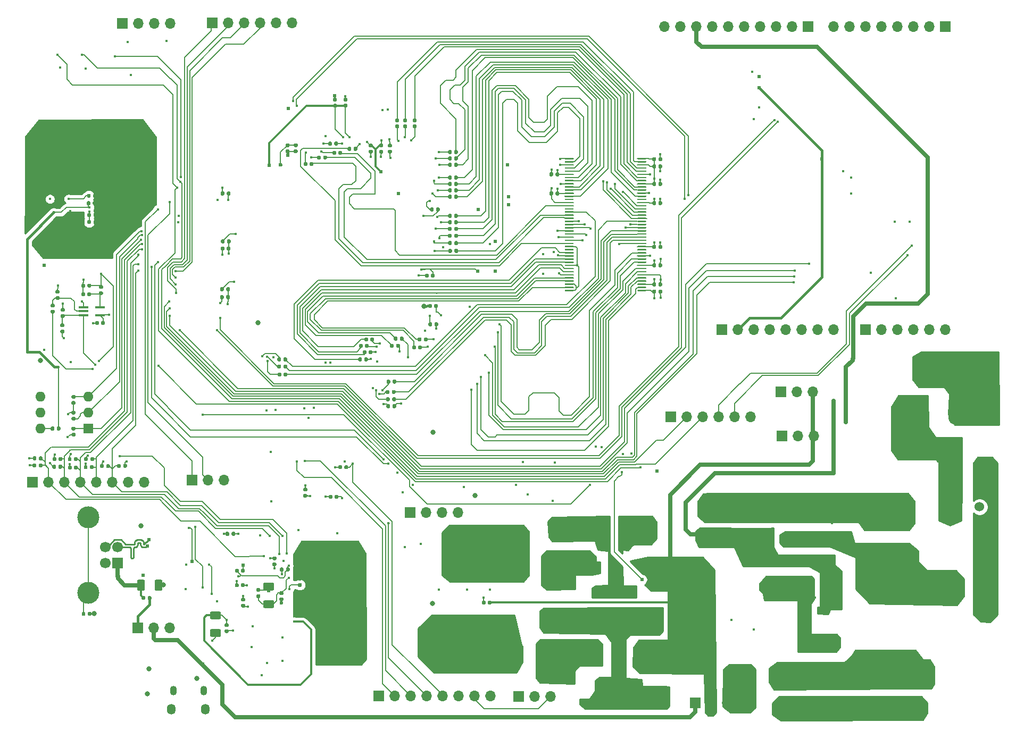
<source format=gbr>
G04 #@! TF.GenerationSoftware,KiCad,Pcbnew,(5.1.6)-1*
G04 #@! TF.CreationDate,2020-07-24T11:59:57+05:30*
G04 #@! TF.ProjectId,Aardonyx,41617264-6f6e-4797-982e-6b696361645f,v1.0*
G04 #@! TF.SameCoordinates,Original*
G04 #@! TF.FileFunction,Copper,L4,Bot*
G04 #@! TF.FilePolarity,Positive*
%FSLAX46Y46*%
G04 Gerber Fmt 4.6, Leading zero omitted, Abs format (unit mm)*
G04 Created by KiCad (PCBNEW (5.1.6)-1) date 2020-07-24 11:59:57*
%MOMM*%
%LPD*%
G01*
G04 APERTURE LIST*
G04 #@! TA.AperFunction,ComponentPad*
%ADD10O,1.700000X1.700000*%
G04 #@! TD*
G04 #@! TA.AperFunction,ComponentPad*
%ADD11R,1.700000X1.700000*%
G04 #@! TD*
G04 #@! TA.AperFunction,ComponentPad*
%ADD12O,4.500000X2.250000*%
G04 #@! TD*
G04 #@! TA.AperFunction,ComponentPad*
%ADD13O,2.250000X4.500000*%
G04 #@! TD*
G04 #@! TA.AperFunction,ComponentPad*
%ADD14O,2.500000X5.000000*%
G04 #@! TD*
G04 #@! TA.AperFunction,ComponentPad*
%ADD15C,1.524000*%
G04 #@! TD*
G04 #@! TA.AperFunction,ComponentPad*
%ADD16R,1.524000X1.524000*%
G04 #@! TD*
G04 #@! TA.AperFunction,SMDPad,CuDef*
%ADD17R,1.500000X0.400000*%
G04 #@! TD*
G04 #@! TA.AperFunction,Conductor*
%ADD18R,1.800000X2.500000*%
G04 #@! TD*
G04 #@! TA.AperFunction,ViaPad*
%ADD19C,0.500000*%
G04 #@! TD*
G04 #@! TA.AperFunction,ComponentPad*
%ADD20O,1.600000X1.600000*%
G04 #@! TD*
G04 #@! TA.AperFunction,ComponentPad*
%ADD21R,1.600000X1.600000*%
G04 #@! TD*
G04 #@! TA.AperFunction,ComponentPad*
%ADD22O,1.350000X1.700000*%
G04 #@! TD*
G04 #@! TA.AperFunction,ComponentPad*
%ADD23O,1.100000X1.500000*%
G04 #@! TD*
G04 #@! TA.AperFunction,ComponentPad*
%ADD24C,2.200000*%
G04 #@! TD*
G04 #@! TA.AperFunction,ComponentPad*
%ADD25C,3.500000*%
G04 #@! TD*
G04 #@! TA.AperFunction,ComponentPad*
%ADD26C,1.700000*%
G04 #@! TD*
G04 #@! TA.AperFunction,ViaPad*
%ADD27C,0.406400*%
G04 #@! TD*
G04 #@! TA.AperFunction,ViaPad*
%ADD28C,0.609600*%
G04 #@! TD*
G04 #@! TA.AperFunction,ViaPad*
%ADD29C,0.800000*%
G04 #@! TD*
G04 #@! TA.AperFunction,ViaPad*
%ADD30C,0.812800*%
G04 #@! TD*
G04 #@! TA.AperFunction,ViaPad*
%ADD31C,0.599999*%
G04 #@! TD*
G04 #@! TA.AperFunction,Conductor*
%ADD32C,0.203200*%
G04 #@! TD*
G04 #@! TA.AperFunction,Conductor*
%ADD33C,0.406400*%
G04 #@! TD*
G04 #@! TA.AperFunction,Conductor*
%ADD34C,0.635000*%
G04 #@! TD*
G04 #@! TA.AperFunction,Conductor*
%ADD35C,0.305000*%
G04 #@! TD*
G04 #@! TA.AperFunction,Conductor*
%ADD36C,0.304800*%
G04 #@! TD*
G04 #@! TA.AperFunction,Conductor*
%ADD37C,0.220000*%
G04 #@! TD*
G04 #@! TA.AperFunction,Conductor*
%ADD38C,0.254000*%
G04 #@! TD*
G04 APERTURE END LIST*
D10*
X193167000Y-128397000D03*
X190627000Y-128397000D03*
X188087000Y-128397000D03*
D11*
X185547000Y-128397000D03*
G04 #@! TA.AperFunction,SMDPad,CuDef*
G36*
G01*
X182765200Y-111653100D02*
X182765200Y-111308100D01*
G75*
G02*
X182912700Y-111160600I147500J0D01*
G01*
X183207700Y-111160600D01*
G75*
G02*
X183355200Y-111308100I0J-147500D01*
G01*
X183355200Y-111653100D01*
G75*
G02*
X183207700Y-111800600I-147500J0D01*
G01*
X182912700Y-111800600D01*
G75*
G02*
X182765200Y-111653100I0J147500D01*
G01*
G37*
G04 #@! TD.AperFunction*
G04 #@! TA.AperFunction,SMDPad,CuDef*
G36*
G01*
X181795200Y-111653100D02*
X181795200Y-111308100D01*
G75*
G02*
X181942700Y-111160600I147500J0D01*
G01*
X182237700Y-111160600D01*
G75*
G02*
X182385200Y-111308100I0J-147500D01*
G01*
X182385200Y-111653100D01*
G75*
G02*
X182237700Y-111800600I-147500J0D01*
G01*
X181942700Y-111800600D01*
G75*
G02*
X181795200Y-111653100I0J147500D01*
G01*
G37*
G04 #@! TD.AperFunction*
D12*
X269332000Y-107421000D03*
D13*
X272332000Y-112121000D03*
D14*
X266332000Y-112121000D03*
D15*
X276199600Y-127508000D03*
D16*
X271119600Y-127508000D03*
G04 #@! TA.AperFunction,SMDPad,CuDef*
G36*
G01*
X223157000Y-71995000D02*
X223157000Y-72105000D01*
G75*
G02*
X223102000Y-72160000I-55000J0D01*
G01*
X221812000Y-72160000D01*
G75*
G02*
X221757000Y-72105000I0J55000D01*
G01*
X221757000Y-71995000D01*
G75*
G02*
X221812000Y-71940000I55000J0D01*
G01*
X223102000Y-71940000D01*
G75*
G02*
X223157000Y-71995000I0J-55000D01*
G01*
G37*
G04 #@! TD.AperFunction*
G04 #@! TA.AperFunction,SMDPad,CuDef*
G36*
G01*
X223157000Y-72495000D02*
X223157000Y-72605000D01*
G75*
G02*
X223102000Y-72660000I-55000J0D01*
G01*
X221812000Y-72660000D01*
G75*
G02*
X221757000Y-72605000I0J55000D01*
G01*
X221757000Y-72495000D01*
G75*
G02*
X221812000Y-72440000I55000J0D01*
G01*
X223102000Y-72440000D01*
G75*
G02*
X223157000Y-72495000I0J-55000D01*
G01*
G37*
G04 #@! TD.AperFunction*
G04 #@! TA.AperFunction,SMDPad,CuDef*
G36*
G01*
X223157000Y-73000000D02*
X223157000Y-73100000D01*
G75*
G02*
X223107000Y-73150000I-50000J0D01*
G01*
X221807000Y-73150000D01*
G75*
G02*
X221757000Y-73100000I0J50000D01*
G01*
X221757000Y-73000000D01*
G75*
G02*
X221807000Y-72950000I50000J0D01*
G01*
X223107000Y-72950000D01*
G75*
G02*
X223157000Y-73000000I0J-50000D01*
G01*
G37*
G04 #@! TD.AperFunction*
G04 #@! TA.AperFunction,SMDPad,CuDef*
G36*
G01*
X223157000Y-73495000D02*
X223157000Y-73605000D01*
G75*
G02*
X223102000Y-73660000I-55000J0D01*
G01*
X221812000Y-73660000D01*
G75*
G02*
X221757000Y-73605000I0J55000D01*
G01*
X221757000Y-73495000D01*
G75*
G02*
X221812000Y-73440000I55000J0D01*
G01*
X223102000Y-73440000D01*
G75*
G02*
X223157000Y-73495000I0J-55000D01*
G01*
G37*
G04 #@! TD.AperFunction*
G04 #@! TA.AperFunction,SMDPad,CuDef*
G36*
G01*
X223157000Y-73995000D02*
X223157000Y-74105000D01*
G75*
G02*
X223102000Y-74160000I-55000J0D01*
G01*
X221812000Y-74160000D01*
G75*
G02*
X221757000Y-74105000I0J55000D01*
G01*
X221757000Y-73995000D01*
G75*
G02*
X221812000Y-73940000I55000J0D01*
G01*
X223102000Y-73940000D01*
G75*
G02*
X223157000Y-73995000I0J-55000D01*
G01*
G37*
G04 #@! TD.AperFunction*
G04 #@! TA.AperFunction,SMDPad,CuDef*
G36*
G01*
X223157000Y-74495000D02*
X223157000Y-74605000D01*
G75*
G02*
X223102000Y-74660000I-55000J0D01*
G01*
X221812000Y-74660000D01*
G75*
G02*
X221757000Y-74605000I0J55000D01*
G01*
X221757000Y-74495000D01*
G75*
G02*
X221812000Y-74440000I55000J0D01*
G01*
X223102000Y-74440000D01*
G75*
G02*
X223157000Y-74495000I0J-55000D01*
G01*
G37*
G04 #@! TD.AperFunction*
G04 #@! TA.AperFunction,SMDPad,CuDef*
G36*
G01*
X223157000Y-74995000D02*
X223157000Y-75105000D01*
G75*
G02*
X223102000Y-75160000I-55000J0D01*
G01*
X221812000Y-75160000D01*
G75*
G02*
X221757000Y-75105000I0J55000D01*
G01*
X221757000Y-74995000D01*
G75*
G02*
X221812000Y-74940000I55000J0D01*
G01*
X223102000Y-74940000D01*
G75*
G02*
X223157000Y-74995000I0J-55000D01*
G01*
G37*
G04 #@! TD.AperFunction*
G04 #@! TA.AperFunction,SMDPad,CuDef*
G36*
G01*
X223157000Y-75495000D02*
X223157000Y-75605000D01*
G75*
G02*
X223102000Y-75660000I-55000J0D01*
G01*
X221812000Y-75660000D01*
G75*
G02*
X221757000Y-75605000I0J55000D01*
G01*
X221757000Y-75495000D01*
G75*
G02*
X221812000Y-75440000I55000J0D01*
G01*
X223102000Y-75440000D01*
G75*
G02*
X223157000Y-75495000I0J-55000D01*
G01*
G37*
G04 #@! TD.AperFunction*
G04 #@! TA.AperFunction,SMDPad,CuDef*
G36*
G01*
X223157000Y-75995000D02*
X223157000Y-76105000D01*
G75*
G02*
X223102000Y-76160000I-55000J0D01*
G01*
X221812000Y-76160000D01*
G75*
G02*
X221757000Y-76105000I0J55000D01*
G01*
X221757000Y-75995000D01*
G75*
G02*
X221812000Y-75940000I55000J0D01*
G01*
X223102000Y-75940000D01*
G75*
G02*
X223157000Y-75995000I0J-55000D01*
G01*
G37*
G04 #@! TD.AperFunction*
G04 #@! TA.AperFunction,SMDPad,CuDef*
G36*
G01*
X223157000Y-76495000D02*
X223157000Y-76605000D01*
G75*
G02*
X223102000Y-76660000I-55000J0D01*
G01*
X221812000Y-76660000D01*
G75*
G02*
X221757000Y-76605000I0J55000D01*
G01*
X221757000Y-76495000D01*
G75*
G02*
X221812000Y-76440000I55000J0D01*
G01*
X223102000Y-76440000D01*
G75*
G02*
X223157000Y-76495000I0J-55000D01*
G01*
G37*
G04 #@! TD.AperFunction*
G04 #@! TA.AperFunction,SMDPad,CuDef*
G36*
G01*
X223157000Y-76995000D02*
X223157000Y-77105000D01*
G75*
G02*
X223102000Y-77160000I-55000J0D01*
G01*
X221812000Y-77160000D01*
G75*
G02*
X221757000Y-77105000I0J55000D01*
G01*
X221757000Y-76995000D01*
G75*
G02*
X221812000Y-76940000I55000J0D01*
G01*
X223102000Y-76940000D01*
G75*
G02*
X223157000Y-76995000I0J-55000D01*
G01*
G37*
G04 #@! TD.AperFunction*
G04 #@! TA.AperFunction,SMDPad,CuDef*
G36*
G01*
X223157000Y-77495000D02*
X223157000Y-77605000D01*
G75*
G02*
X223102000Y-77660000I-55000J0D01*
G01*
X221812000Y-77660000D01*
G75*
G02*
X221757000Y-77605000I0J55000D01*
G01*
X221757000Y-77495000D01*
G75*
G02*
X221812000Y-77440000I55000J0D01*
G01*
X223102000Y-77440000D01*
G75*
G02*
X223157000Y-77495000I0J-55000D01*
G01*
G37*
G04 #@! TD.AperFunction*
G04 #@! TA.AperFunction,SMDPad,CuDef*
G36*
G01*
X223157000Y-77995000D02*
X223157000Y-78105000D01*
G75*
G02*
X223102000Y-78160000I-55000J0D01*
G01*
X221812000Y-78160000D01*
G75*
G02*
X221757000Y-78105000I0J55000D01*
G01*
X221757000Y-77995000D01*
G75*
G02*
X221812000Y-77940000I55000J0D01*
G01*
X223102000Y-77940000D01*
G75*
G02*
X223157000Y-77995000I0J-55000D01*
G01*
G37*
G04 #@! TD.AperFunction*
G04 #@! TA.AperFunction,SMDPad,CuDef*
G36*
G01*
X223157000Y-78495000D02*
X223157000Y-78605000D01*
G75*
G02*
X223102000Y-78660000I-55000J0D01*
G01*
X221812000Y-78660000D01*
G75*
G02*
X221757000Y-78605000I0J55000D01*
G01*
X221757000Y-78495000D01*
G75*
G02*
X221812000Y-78440000I55000J0D01*
G01*
X223102000Y-78440000D01*
G75*
G02*
X223157000Y-78495000I0J-55000D01*
G01*
G37*
G04 #@! TD.AperFunction*
G04 #@! TA.AperFunction,SMDPad,CuDef*
G36*
G01*
X223157000Y-78995000D02*
X223157000Y-79105000D01*
G75*
G02*
X223102000Y-79160000I-55000J0D01*
G01*
X221812000Y-79160000D01*
G75*
G02*
X221757000Y-79105000I0J55000D01*
G01*
X221757000Y-78995000D01*
G75*
G02*
X221812000Y-78940000I55000J0D01*
G01*
X223102000Y-78940000D01*
G75*
G02*
X223157000Y-78995000I0J-55000D01*
G01*
G37*
G04 #@! TD.AperFunction*
G04 #@! TA.AperFunction,SMDPad,CuDef*
G36*
G01*
X223157000Y-79495000D02*
X223157000Y-79605000D01*
G75*
G02*
X223102000Y-79660000I-55000J0D01*
G01*
X221812000Y-79660000D01*
G75*
G02*
X221757000Y-79605000I0J55000D01*
G01*
X221757000Y-79495000D01*
G75*
G02*
X221812000Y-79440000I55000J0D01*
G01*
X223102000Y-79440000D01*
G75*
G02*
X223157000Y-79495000I0J-55000D01*
G01*
G37*
G04 #@! TD.AperFunction*
G04 #@! TA.AperFunction,SMDPad,CuDef*
G36*
G01*
X223157000Y-79995000D02*
X223157000Y-80105000D01*
G75*
G02*
X223102000Y-80160000I-55000J0D01*
G01*
X221812000Y-80160000D01*
G75*
G02*
X221757000Y-80105000I0J55000D01*
G01*
X221757000Y-79995000D01*
G75*
G02*
X221812000Y-79940000I55000J0D01*
G01*
X223102000Y-79940000D01*
G75*
G02*
X223157000Y-79995000I0J-55000D01*
G01*
G37*
G04 #@! TD.AperFunction*
G04 #@! TA.AperFunction,SMDPad,CuDef*
G36*
G01*
X223157000Y-80495000D02*
X223157000Y-80605000D01*
G75*
G02*
X223102000Y-80660000I-55000J0D01*
G01*
X221812000Y-80660000D01*
G75*
G02*
X221757000Y-80605000I0J55000D01*
G01*
X221757000Y-80495000D01*
G75*
G02*
X221812000Y-80440000I55000J0D01*
G01*
X223102000Y-80440000D01*
G75*
G02*
X223157000Y-80495000I0J-55000D01*
G01*
G37*
G04 #@! TD.AperFunction*
G04 #@! TA.AperFunction,SMDPad,CuDef*
G36*
G01*
X223157000Y-80995000D02*
X223157000Y-81105000D01*
G75*
G02*
X223102000Y-81160000I-55000J0D01*
G01*
X221812000Y-81160000D01*
G75*
G02*
X221757000Y-81105000I0J55000D01*
G01*
X221757000Y-80995000D01*
G75*
G02*
X221812000Y-80940000I55000J0D01*
G01*
X223102000Y-80940000D01*
G75*
G02*
X223157000Y-80995000I0J-55000D01*
G01*
G37*
G04 #@! TD.AperFunction*
G04 #@! TA.AperFunction,SMDPad,CuDef*
G36*
G01*
X223157000Y-81495000D02*
X223157000Y-81605000D01*
G75*
G02*
X223102000Y-81660000I-55000J0D01*
G01*
X221812000Y-81660000D01*
G75*
G02*
X221757000Y-81605000I0J55000D01*
G01*
X221757000Y-81495000D01*
G75*
G02*
X221812000Y-81440000I55000J0D01*
G01*
X223102000Y-81440000D01*
G75*
G02*
X223157000Y-81495000I0J-55000D01*
G01*
G37*
G04 #@! TD.AperFunction*
G04 #@! TA.AperFunction,SMDPad,CuDef*
G36*
G01*
X223157000Y-81995000D02*
X223157000Y-82105000D01*
G75*
G02*
X223102000Y-82160000I-55000J0D01*
G01*
X221812000Y-82160000D01*
G75*
G02*
X221757000Y-82105000I0J55000D01*
G01*
X221757000Y-81995000D01*
G75*
G02*
X221812000Y-81940000I55000J0D01*
G01*
X223102000Y-81940000D01*
G75*
G02*
X223157000Y-81995000I0J-55000D01*
G01*
G37*
G04 #@! TD.AperFunction*
G04 #@! TA.AperFunction,SMDPad,CuDef*
G36*
G01*
X223157000Y-82495000D02*
X223157000Y-82605000D01*
G75*
G02*
X223102000Y-82660000I-55000J0D01*
G01*
X221812000Y-82660000D01*
G75*
G02*
X221757000Y-82605000I0J55000D01*
G01*
X221757000Y-82495000D01*
G75*
G02*
X221812000Y-82440000I55000J0D01*
G01*
X223102000Y-82440000D01*
G75*
G02*
X223157000Y-82495000I0J-55000D01*
G01*
G37*
G04 #@! TD.AperFunction*
G04 #@! TA.AperFunction,SMDPad,CuDef*
G36*
G01*
X223157000Y-82995000D02*
X223157000Y-83105000D01*
G75*
G02*
X223102000Y-83160000I-55000J0D01*
G01*
X221812000Y-83160000D01*
G75*
G02*
X221757000Y-83105000I0J55000D01*
G01*
X221757000Y-82995000D01*
G75*
G02*
X221812000Y-82940000I55000J0D01*
G01*
X223102000Y-82940000D01*
G75*
G02*
X223157000Y-82995000I0J-55000D01*
G01*
G37*
G04 #@! TD.AperFunction*
G04 #@! TA.AperFunction,SMDPad,CuDef*
G36*
G01*
X223157000Y-83495000D02*
X223157000Y-83605000D01*
G75*
G02*
X223102000Y-83660000I-55000J0D01*
G01*
X221812000Y-83660000D01*
G75*
G02*
X221757000Y-83605000I0J55000D01*
G01*
X221757000Y-83495000D01*
G75*
G02*
X221812000Y-83440000I55000J0D01*
G01*
X223102000Y-83440000D01*
G75*
G02*
X223157000Y-83495000I0J-55000D01*
G01*
G37*
G04 #@! TD.AperFunction*
G04 #@! TA.AperFunction,SMDPad,CuDef*
G36*
G01*
X223157000Y-83995000D02*
X223157000Y-84105000D01*
G75*
G02*
X223102000Y-84160000I-55000J0D01*
G01*
X221812000Y-84160000D01*
G75*
G02*
X221757000Y-84105000I0J55000D01*
G01*
X221757000Y-83995000D01*
G75*
G02*
X221812000Y-83940000I55000J0D01*
G01*
X223102000Y-83940000D01*
G75*
G02*
X223157000Y-83995000I0J-55000D01*
G01*
G37*
G04 #@! TD.AperFunction*
G04 #@! TA.AperFunction,SMDPad,CuDef*
G36*
G01*
X223157000Y-84495000D02*
X223157000Y-84605000D01*
G75*
G02*
X223102000Y-84660000I-55000J0D01*
G01*
X221812000Y-84660000D01*
G75*
G02*
X221757000Y-84605000I0J55000D01*
G01*
X221757000Y-84495000D01*
G75*
G02*
X221812000Y-84440000I55000J0D01*
G01*
X223102000Y-84440000D01*
G75*
G02*
X223157000Y-84495000I0J-55000D01*
G01*
G37*
G04 #@! TD.AperFunction*
G04 #@! TA.AperFunction,SMDPad,CuDef*
G36*
G01*
X223157000Y-84995000D02*
X223157000Y-85105000D01*
G75*
G02*
X223102000Y-85160000I-55000J0D01*
G01*
X221812000Y-85160000D01*
G75*
G02*
X221757000Y-85105000I0J55000D01*
G01*
X221757000Y-84995000D01*
G75*
G02*
X221812000Y-84940000I55000J0D01*
G01*
X223102000Y-84940000D01*
G75*
G02*
X223157000Y-84995000I0J-55000D01*
G01*
G37*
G04 #@! TD.AperFunction*
G04 #@! TA.AperFunction,SMDPad,CuDef*
G36*
G01*
X223157000Y-85495000D02*
X223157000Y-85605000D01*
G75*
G02*
X223102000Y-85660000I-55000J0D01*
G01*
X221812000Y-85660000D01*
G75*
G02*
X221757000Y-85605000I0J55000D01*
G01*
X221757000Y-85495000D01*
G75*
G02*
X221812000Y-85440000I55000J0D01*
G01*
X223102000Y-85440000D01*
G75*
G02*
X223157000Y-85495000I0J-55000D01*
G01*
G37*
G04 #@! TD.AperFunction*
G04 #@! TA.AperFunction,SMDPad,CuDef*
G36*
G01*
X223157000Y-85995000D02*
X223157000Y-86105000D01*
G75*
G02*
X223102000Y-86160000I-55000J0D01*
G01*
X221812000Y-86160000D01*
G75*
G02*
X221757000Y-86105000I0J55000D01*
G01*
X221757000Y-85995000D01*
G75*
G02*
X221812000Y-85940000I55000J0D01*
G01*
X223102000Y-85940000D01*
G75*
G02*
X223157000Y-85995000I0J-55000D01*
G01*
G37*
G04 #@! TD.AperFunction*
G04 #@! TA.AperFunction,SMDPad,CuDef*
G36*
G01*
X223157000Y-86495000D02*
X223157000Y-86605000D01*
G75*
G02*
X223102000Y-86660000I-55000J0D01*
G01*
X221812000Y-86660000D01*
G75*
G02*
X221757000Y-86605000I0J55000D01*
G01*
X221757000Y-86495000D01*
G75*
G02*
X221812000Y-86440000I55000J0D01*
G01*
X223102000Y-86440000D01*
G75*
G02*
X223157000Y-86495000I0J-55000D01*
G01*
G37*
G04 #@! TD.AperFunction*
G04 #@! TA.AperFunction,SMDPad,CuDef*
G36*
G01*
X223157000Y-86995000D02*
X223157000Y-87105000D01*
G75*
G02*
X223102000Y-87160000I-55000J0D01*
G01*
X221812000Y-87160000D01*
G75*
G02*
X221757000Y-87105000I0J55000D01*
G01*
X221757000Y-86995000D01*
G75*
G02*
X221812000Y-86940000I55000J0D01*
G01*
X223102000Y-86940000D01*
G75*
G02*
X223157000Y-86995000I0J-55000D01*
G01*
G37*
G04 #@! TD.AperFunction*
G04 #@! TA.AperFunction,SMDPad,CuDef*
G36*
G01*
X223157000Y-87495000D02*
X223157000Y-87605000D01*
G75*
G02*
X223102000Y-87660000I-55000J0D01*
G01*
X221812000Y-87660000D01*
G75*
G02*
X221757000Y-87605000I0J55000D01*
G01*
X221757000Y-87495000D01*
G75*
G02*
X221812000Y-87440000I55000J0D01*
G01*
X223102000Y-87440000D01*
G75*
G02*
X223157000Y-87495000I0J-55000D01*
G01*
G37*
G04 #@! TD.AperFunction*
G04 #@! TA.AperFunction,SMDPad,CuDef*
G36*
G01*
X223157000Y-87995000D02*
X223157000Y-88105000D01*
G75*
G02*
X223102000Y-88160000I-55000J0D01*
G01*
X221812000Y-88160000D01*
G75*
G02*
X221757000Y-88105000I0J55000D01*
G01*
X221757000Y-87995000D01*
G75*
G02*
X221812000Y-87940000I55000J0D01*
G01*
X223102000Y-87940000D01*
G75*
G02*
X223157000Y-87995000I0J-55000D01*
G01*
G37*
G04 #@! TD.AperFunction*
G04 #@! TA.AperFunction,SMDPad,CuDef*
G36*
G01*
X223157000Y-88495000D02*
X223157000Y-88605000D01*
G75*
G02*
X223102000Y-88660000I-55000J0D01*
G01*
X221812000Y-88660000D01*
G75*
G02*
X221757000Y-88605000I0J55000D01*
G01*
X221757000Y-88495000D01*
G75*
G02*
X221812000Y-88440000I55000J0D01*
G01*
X223102000Y-88440000D01*
G75*
G02*
X223157000Y-88495000I0J-55000D01*
G01*
G37*
G04 #@! TD.AperFunction*
G04 #@! TA.AperFunction,SMDPad,CuDef*
G36*
G01*
X223157000Y-88995000D02*
X223157000Y-89105000D01*
G75*
G02*
X223102000Y-89160000I-55000J0D01*
G01*
X221812000Y-89160000D01*
G75*
G02*
X221757000Y-89105000I0J55000D01*
G01*
X221757000Y-88995000D01*
G75*
G02*
X221812000Y-88940000I55000J0D01*
G01*
X223102000Y-88940000D01*
G75*
G02*
X223157000Y-88995000I0J-55000D01*
G01*
G37*
G04 #@! TD.AperFunction*
G04 #@! TA.AperFunction,SMDPad,CuDef*
G36*
G01*
X223157000Y-89495000D02*
X223157000Y-89605000D01*
G75*
G02*
X223102000Y-89660000I-55000J0D01*
G01*
X221812000Y-89660000D01*
G75*
G02*
X221757000Y-89605000I0J55000D01*
G01*
X221757000Y-89495000D01*
G75*
G02*
X221812000Y-89440000I55000J0D01*
G01*
X223102000Y-89440000D01*
G75*
G02*
X223157000Y-89495000I0J-55000D01*
G01*
G37*
G04 #@! TD.AperFunction*
G04 #@! TA.AperFunction,SMDPad,CuDef*
G36*
G01*
X223157000Y-89995000D02*
X223157000Y-90105000D01*
G75*
G02*
X223102000Y-90160000I-55000J0D01*
G01*
X221812000Y-90160000D01*
G75*
G02*
X221757000Y-90105000I0J55000D01*
G01*
X221757000Y-89995000D01*
G75*
G02*
X221812000Y-89940000I55000J0D01*
G01*
X223102000Y-89940000D01*
G75*
G02*
X223157000Y-89995000I0J-55000D01*
G01*
G37*
G04 #@! TD.AperFunction*
G04 #@! TA.AperFunction,SMDPad,CuDef*
G36*
G01*
X223157000Y-90495000D02*
X223157000Y-90605000D01*
G75*
G02*
X223102000Y-90660000I-55000J0D01*
G01*
X221812000Y-90660000D01*
G75*
G02*
X221757000Y-90605000I0J55000D01*
G01*
X221757000Y-90495000D01*
G75*
G02*
X221812000Y-90440000I55000J0D01*
G01*
X223102000Y-90440000D01*
G75*
G02*
X223157000Y-90495000I0J-55000D01*
G01*
G37*
G04 #@! TD.AperFunction*
G04 #@! TA.AperFunction,SMDPad,CuDef*
G36*
G01*
X223157000Y-90995000D02*
X223157000Y-91105000D01*
G75*
G02*
X223102000Y-91160000I-55000J0D01*
G01*
X221812000Y-91160000D01*
G75*
G02*
X221757000Y-91105000I0J55000D01*
G01*
X221757000Y-90995000D01*
G75*
G02*
X221812000Y-90940000I55000J0D01*
G01*
X223102000Y-90940000D01*
G75*
G02*
X223157000Y-90995000I0J-55000D01*
G01*
G37*
G04 #@! TD.AperFunction*
G04 #@! TA.AperFunction,SMDPad,CuDef*
G36*
G01*
X223157000Y-91495000D02*
X223157000Y-91605000D01*
G75*
G02*
X223102000Y-91660000I-55000J0D01*
G01*
X221812000Y-91660000D01*
G75*
G02*
X221757000Y-91605000I0J55000D01*
G01*
X221757000Y-91495000D01*
G75*
G02*
X221812000Y-91440000I55000J0D01*
G01*
X223102000Y-91440000D01*
G75*
G02*
X223157000Y-91495000I0J-55000D01*
G01*
G37*
G04 #@! TD.AperFunction*
G04 #@! TA.AperFunction,SMDPad,CuDef*
G36*
G01*
X211597000Y-92995000D02*
X211597000Y-93105000D01*
G75*
G02*
X211542000Y-93160000I-55000J0D01*
G01*
X210252000Y-93160000D01*
G75*
G02*
X210197000Y-93105000I0J55000D01*
G01*
X210197000Y-92995000D01*
G75*
G02*
X210252000Y-92940000I55000J0D01*
G01*
X211542000Y-92940000D01*
G75*
G02*
X211597000Y-92995000I0J-55000D01*
G01*
G37*
G04 #@! TD.AperFunction*
G04 #@! TA.AperFunction,SMDPad,CuDef*
G36*
G01*
X211597000Y-92495000D02*
X211597000Y-92605000D01*
G75*
G02*
X211542000Y-92660000I-55000J0D01*
G01*
X210252000Y-92660000D01*
G75*
G02*
X210197000Y-92605000I0J55000D01*
G01*
X210197000Y-92495000D01*
G75*
G02*
X210252000Y-92440000I55000J0D01*
G01*
X211542000Y-92440000D01*
G75*
G02*
X211597000Y-92495000I0J-55000D01*
G01*
G37*
G04 #@! TD.AperFunction*
G04 #@! TA.AperFunction,SMDPad,CuDef*
G36*
G01*
X211597000Y-91995000D02*
X211597000Y-92105000D01*
G75*
G02*
X211542000Y-92160000I-55000J0D01*
G01*
X210252000Y-92160000D01*
G75*
G02*
X210197000Y-92105000I0J55000D01*
G01*
X210197000Y-91995000D01*
G75*
G02*
X210252000Y-91940000I55000J0D01*
G01*
X211542000Y-91940000D01*
G75*
G02*
X211597000Y-91995000I0J-55000D01*
G01*
G37*
G04 #@! TD.AperFunction*
G04 #@! TA.AperFunction,SMDPad,CuDef*
G36*
G01*
X211597000Y-91495000D02*
X211597000Y-91605000D01*
G75*
G02*
X211542000Y-91660000I-55000J0D01*
G01*
X210252000Y-91660000D01*
G75*
G02*
X210197000Y-91605000I0J55000D01*
G01*
X210197000Y-91495000D01*
G75*
G02*
X210252000Y-91440000I55000J0D01*
G01*
X211542000Y-91440000D01*
G75*
G02*
X211597000Y-91495000I0J-55000D01*
G01*
G37*
G04 #@! TD.AperFunction*
G04 #@! TA.AperFunction,SMDPad,CuDef*
G36*
G01*
X211597000Y-90995000D02*
X211597000Y-91105000D01*
G75*
G02*
X211542000Y-91160000I-55000J0D01*
G01*
X210252000Y-91160000D01*
G75*
G02*
X210197000Y-91105000I0J55000D01*
G01*
X210197000Y-90995000D01*
G75*
G02*
X210252000Y-90940000I55000J0D01*
G01*
X211542000Y-90940000D01*
G75*
G02*
X211597000Y-90995000I0J-55000D01*
G01*
G37*
G04 #@! TD.AperFunction*
G04 #@! TA.AperFunction,SMDPad,CuDef*
G36*
G01*
X211597000Y-90495000D02*
X211597000Y-90605000D01*
G75*
G02*
X211542000Y-90660000I-55000J0D01*
G01*
X210252000Y-90660000D01*
G75*
G02*
X210197000Y-90605000I0J55000D01*
G01*
X210197000Y-90495000D01*
G75*
G02*
X210252000Y-90440000I55000J0D01*
G01*
X211542000Y-90440000D01*
G75*
G02*
X211597000Y-90495000I0J-55000D01*
G01*
G37*
G04 #@! TD.AperFunction*
G04 #@! TA.AperFunction,SMDPad,CuDef*
G36*
G01*
X211597000Y-89995000D02*
X211597000Y-90105000D01*
G75*
G02*
X211542000Y-90160000I-55000J0D01*
G01*
X210252000Y-90160000D01*
G75*
G02*
X210197000Y-90105000I0J55000D01*
G01*
X210197000Y-89995000D01*
G75*
G02*
X210252000Y-89940000I55000J0D01*
G01*
X211542000Y-89940000D01*
G75*
G02*
X211597000Y-89995000I0J-55000D01*
G01*
G37*
G04 #@! TD.AperFunction*
G04 #@! TA.AperFunction,SMDPad,CuDef*
G36*
G01*
X211597000Y-89495000D02*
X211597000Y-89605000D01*
G75*
G02*
X211542000Y-89660000I-55000J0D01*
G01*
X210252000Y-89660000D01*
G75*
G02*
X210197000Y-89605000I0J55000D01*
G01*
X210197000Y-89495000D01*
G75*
G02*
X210252000Y-89440000I55000J0D01*
G01*
X211542000Y-89440000D01*
G75*
G02*
X211597000Y-89495000I0J-55000D01*
G01*
G37*
G04 #@! TD.AperFunction*
G04 #@! TA.AperFunction,SMDPad,CuDef*
G36*
G01*
X211597000Y-88995000D02*
X211597000Y-89105000D01*
G75*
G02*
X211542000Y-89160000I-55000J0D01*
G01*
X210252000Y-89160000D01*
G75*
G02*
X210197000Y-89105000I0J55000D01*
G01*
X210197000Y-88995000D01*
G75*
G02*
X210252000Y-88940000I55000J0D01*
G01*
X211542000Y-88940000D01*
G75*
G02*
X211597000Y-88995000I0J-55000D01*
G01*
G37*
G04 #@! TD.AperFunction*
G04 #@! TA.AperFunction,SMDPad,CuDef*
G36*
G01*
X211597000Y-88495000D02*
X211597000Y-88605000D01*
G75*
G02*
X211542000Y-88660000I-55000J0D01*
G01*
X210252000Y-88660000D01*
G75*
G02*
X210197000Y-88605000I0J55000D01*
G01*
X210197000Y-88495000D01*
G75*
G02*
X210252000Y-88440000I55000J0D01*
G01*
X211542000Y-88440000D01*
G75*
G02*
X211597000Y-88495000I0J-55000D01*
G01*
G37*
G04 #@! TD.AperFunction*
G04 #@! TA.AperFunction,SMDPad,CuDef*
G36*
G01*
X211597000Y-87995000D02*
X211597000Y-88105000D01*
G75*
G02*
X211542000Y-88160000I-55000J0D01*
G01*
X210252000Y-88160000D01*
G75*
G02*
X210197000Y-88105000I0J55000D01*
G01*
X210197000Y-87995000D01*
G75*
G02*
X210252000Y-87940000I55000J0D01*
G01*
X211542000Y-87940000D01*
G75*
G02*
X211597000Y-87995000I0J-55000D01*
G01*
G37*
G04 #@! TD.AperFunction*
G04 #@! TA.AperFunction,SMDPad,CuDef*
G36*
G01*
X211597000Y-87495000D02*
X211597000Y-87605000D01*
G75*
G02*
X211542000Y-87660000I-55000J0D01*
G01*
X210252000Y-87660000D01*
G75*
G02*
X210197000Y-87605000I0J55000D01*
G01*
X210197000Y-87495000D01*
G75*
G02*
X210252000Y-87440000I55000J0D01*
G01*
X211542000Y-87440000D01*
G75*
G02*
X211597000Y-87495000I0J-55000D01*
G01*
G37*
G04 #@! TD.AperFunction*
G04 #@! TA.AperFunction,SMDPad,CuDef*
G36*
G01*
X211597000Y-86995000D02*
X211597000Y-87105000D01*
G75*
G02*
X211542000Y-87160000I-55000J0D01*
G01*
X210252000Y-87160000D01*
G75*
G02*
X210197000Y-87105000I0J55000D01*
G01*
X210197000Y-86995000D01*
G75*
G02*
X210252000Y-86940000I55000J0D01*
G01*
X211542000Y-86940000D01*
G75*
G02*
X211597000Y-86995000I0J-55000D01*
G01*
G37*
G04 #@! TD.AperFunction*
G04 #@! TA.AperFunction,SMDPad,CuDef*
G36*
G01*
X211597000Y-86495000D02*
X211597000Y-86605000D01*
G75*
G02*
X211542000Y-86660000I-55000J0D01*
G01*
X210252000Y-86660000D01*
G75*
G02*
X210197000Y-86605000I0J55000D01*
G01*
X210197000Y-86495000D01*
G75*
G02*
X210252000Y-86440000I55000J0D01*
G01*
X211542000Y-86440000D01*
G75*
G02*
X211597000Y-86495000I0J-55000D01*
G01*
G37*
G04 #@! TD.AperFunction*
G04 #@! TA.AperFunction,SMDPad,CuDef*
G36*
G01*
X211597000Y-85995000D02*
X211597000Y-86105000D01*
G75*
G02*
X211542000Y-86160000I-55000J0D01*
G01*
X210252000Y-86160000D01*
G75*
G02*
X210197000Y-86105000I0J55000D01*
G01*
X210197000Y-85995000D01*
G75*
G02*
X210252000Y-85940000I55000J0D01*
G01*
X211542000Y-85940000D01*
G75*
G02*
X211597000Y-85995000I0J-55000D01*
G01*
G37*
G04 #@! TD.AperFunction*
G04 #@! TA.AperFunction,SMDPad,CuDef*
G36*
G01*
X211597000Y-85495000D02*
X211597000Y-85605000D01*
G75*
G02*
X211542000Y-85660000I-55000J0D01*
G01*
X210252000Y-85660000D01*
G75*
G02*
X210197000Y-85605000I0J55000D01*
G01*
X210197000Y-85495000D01*
G75*
G02*
X210252000Y-85440000I55000J0D01*
G01*
X211542000Y-85440000D01*
G75*
G02*
X211597000Y-85495000I0J-55000D01*
G01*
G37*
G04 #@! TD.AperFunction*
G04 #@! TA.AperFunction,SMDPad,CuDef*
G36*
G01*
X211597000Y-84995000D02*
X211597000Y-85105000D01*
G75*
G02*
X211542000Y-85160000I-55000J0D01*
G01*
X210252000Y-85160000D01*
G75*
G02*
X210197000Y-85105000I0J55000D01*
G01*
X210197000Y-84995000D01*
G75*
G02*
X210252000Y-84940000I55000J0D01*
G01*
X211542000Y-84940000D01*
G75*
G02*
X211597000Y-84995000I0J-55000D01*
G01*
G37*
G04 #@! TD.AperFunction*
G04 #@! TA.AperFunction,SMDPad,CuDef*
G36*
G01*
X211597000Y-84495000D02*
X211597000Y-84605000D01*
G75*
G02*
X211542000Y-84660000I-55000J0D01*
G01*
X210252000Y-84660000D01*
G75*
G02*
X210197000Y-84605000I0J55000D01*
G01*
X210197000Y-84495000D01*
G75*
G02*
X210252000Y-84440000I55000J0D01*
G01*
X211542000Y-84440000D01*
G75*
G02*
X211597000Y-84495000I0J-55000D01*
G01*
G37*
G04 #@! TD.AperFunction*
G04 #@! TA.AperFunction,SMDPad,CuDef*
G36*
G01*
X211597000Y-83995000D02*
X211597000Y-84105000D01*
G75*
G02*
X211542000Y-84160000I-55000J0D01*
G01*
X210252000Y-84160000D01*
G75*
G02*
X210197000Y-84105000I0J55000D01*
G01*
X210197000Y-83995000D01*
G75*
G02*
X210252000Y-83940000I55000J0D01*
G01*
X211542000Y-83940000D01*
G75*
G02*
X211597000Y-83995000I0J-55000D01*
G01*
G37*
G04 #@! TD.AperFunction*
G04 #@! TA.AperFunction,SMDPad,CuDef*
G36*
G01*
X211597000Y-83495000D02*
X211597000Y-83605000D01*
G75*
G02*
X211542000Y-83660000I-55000J0D01*
G01*
X210252000Y-83660000D01*
G75*
G02*
X210197000Y-83605000I0J55000D01*
G01*
X210197000Y-83495000D01*
G75*
G02*
X210252000Y-83440000I55000J0D01*
G01*
X211542000Y-83440000D01*
G75*
G02*
X211597000Y-83495000I0J-55000D01*
G01*
G37*
G04 #@! TD.AperFunction*
G04 #@! TA.AperFunction,SMDPad,CuDef*
G36*
G01*
X211597000Y-82995000D02*
X211597000Y-83105000D01*
G75*
G02*
X211542000Y-83160000I-55000J0D01*
G01*
X210252000Y-83160000D01*
G75*
G02*
X210197000Y-83105000I0J55000D01*
G01*
X210197000Y-82995000D01*
G75*
G02*
X210252000Y-82940000I55000J0D01*
G01*
X211542000Y-82940000D01*
G75*
G02*
X211597000Y-82995000I0J-55000D01*
G01*
G37*
G04 #@! TD.AperFunction*
G04 #@! TA.AperFunction,SMDPad,CuDef*
G36*
G01*
X211597000Y-82495000D02*
X211597000Y-82605000D01*
G75*
G02*
X211542000Y-82660000I-55000J0D01*
G01*
X210252000Y-82660000D01*
G75*
G02*
X210197000Y-82605000I0J55000D01*
G01*
X210197000Y-82495000D01*
G75*
G02*
X210252000Y-82440000I55000J0D01*
G01*
X211542000Y-82440000D01*
G75*
G02*
X211597000Y-82495000I0J-55000D01*
G01*
G37*
G04 #@! TD.AperFunction*
G04 #@! TA.AperFunction,SMDPad,CuDef*
G36*
G01*
X211597000Y-81995000D02*
X211597000Y-82105000D01*
G75*
G02*
X211542000Y-82160000I-55000J0D01*
G01*
X210252000Y-82160000D01*
G75*
G02*
X210197000Y-82105000I0J55000D01*
G01*
X210197000Y-81995000D01*
G75*
G02*
X210252000Y-81940000I55000J0D01*
G01*
X211542000Y-81940000D01*
G75*
G02*
X211597000Y-81995000I0J-55000D01*
G01*
G37*
G04 #@! TD.AperFunction*
G04 #@! TA.AperFunction,SMDPad,CuDef*
G36*
G01*
X211597000Y-81495000D02*
X211597000Y-81605000D01*
G75*
G02*
X211542000Y-81660000I-55000J0D01*
G01*
X210252000Y-81660000D01*
G75*
G02*
X210197000Y-81605000I0J55000D01*
G01*
X210197000Y-81495000D01*
G75*
G02*
X210252000Y-81440000I55000J0D01*
G01*
X211542000Y-81440000D01*
G75*
G02*
X211597000Y-81495000I0J-55000D01*
G01*
G37*
G04 #@! TD.AperFunction*
G04 #@! TA.AperFunction,SMDPad,CuDef*
G36*
G01*
X211597000Y-80995000D02*
X211597000Y-81105000D01*
G75*
G02*
X211542000Y-81160000I-55000J0D01*
G01*
X210252000Y-81160000D01*
G75*
G02*
X210197000Y-81105000I0J55000D01*
G01*
X210197000Y-80995000D01*
G75*
G02*
X210252000Y-80940000I55000J0D01*
G01*
X211542000Y-80940000D01*
G75*
G02*
X211597000Y-80995000I0J-55000D01*
G01*
G37*
G04 #@! TD.AperFunction*
G04 #@! TA.AperFunction,SMDPad,CuDef*
G36*
G01*
X211597000Y-80495000D02*
X211597000Y-80605000D01*
G75*
G02*
X211542000Y-80660000I-55000J0D01*
G01*
X210252000Y-80660000D01*
G75*
G02*
X210197000Y-80605000I0J55000D01*
G01*
X210197000Y-80495000D01*
G75*
G02*
X210252000Y-80440000I55000J0D01*
G01*
X211542000Y-80440000D01*
G75*
G02*
X211597000Y-80495000I0J-55000D01*
G01*
G37*
G04 #@! TD.AperFunction*
G04 #@! TA.AperFunction,SMDPad,CuDef*
G36*
G01*
X211597000Y-79995000D02*
X211597000Y-80105000D01*
G75*
G02*
X211542000Y-80160000I-55000J0D01*
G01*
X210252000Y-80160000D01*
G75*
G02*
X210197000Y-80105000I0J55000D01*
G01*
X210197000Y-79995000D01*
G75*
G02*
X210252000Y-79940000I55000J0D01*
G01*
X211542000Y-79940000D01*
G75*
G02*
X211597000Y-79995000I0J-55000D01*
G01*
G37*
G04 #@! TD.AperFunction*
G04 #@! TA.AperFunction,SMDPad,CuDef*
G36*
G01*
X211597000Y-79495000D02*
X211597000Y-79605000D01*
G75*
G02*
X211542000Y-79660000I-55000J0D01*
G01*
X210252000Y-79660000D01*
G75*
G02*
X210197000Y-79605000I0J55000D01*
G01*
X210197000Y-79495000D01*
G75*
G02*
X210252000Y-79440000I55000J0D01*
G01*
X211542000Y-79440000D01*
G75*
G02*
X211597000Y-79495000I0J-55000D01*
G01*
G37*
G04 #@! TD.AperFunction*
G04 #@! TA.AperFunction,SMDPad,CuDef*
G36*
G01*
X211597000Y-78995000D02*
X211597000Y-79105000D01*
G75*
G02*
X211542000Y-79160000I-55000J0D01*
G01*
X210252000Y-79160000D01*
G75*
G02*
X210197000Y-79105000I0J55000D01*
G01*
X210197000Y-78995000D01*
G75*
G02*
X210252000Y-78940000I55000J0D01*
G01*
X211542000Y-78940000D01*
G75*
G02*
X211597000Y-78995000I0J-55000D01*
G01*
G37*
G04 #@! TD.AperFunction*
G04 #@! TA.AperFunction,SMDPad,CuDef*
G36*
G01*
X211597000Y-78495000D02*
X211597000Y-78605000D01*
G75*
G02*
X211542000Y-78660000I-55000J0D01*
G01*
X210252000Y-78660000D01*
G75*
G02*
X210197000Y-78605000I0J55000D01*
G01*
X210197000Y-78495000D01*
G75*
G02*
X210252000Y-78440000I55000J0D01*
G01*
X211542000Y-78440000D01*
G75*
G02*
X211597000Y-78495000I0J-55000D01*
G01*
G37*
G04 #@! TD.AperFunction*
G04 #@! TA.AperFunction,SMDPad,CuDef*
G36*
G01*
X211634500Y-77995000D02*
X211634500Y-78105000D01*
G75*
G02*
X211579500Y-78160000I-55000J0D01*
G01*
X210214500Y-78160000D01*
G75*
G02*
X210159500Y-78105000I0J55000D01*
G01*
X210159500Y-77995000D01*
G75*
G02*
X210214500Y-77940000I55000J0D01*
G01*
X211579500Y-77940000D01*
G75*
G02*
X211634500Y-77995000I0J-55000D01*
G01*
G37*
G04 #@! TD.AperFunction*
G04 #@! TA.AperFunction,SMDPad,CuDef*
G36*
G01*
X211597000Y-77495000D02*
X211597000Y-77605000D01*
G75*
G02*
X211542000Y-77660000I-55000J0D01*
G01*
X210252000Y-77660000D01*
G75*
G02*
X210197000Y-77605000I0J55000D01*
G01*
X210197000Y-77495000D01*
G75*
G02*
X210252000Y-77440000I55000J0D01*
G01*
X211542000Y-77440000D01*
G75*
G02*
X211597000Y-77495000I0J-55000D01*
G01*
G37*
G04 #@! TD.AperFunction*
G04 #@! TA.AperFunction,SMDPad,CuDef*
G36*
G01*
X211597000Y-76995000D02*
X211597000Y-77105000D01*
G75*
G02*
X211542000Y-77160000I-55000J0D01*
G01*
X210252000Y-77160000D01*
G75*
G02*
X210197000Y-77105000I0J55000D01*
G01*
X210197000Y-76995000D01*
G75*
G02*
X210252000Y-76940000I55000J0D01*
G01*
X211542000Y-76940000D01*
G75*
G02*
X211597000Y-76995000I0J-55000D01*
G01*
G37*
G04 #@! TD.AperFunction*
G04 #@! TA.AperFunction,SMDPad,CuDef*
G36*
G01*
X211597000Y-76495000D02*
X211597000Y-76605000D01*
G75*
G02*
X211542000Y-76660000I-55000J0D01*
G01*
X210252000Y-76660000D01*
G75*
G02*
X210197000Y-76605000I0J55000D01*
G01*
X210197000Y-76495000D01*
G75*
G02*
X210252000Y-76440000I55000J0D01*
G01*
X211542000Y-76440000D01*
G75*
G02*
X211597000Y-76495000I0J-55000D01*
G01*
G37*
G04 #@! TD.AperFunction*
G04 #@! TA.AperFunction,SMDPad,CuDef*
G36*
G01*
X211597000Y-75995000D02*
X211597000Y-76105000D01*
G75*
G02*
X211542000Y-76160000I-55000J0D01*
G01*
X210252000Y-76160000D01*
G75*
G02*
X210197000Y-76105000I0J55000D01*
G01*
X210197000Y-75995000D01*
G75*
G02*
X210252000Y-75940000I55000J0D01*
G01*
X211542000Y-75940000D01*
G75*
G02*
X211597000Y-75995000I0J-55000D01*
G01*
G37*
G04 #@! TD.AperFunction*
G04 #@! TA.AperFunction,SMDPad,CuDef*
G36*
G01*
X211597000Y-75495000D02*
X211597000Y-75605000D01*
G75*
G02*
X211542000Y-75660000I-55000J0D01*
G01*
X210252000Y-75660000D01*
G75*
G02*
X210197000Y-75605000I0J55000D01*
G01*
X210197000Y-75495000D01*
G75*
G02*
X210252000Y-75440000I55000J0D01*
G01*
X211542000Y-75440000D01*
G75*
G02*
X211597000Y-75495000I0J-55000D01*
G01*
G37*
G04 #@! TD.AperFunction*
G04 #@! TA.AperFunction,SMDPad,CuDef*
G36*
G01*
X211597000Y-74995000D02*
X211597000Y-75105000D01*
G75*
G02*
X211542000Y-75160000I-55000J0D01*
G01*
X210252000Y-75160000D01*
G75*
G02*
X210197000Y-75105000I0J55000D01*
G01*
X210197000Y-74995000D01*
G75*
G02*
X210252000Y-74940000I55000J0D01*
G01*
X211542000Y-74940000D01*
G75*
G02*
X211597000Y-74995000I0J-55000D01*
G01*
G37*
G04 #@! TD.AperFunction*
G04 #@! TA.AperFunction,SMDPad,CuDef*
G36*
G01*
X211597000Y-74495000D02*
X211597000Y-74605000D01*
G75*
G02*
X211542000Y-74660000I-55000J0D01*
G01*
X210252000Y-74660000D01*
G75*
G02*
X210197000Y-74605000I0J55000D01*
G01*
X210197000Y-74495000D01*
G75*
G02*
X210252000Y-74440000I55000J0D01*
G01*
X211542000Y-74440000D01*
G75*
G02*
X211597000Y-74495000I0J-55000D01*
G01*
G37*
G04 #@! TD.AperFunction*
G04 #@! TA.AperFunction,SMDPad,CuDef*
G36*
G01*
X211597000Y-73995000D02*
X211597000Y-74105000D01*
G75*
G02*
X211542000Y-74160000I-55000J0D01*
G01*
X210252000Y-74160000D01*
G75*
G02*
X210197000Y-74105000I0J55000D01*
G01*
X210197000Y-73995000D01*
G75*
G02*
X210252000Y-73940000I55000J0D01*
G01*
X211542000Y-73940000D01*
G75*
G02*
X211597000Y-73995000I0J-55000D01*
G01*
G37*
G04 #@! TD.AperFunction*
G04 #@! TA.AperFunction,SMDPad,CuDef*
G36*
G01*
X211597000Y-73495000D02*
X211597000Y-73605000D01*
G75*
G02*
X211542000Y-73660000I-55000J0D01*
G01*
X210252000Y-73660000D01*
G75*
G02*
X210197000Y-73605000I0J55000D01*
G01*
X210197000Y-73495000D01*
G75*
G02*
X210252000Y-73440000I55000J0D01*
G01*
X211542000Y-73440000D01*
G75*
G02*
X211597000Y-73495000I0J-55000D01*
G01*
G37*
G04 #@! TD.AperFunction*
G04 #@! TA.AperFunction,SMDPad,CuDef*
G36*
G01*
X223157000Y-91995000D02*
X223157000Y-92105000D01*
G75*
G02*
X223102000Y-92160000I-55000J0D01*
G01*
X221812000Y-92160000D01*
G75*
G02*
X221757000Y-92105000I0J55000D01*
G01*
X221757000Y-91995000D01*
G75*
G02*
X221812000Y-91940000I55000J0D01*
G01*
X223102000Y-91940000D01*
G75*
G02*
X223157000Y-91995000I0J-55000D01*
G01*
G37*
G04 #@! TD.AperFunction*
G04 #@! TA.AperFunction,SMDPad,CuDef*
G36*
G01*
X223157000Y-92495000D02*
X223157000Y-92605000D01*
G75*
G02*
X223102000Y-92660000I-55000J0D01*
G01*
X221812000Y-92660000D01*
G75*
G02*
X221757000Y-92605000I0J55000D01*
G01*
X221757000Y-92495000D01*
G75*
G02*
X221812000Y-92440000I55000J0D01*
G01*
X223102000Y-92440000D01*
G75*
G02*
X223157000Y-92495000I0J-55000D01*
G01*
G37*
G04 #@! TD.AperFunction*
G04 #@! TA.AperFunction,SMDPad,CuDef*
G36*
G01*
X223157000Y-92995000D02*
X223157000Y-93105000D01*
G75*
G02*
X223102000Y-93160000I-55000J0D01*
G01*
X221812000Y-93160000D01*
G75*
G02*
X221757000Y-93105000I0J55000D01*
G01*
X221757000Y-92995000D01*
G75*
G02*
X221812000Y-92940000I55000J0D01*
G01*
X223102000Y-92940000D01*
G75*
G02*
X223157000Y-92995000I0J-55000D01*
G01*
G37*
G04 #@! TD.AperFunction*
G04 #@! TA.AperFunction,SMDPad,CuDef*
G36*
G01*
X211597000Y-72995000D02*
X211597000Y-73105000D01*
G75*
G02*
X211542000Y-73160000I-55000J0D01*
G01*
X210252000Y-73160000D01*
G75*
G02*
X210197000Y-73105000I0J55000D01*
G01*
X210197000Y-72995000D01*
G75*
G02*
X210252000Y-72940000I55000J0D01*
G01*
X211542000Y-72940000D01*
G75*
G02*
X211597000Y-72995000I0J-55000D01*
G01*
G37*
G04 #@! TD.AperFunction*
G04 #@! TA.AperFunction,SMDPad,CuDef*
G36*
G01*
X211597000Y-72495000D02*
X211597000Y-72605000D01*
G75*
G02*
X211542000Y-72660000I-55000J0D01*
G01*
X210252000Y-72660000D01*
G75*
G02*
X210197000Y-72605000I0J55000D01*
G01*
X210197000Y-72495000D01*
G75*
G02*
X210252000Y-72440000I55000J0D01*
G01*
X211542000Y-72440000D01*
G75*
G02*
X211597000Y-72495000I0J-55000D01*
G01*
G37*
G04 #@! TD.AperFunction*
G04 #@! TA.AperFunction,SMDPad,CuDef*
G36*
G01*
X211597000Y-71995000D02*
X211597000Y-72105000D01*
G75*
G02*
X211542000Y-72160000I-55000J0D01*
G01*
X210252000Y-72160000D01*
G75*
G02*
X210197000Y-72105000I0J55000D01*
G01*
X210197000Y-71995000D01*
G75*
G02*
X210252000Y-71940000I55000J0D01*
G01*
X211542000Y-71940000D01*
G75*
G02*
X211597000Y-71995000I0J-55000D01*
G01*
G37*
G04 #@! TD.AperFunction*
D17*
X136229400Y-96992200D03*
X136229400Y-95692200D03*
X133569400Y-95692200D03*
X133569400Y-96342200D03*
X133569400Y-96992200D03*
D18*
X218219200Y-138430800D03*
D19*
X217569200Y-137430800D03*
X218869200Y-137430800D03*
X217569200Y-138430800D03*
X218869200Y-138430800D03*
X217569200Y-139430800D03*
X218869200Y-139430800D03*
D18*
X218839000Y-153058200D03*
D19*
X218189000Y-152058200D03*
X219489000Y-152058200D03*
X218189000Y-153058200D03*
X219489000Y-153058200D03*
X218189000Y-154058200D03*
X219489000Y-154058200D03*
D18*
X248273800Y-146126200D03*
D19*
X248923800Y-147126200D03*
X247623800Y-147126200D03*
X248923800Y-146126200D03*
X247623800Y-146126200D03*
X248923800Y-145126200D03*
X247623800Y-145126200D03*
D20*
X126751200Y-115046400D03*
X134371200Y-109966400D03*
X126751200Y-112506400D03*
X134371200Y-112506400D03*
X126751200Y-109966400D03*
D21*
X134371200Y-115046400D03*
G04 #@! TA.AperFunction,SMDPad,CuDef*
G36*
G01*
X128943600Y-114864100D02*
X128943600Y-115209100D01*
G75*
G02*
X128796100Y-115356600I-147500J0D01*
G01*
X128501100Y-115356600D01*
G75*
G02*
X128353600Y-115209100I0J147500D01*
G01*
X128353600Y-114864100D01*
G75*
G02*
X128501100Y-114716600I147500J0D01*
G01*
X128796100Y-114716600D01*
G75*
G02*
X128943600Y-114864100I0J-147500D01*
G01*
G37*
G04 #@! TD.AperFunction*
G04 #@! TA.AperFunction,SMDPad,CuDef*
G36*
G01*
X129913600Y-114864100D02*
X129913600Y-115209100D01*
G75*
G02*
X129766100Y-115356600I-147500J0D01*
G01*
X129471100Y-115356600D01*
G75*
G02*
X129323600Y-115209100I0J147500D01*
G01*
X129323600Y-114864100D01*
G75*
G02*
X129471100Y-114716600I147500J0D01*
G01*
X129766100Y-114716600D01*
G75*
G02*
X129913600Y-114864100I0J-147500D01*
G01*
G37*
G04 #@! TD.AperFunction*
G04 #@! TA.AperFunction,SMDPad,CuDef*
G36*
G01*
X178267000Y-104185500D02*
X178267000Y-103840500D01*
G75*
G02*
X178414500Y-103693000I147500J0D01*
G01*
X178709500Y-103693000D01*
G75*
G02*
X178857000Y-103840500I0J-147500D01*
G01*
X178857000Y-104185500D01*
G75*
G02*
X178709500Y-104333000I-147500J0D01*
G01*
X178414500Y-104333000D01*
G75*
G02*
X178267000Y-104185500I0J147500D01*
G01*
G37*
G04 #@! TD.AperFunction*
G04 #@! TA.AperFunction,SMDPad,CuDef*
G36*
G01*
X177297000Y-104185500D02*
X177297000Y-103840500D01*
G75*
G02*
X177444500Y-103693000I147500J0D01*
G01*
X177739500Y-103693000D01*
G75*
G02*
X177887000Y-103840500I0J-147500D01*
G01*
X177887000Y-104185500D01*
G75*
G02*
X177739500Y-104333000I-147500J0D01*
G01*
X177444500Y-104333000D01*
G75*
G02*
X177297000Y-104185500I0J147500D01*
G01*
G37*
G04 #@! TD.AperFunction*
G04 #@! TA.AperFunction,SMDPad,CuDef*
G36*
G01*
X179006000Y-103042500D02*
X179006000Y-102697500D01*
G75*
G02*
X179153500Y-102550000I147500J0D01*
G01*
X179448500Y-102550000D01*
G75*
G02*
X179596000Y-102697500I0J-147500D01*
G01*
X179596000Y-103042500D01*
G75*
G02*
X179448500Y-103190000I-147500J0D01*
G01*
X179153500Y-103190000D01*
G75*
G02*
X179006000Y-103042500I0J147500D01*
G01*
G37*
G04 #@! TD.AperFunction*
G04 #@! TA.AperFunction,SMDPad,CuDef*
G36*
G01*
X178036000Y-103042500D02*
X178036000Y-102697500D01*
G75*
G02*
X178183500Y-102550000I147500J0D01*
G01*
X178478500Y-102550000D01*
G75*
G02*
X178626000Y-102697500I0J-147500D01*
G01*
X178626000Y-103042500D01*
G75*
G02*
X178478500Y-103190000I-147500J0D01*
G01*
X178183500Y-103190000D01*
G75*
G02*
X178036000Y-103042500I0J147500D01*
G01*
G37*
G04 #@! TD.AperFunction*
G04 #@! TA.AperFunction,SMDPad,CuDef*
G36*
G01*
X178394000Y-102026500D02*
X178394000Y-101681500D01*
G75*
G02*
X178541500Y-101534000I147500J0D01*
G01*
X178836500Y-101534000D01*
G75*
G02*
X178984000Y-101681500I0J-147500D01*
G01*
X178984000Y-102026500D01*
G75*
G02*
X178836500Y-102174000I-147500J0D01*
G01*
X178541500Y-102174000D01*
G75*
G02*
X178394000Y-102026500I0J147500D01*
G01*
G37*
G04 #@! TD.AperFunction*
G04 #@! TA.AperFunction,SMDPad,CuDef*
G36*
G01*
X177424000Y-102026500D02*
X177424000Y-101681500D01*
G75*
G02*
X177571500Y-101534000I147500J0D01*
G01*
X177866500Y-101534000D01*
G75*
G02*
X178014000Y-101681500I0J-147500D01*
G01*
X178014000Y-102026500D01*
G75*
G02*
X177866500Y-102174000I-147500J0D01*
G01*
X177571500Y-102174000D01*
G75*
G02*
X177424000Y-102026500I0J147500D01*
G01*
G37*
G04 #@! TD.AperFunction*
G04 #@! TA.AperFunction,SMDPad,CuDef*
G36*
G01*
X179260000Y-101010500D02*
X179260000Y-100665500D01*
G75*
G02*
X179407500Y-100518000I147500J0D01*
G01*
X179702500Y-100518000D01*
G75*
G02*
X179850000Y-100665500I0J-147500D01*
G01*
X179850000Y-101010500D01*
G75*
G02*
X179702500Y-101158000I-147500J0D01*
G01*
X179407500Y-101158000D01*
G75*
G02*
X179260000Y-101010500I0J147500D01*
G01*
G37*
G04 #@! TD.AperFunction*
G04 #@! TA.AperFunction,SMDPad,CuDef*
G36*
G01*
X178290000Y-101010500D02*
X178290000Y-100665500D01*
G75*
G02*
X178437500Y-100518000I147500J0D01*
G01*
X178732500Y-100518000D01*
G75*
G02*
X178880000Y-100665500I0J-147500D01*
G01*
X178880000Y-101010500D01*
G75*
G02*
X178732500Y-101158000I-147500J0D01*
G01*
X178437500Y-101158000D01*
G75*
G02*
X178290000Y-101010500I0J147500D01*
G01*
G37*
G04 #@! TD.AperFunction*
G04 #@! TA.AperFunction,SMDPad,CuDef*
G36*
G01*
X183347000Y-102026500D02*
X183347000Y-101681500D01*
G75*
G02*
X183494500Y-101534000I147500J0D01*
G01*
X183789500Y-101534000D01*
G75*
G02*
X183937000Y-101681500I0J-147500D01*
G01*
X183937000Y-102026500D01*
G75*
G02*
X183789500Y-102174000I-147500J0D01*
G01*
X183494500Y-102174000D01*
G75*
G02*
X183347000Y-102026500I0J147500D01*
G01*
G37*
G04 #@! TD.AperFunction*
G04 #@! TA.AperFunction,SMDPad,CuDef*
G36*
G01*
X182377000Y-102026500D02*
X182377000Y-101681500D01*
G75*
G02*
X182524500Y-101534000I147500J0D01*
G01*
X182819500Y-101534000D01*
G75*
G02*
X182967000Y-101681500I0J-147500D01*
G01*
X182967000Y-102026500D01*
G75*
G02*
X182819500Y-102174000I-147500J0D01*
G01*
X182524500Y-102174000D01*
G75*
G02*
X182377000Y-102026500I0J147500D01*
G01*
G37*
G04 #@! TD.AperFunction*
G04 #@! TA.AperFunction,SMDPad,CuDef*
G36*
G01*
X183959000Y-100883500D02*
X183959000Y-100538500D01*
G75*
G02*
X184106500Y-100391000I147500J0D01*
G01*
X184401500Y-100391000D01*
G75*
G02*
X184549000Y-100538500I0J-147500D01*
G01*
X184549000Y-100883500D01*
G75*
G02*
X184401500Y-101031000I-147500J0D01*
G01*
X184106500Y-101031000D01*
G75*
G02*
X183959000Y-100883500I0J147500D01*
G01*
G37*
G04 #@! TD.AperFunction*
G04 #@! TA.AperFunction,SMDPad,CuDef*
G36*
G01*
X182989000Y-100883500D02*
X182989000Y-100538500D01*
G75*
G02*
X183136500Y-100391000I147500J0D01*
G01*
X183431500Y-100391000D01*
G75*
G02*
X183579000Y-100538500I0J-147500D01*
G01*
X183579000Y-100883500D01*
G75*
G02*
X183431500Y-101031000I-147500J0D01*
G01*
X183136500Y-101031000D01*
G75*
G02*
X182989000Y-100883500I0J147500D01*
G01*
G37*
G04 #@! TD.AperFunction*
G04 #@! TA.AperFunction,SMDPad,CuDef*
G36*
G01*
X186880000Y-102280500D02*
X186880000Y-101935500D01*
G75*
G02*
X187027500Y-101788000I147500J0D01*
G01*
X187322500Y-101788000D01*
G75*
G02*
X187470000Y-101935500I0J-147500D01*
G01*
X187470000Y-102280500D01*
G75*
G02*
X187322500Y-102428000I-147500J0D01*
G01*
X187027500Y-102428000D01*
G75*
G02*
X186880000Y-102280500I0J147500D01*
G01*
G37*
G04 #@! TD.AperFunction*
G04 #@! TA.AperFunction,SMDPad,CuDef*
G36*
G01*
X185910000Y-102280500D02*
X185910000Y-101935500D01*
G75*
G02*
X186057500Y-101788000I147500J0D01*
G01*
X186352500Y-101788000D01*
G75*
G02*
X186500000Y-101935500I0J-147500D01*
G01*
X186500000Y-102280500D01*
G75*
G02*
X186352500Y-102428000I-147500J0D01*
G01*
X186057500Y-102428000D01*
G75*
G02*
X185910000Y-102280500I0J147500D01*
G01*
G37*
G04 #@! TD.AperFunction*
G04 #@! TA.AperFunction,SMDPad,CuDef*
G36*
G01*
X187769000Y-101010500D02*
X187769000Y-100665500D01*
G75*
G02*
X187916500Y-100518000I147500J0D01*
G01*
X188211500Y-100518000D01*
G75*
G02*
X188359000Y-100665500I0J-147500D01*
G01*
X188359000Y-101010500D01*
G75*
G02*
X188211500Y-101158000I-147500J0D01*
G01*
X187916500Y-101158000D01*
G75*
G02*
X187769000Y-101010500I0J147500D01*
G01*
G37*
G04 #@! TD.AperFunction*
G04 #@! TA.AperFunction,SMDPad,CuDef*
G36*
G01*
X186799000Y-101010500D02*
X186799000Y-100665500D01*
G75*
G02*
X186946500Y-100518000I147500J0D01*
G01*
X187241500Y-100518000D01*
G75*
G02*
X187389000Y-100665500I0J-147500D01*
G01*
X187389000Y-101010500D01*
G75*
G02*
X187241500Y-101158000I-147500J0D01*
G01*
X186946500Y-101158000D01*
G75*
G02*
X186799000Y-101010500I0J147500D01*
G01*
G37*
G04 #@! TD.AperFunction*
G04 #@! TA.AperFunction,SMDPad,CuDef*
G36*
G01*
X192238000Y-86568500D02*
X192238000Y-86913500D01*
G75*
G02*
X192090500Y-87061000I-147500J0D01*
G01*
X191795500Y-87061000D01*
G75*
G02*
X191648000Y-86913500I0J147500D01*
G01*
X191648000Y-86568500D01*
G75*
G02*
X191795500Y-86421000I147500J0D01*
G01*
X192090500Y-86421000D01*
G75*
G02*
X192238000Y-86568500I0J-147500D01*
G01*
G37*
G04 #@! TD.AperFunction*
G04 #@! TA.AperFunction,SMDPad,CuDef*
G36*
G01*
X193208000Y-86568500D02*
X193208000Y-86913500D01*
G75*
G02*
X193060500Y-87061000I-147500J0D01*
G01*
X192765500Y-87061000D01*
G75*
G02*
X192618000Y-86913500I0J147500D01*
G01*
X192618000Y-86568500D01*
G75*
G02*
X192765500Y-86421000I147500J0D01*
G01*
X193060500Y-86421000D01*
G75*
G02*
X193208000Y-86568500I0J-147500D01*
G01*
G37*
G04 #@! TD.AperFunction*
G04 #@! TA.AperFunction,SMDPad,CuDef*
G36*
G01*
X192215000Y-85323500D02*
X192215000Y-85668500D01*
G75*
G02*
X192067500Y-85816000I-147500J0D01*
G01*
X191772500Y-85816000D01*
G75*
G02*
X191625000Y-85668500I0J147500D01*
G01*
X191625000Y-85323500D01*
G75*
G02*
X191772500Y-85176000I147500J0D01*
G01*
X192067500Y-85176000D01*
G75*
G02*
X192215000Y-85323500I0J-147500D01*
G01*
G37*
G04 #@! TD.AperFunction*
G04 #@! TA.AperFunction,SMDPad,CuDef*
G36*
G01*
X193185000Y-85323500D02*
X193185000Y-85668500D01*
G75*
G02*
X193037500Y-85816000I-147500J0D01*
G01*
X192742500Y-85816000D01*
G75*
G02*
X192595000Y-85668500I0J147500D01*
G01*
X192595000Y-85323500D01*
G75*
G02*
X192742500Y-85176000I147500J0D01*
G01*
X193037500Y-85176000D01*
G75*
G02*
X193185000Y-85323500I0J-147500D01*
G01*
G37*
G04 #@! TD.AperFunction*
G04 #@! TA.AperFunction,SMDPad,CuDef*
G36*
G01*
X192215000Y-84163500D02*
X192215000Y-84508500D01*
G75*
G02*
X192067500Y-84656000I-147500J0D01*
G01*
X191772500Y-84656000D01*
G75*
G02*
X191625000Y-84508500I0J147500D01*
G01*
X191625000Y-84163500D01*
G75*
G02*
X191772500Y-84016000I147500J0D01*
G01*
X192067500Y-84016000D01*
G75*
G02*
X192215000Y-84163500I0J-147500D01*
G01*
G37*
G04 #@! TD.AperFunction*
G04 #@! TA.AperFunction,SMDPad,CuDef*
G36*
G01*
X193185000Y-84163500D02*
X193185000Y-84508500D01*
G75*
G02*
X193037500Y-84656000I-147500J0D01*
G01*
X192742500Y-84656000D01*
G75*
G02*
X192595000Y-84508500I0J147500D01*
G01*
X192595000Y-84163500D01*
G75*
G02*
X192742500Y-84016000I147500J0D01*
G01*
X193037500Y-84016000D01*
G75*
G02*
X193185000Y-84163500I0J-147500D01*
G01*
G37*
G04 #@! TD.AperFunction*
G04 #@! TA.AperFunction,SMDPad,CuDef*
G36*
G01*
X192215000Y-83063500D02*
X192215000Y-83408500D01*
G75*
G02*
X192067500Y-83556000I-147500J0D01*
G01*
X191772500Y-83556000D01*
G75*
G02*
X191625000Y-83408500I0J147500D01*
G01*
X191625000Y-83063500D01*
G75*
G02*
X191772500Y-82916000I147500J0D01*
G01*
X192067500Y-82916000D01*
G75*
G02*
X192215000Y-83063500I0J-147500D01*
G01*
G37*
G04 #@! TD.AperFunction*
G04 #@! TA.AperFunction,SMDPad,CuDef*
G36*
G01*
X193185000Y-83063500D02*
X193185000Y-83408500D01*
G75*
G02*
X193037500Y-83556000I-147500J0D01*
G01*
X192742500Y-83556000D01*
G75*
G02*
X192595000Y-83408500I0J147500D01*
G01*
X192595000Y-83063500D01*
G75*
G02*
X192742500Y-82916000I147500J0D01*
G01*
X193037500Y-82916000D01*
G75*
G02*
X193185000Y-83063500I0J-147500D01*
G01*
G37*
G04 #@! TD.AperFunction*
G04 #@! TA.AperFunction,SMDPad,CuDef*
G36*
G01*
X192215000Y-81996500D02*
X192215000Y-82341500D01*
G75*
G02*
X192067500Y-82489000I-147500J0D01*
G01*
X191772500Y-82489000D01*
G75*
G02*
X191625000Y-82341500I0J147500D01*
G01*
X191625000Y-81996500D01*
G75*
G02*
X191772500Y-81849000I147500J0D01*
G01*
X192067500Y-81849000D01*
G75*
G02*
X192215000Y-81996500I0J-147500D01*
G01*
G37*
G04 #@! TD.AperFunction*
G04 #@! TA.AperFunction,SMDPad,CuDef*
G36*
G01*
X193185000Y-81996500D02*
X193185000Y-82341500D01*
G75*
G02*
X193037500Y-82489000I-147500J0D01*
G01*
X192742500Y-82489000D01*
G75*
G02*
X192595000Y-82341500I0J147500D01*
G01*
X192595000Y-81996500D01*
G75*
G02*
X192742500Y-81849000I147500J0D01*
G01*
X193037500Y-81849000D01*
G75*
G02*
X193185000Y-81996500I0J-147500D01*
G01*
G37*
G04 #@! TD.AperFunction*
G04 #@! TA.AperFunction,SMDPad,CuDef*
G36*
G01*
X192215000Y-80980500D02*
X192215000Y-81325500D01*
G75*
G02*
X192067500Y-81473000I-147500J0D01*
G01*
X191772500Y-81473000D01*
G75*
G02*
X191625000Y-81325500I0J147500D01*
G01*
X191625000Y-80980500D01*
G75*
G02*
X191772500Y-80833000I147500J0D01*
G01*
X192067500Y-80833000D01*
G75*
G02*
X192215000Y-80980500I0J-147500D01*
G01*
G37*
G04 #@! TD.AperFunction*
G04 #@! TA.AperFunction,SMDPad,CuDef*
G36*
G01*
X193185000Y-80980500D02*
X193185000Y-81325500D01*
G75*
G02*
X193037500Y-81473000I-147500J0D01*
G01*
X192742500Y-81473000D01*
G75*
G02*
X192595000Y-81325500I0J147500D01*
G01*
X192595000Y-80980500D01*
G75*
G02*
X192742500Y-80833000I147500J0D01*
G01*
X193037500Y-80833000D01*
G75*
G02*
X193185000Y-80980500I0J-147500D01*
G01*
G37*
G04 #@! TD.AperFunction*
G04 #@! TA.AperFunction,SMDPad,CuDef*
G36*
G01*
X192215000Y-77932500D02*
X192215000Y-78277500D01*
G75*
G02*
X192067500Y-78425000I-147500J0D01*
G01*
X191772500Y-78425000D01*
G75*
G02*
X191625000Y-78277500I0J147500D01*
G01*
X191625000Y-77932500D01*
G75*
G02*
X191772500Y-77785000I147500J0D01*
G01*
X192067500Y-77785000D01*
G75*
G02*
X192215000Y-77932500I0J-147500D01*
G01*
G37*
G04 #@! TD.AperFunction*
G04 #@! TA.AperFunction,SMDPad,CuDef*
G36*
G01*
X193185000Y-77932500D02*
X193185000Y-78277500D01*
G75*
G02*
X193037500Y-78425000I-147500J0D01*
G01*
X192742500Y-78425000D01*
G75*
G02*
X192595000Y-78277500I0J147500D01*
G01*
X192595000Y-77932500D01*
G75*
G02*
X192742500Y-77785000I147500J0D01*
G01*
X193037500Y-77785000D01*
G75*
G02*
X193185000Y-77932500I0J-147500D01*
G01*
G37*
G04 #@! TD.AperFunction*
G04 #@! TA.AperFunction,SMDPad,CuDef*
G36*
G01*
X192215000Y-76916500D02*
X192215000Y-77261500D01*
G75*
G02*
X192067500Y-77409000I-147500J0D01*
G01*
X191772500Y-77409000D01*
G75*
G02*
X191625000Y-77261500I0J147500D01*
G01*
X191625000Y-76916500D01*
G75*
G02*
X191772500Y-76769000I147500J0D01*
G01*
X192067500Y-76769000D01*
G75*
G02*
X192215000Y-76916500I0J-147500D01*
G01*
G37*
G04 #@! TD.AperFunction*
G04 #@! TA.AperFunction,SMDPad,CuDef*
G36*
G01*
X193185000Y-76916500D02*
X193185000Y-77261500D01*
G75*
G02*
X193037500Y-77409000I-147500J0D01*
G01*
X192742500Y-77409000D01*
G75*
G02*
X192595000Y-77261500I0J147500D01*
G01*
X192595000Y-76916500D01*
G75*
G02*
X192742500Y-76769000I147500J0D01*
G01*
X193037500Y-76769000D01*
G75*
G02*
X193185000Y-76916500I0J-147500D01*
G01*
G37*
G04 #@! TD.AperFunction*
G04 #@! TA.AperFunction,SMDPad,CuDef*
G36*
G01*
X192215000Y-75900500D02*
X192215000Y-76245500D01*
G75*
G02*
X192067500Y-76393000I-147500J0D01*
G01*
X191772500Y-76393000D01*
G75*
G02*
X191625000Y-76245500I0J147500D01*
G01*
X191625000Y-75900500D01*
G75*
G02*
X191772500Y-75753000I147500J0D01*
G01*
X192067500Y-75753000D01*
G75*
G02*
X192215000Y-75900500I0J-147500D01*
G01*
G37*
G04 #@! TD.AperFunction*
G04 #@! TA.AperFunction,SMDPad,CuDef*
G36*
G01*
X193185000Y-75900500D02*
X193185000Y-76245500D01*
G75*
G02*
X193037500Y-76393000I-147500J0D01*
G01*
X192742500Y-76393000D01*
G75*
G02*
X192595000Y-76245500I0J147500D01*
G01*
X192595000Y-75900500D01*
G75*
G02*
X192742500Y-75753000I147500J0D01*
G01*
X193037500Y-75753000D01*
G75*
G02*
X193185000Y-75900500I0J-147500D01*
G01*
G37*
G04 #@! TD.AperFunction*
G04 #@! TA.AperFunction,SMDPad,CuDef*
G36*
G01*
X192215000Y-74884500D02*
X192215000Y-75229500D01*
G75*
G02*
X192067500Y-75377000I-147500J0D01*
G01*
X191772500Y-75377000D01*
G75*
G02*
X191625000Y-75229500I0J147500D01*
G01*
X191625000Y-74884500D01*
G75*
G02*
X191772500Y-74737000I147500J0D01*
G01*
X192067500Y-74737000D01*
G75*
G02*
X192215000Y-74884500I0J-147500D01*
G01*
G37*
G04 #@! TD.AperFunction*
G04 #@! TA.AperFunction,SMDPad,CuDef*
G36*
G01*
X193185000Y-74884500D02*
X193185000Y-75229500D01*
G75*
G02*
X193037500Y-75377000I-147500J0D01*
G01*
X192742500Y-75377000D01*
G75*
G02*
X192595000Y-75229500I0J147500D01*
G01*
X192595000Y-74884500D01*
G75*
G02*
X192742500Y-74737000I147500J0D01*
G01*
X193037500Y-74737000D01*
G75*
G02*
X193185000Y-74884500I0J-147500D01*
G01*
G37*
G04 #@! TD.AperFunction*
G04 #@! TA.AperFunction,SMDPad,CuDef*
G36*
G01*
X192215000Y-72852500D02*
X192215000Y-73197500D01*
G75*
G02*
X192067500Y-73345000I-147500J0D01*
G01*
X191772500Y-73345000D01*
G75*
G02*
X191625000Y-73197500I0J147500D01*
G01*
X191625000Y-72852500D01*
G75*
G02*
X191772500Y-72705000I147500J0D01*
G01*
X192067500Y-72705000D01*
G75*
G02*
X192215000Y-72852500I0J-147500D01*
G01*
G37*
G04 #@! TD.AperFunction*
G04 #@! TA.AperFunction,SMDPad,CuDef*
G36*
G01*
X193185000Y-72852500D02*
X193185000Y-73197500D01*
G75*
G02*
X193037500Y-73345000I-147500J0D01*
G01*
X192742500Y-73345000D01*
G75*
G02*
X192595000Y-73197500I0J147500D01*
G01*
X192595000Y-72852500D01*
G75*
G02*
X192742500Y-72705000I147500J0D01*
G01*
X193037500Y-72705000D01*
G75*
G02*
X193185000Y-72852500I0J-147500D01*
G01*
G37*
G04 #@! TD.AperFunction*
G04 #@! TA.AperFunction,SMDPad,CuDef*
G36*
G01*
X192215000Y-71836500D02*
X192215000Y-72181500D01*
G75*
G02*
X192067500Y-72329000I-147500J0D01*
G01*
X191772500Y-72329000D01*
G75*
G02*
X191625000Y-72181500I0J147500D01*
G01*
X191625000Y-71836500D01*
G75*
G02*
X191772500Y-71689000I147500J0D01*
G01*
X192067500Y-71689000D01*
G75*
G02*
X192215000Y-71836500I0J-147500D01*
G01*
G37*
G04 #@! TD.AperFunction*
G04 #@! TA.AperFunction,SMDPad,CuDef*
G36*
G01*
X193185000Y-71836500D02*
X193185000Y-72181500D01*
G75*
G02*
X193037500Y-72329000I-147500J0D01*
G01*
X192742500Y-72329000D01*
G75*
G02*
X192595000Y-72181500I0J147500D01*
G01*
X192595000Y-71836500D01*
G75*
G02*
X192742500Y-71689000I147500J0D01*
G01*
X193037500Y-71689000D01*
G75*
G02*
X193185000Y-71836500I0J-147500D01*
G01*
G37*
G04 #@! TD.AperFunction*
G04 #@! TA.AperFunction,SMDPad,CuDef*
G36*
G01*
X186136500Y-66611000D02*
X186481500Y-66611000D01*
G75*
G02*
X186629000Y-66758500I0J-147500D01*
G01*
X186629000Y-67053500D01*
G75*
G02*
X186481500Y-67201000I-147500J0D01*
G01*
X186136500Y-67201000D01*
G75*
G02*
X185989000Y-67053500I0J147500D01*
G01*
X185989000Y-66758500D01*
G75*
G02*
X186136500Y-66611000I147500J0D01*
G01*
G37*
G04 #@! TD.AperFunction*
G04 #@! TA.AperFunction,SMDPad,CuDef*
G36*
G01*
X186136500Y-65641000D02*
X186481500Y-65641000D01*
G75*
G02*
X186629000Y-65788500I0J-147500D01*
G01*
X186629000Y-66083500D01*
G75*
G02*
X186481500Y-66231000I-147500J0D01*
G01*
X186136500Y-66231000D01*
G75*
G02*
X185989000Y-66083500I0J147500D01*
G01*
X185989000Y-65788500D01*
G75*
G02*
X186136500Y-65641000I147500J0D01*
G01*
G37*
G04 #@! TD.AperFunction*
G04 #@! TA.AperFunction,SMDPad,CuDef*
G36*
G01*
X184612500Y-66634000D02*
X184957500Y-66634000D01*
G75*
G02*
X185105000Y-66781500I0J-147500D01*
G01*
X185105000Y-67076500D01*
G75*
G02*
X184957500Y-67224000I-147500J0D01*
G01*
X184612500Y-67224000D01*
G75*
G02*
X184465000Y-67076500I0J147500D01*
G01*
X184465000Y-66781500D01*
G75*
G02*
X184612500Y-66634000I147500J0D01*
G01*
G37*
G04 #@! TD.AperFunction*
G04 #@! TA.AperFunction,SMDPad,CuDef*
G36*
G01*
X184612500Y-65664000D02*
X184957500Y-65664000D01*
G75*
G02*
X185105000Y-65811500I0J-147500D01*
G01*
X185105000Y-66106500D01*
G75*
G02*
X184957500Y-66254000I-147500J0D01*
G01*
X184612500Y-66254000D01*
G75*
G02*
X184465000Y-66106500I0J147500D01*
G01*
X184465000Y-65811500D01*
G75*
G02*
X184612500Y-65664000I147500J0D01*
G01*
G37*
G04 #@! TD.AperFunction*
G04 #@! TA.AperFunction,SMDPad,CuDef*
G36*
G01*
X183342500Y-66634000D02*
X183687500Y-66634000D01*
G75*
G02*
X183835000Y-66781500I0J-147500D01*
G01*
X183835000Y-67076500D01*
G75*
G02*
X183687500Y-67224000I-147500J0D01*
G01*
X183342500Y-67224000D01*
G75*
G02*
X183195000Y-67076500I0J147500D01*
G01*
X183195000Y-66781500D01*
G75*
G02*
X183342500Y-66634000I147500J0D01*
G01*
G37*
G04 #@! TD.AperFunction*
G04 #@! TA.AperFunction,SMDPad,CuDef*
G36*
G01*
X183342500Y-65664000D02*
X183687500Y-65664000D01*
G75*
G02*
X183835000Y-65811500I0J-147500D01*
G01*
X183835000Y-66106500D01*
G75*
G02*
X183687500Y-66254000I-147500J0D01*
G01*
X183342500Y-66254000D01*
G75*
G02*
X183195000Y-66106500I0J147500D01*
G01*
X183195000Y-65811500D01*
G75*
G02*
X183342500Y-65664000I147500J0D01*
G01*
G37*
G04 #@! TD.AperFunction*
G04 #@! TA.AperFunction,SMDPad,CuDef*
G36*
G01*
X169608000Y-73070500D02*
X169608000Y-72725500D01*
G75*
G02*
X169755500Y-72578000I147500J0D01*
G01*
X170050500Y-72578000D01*
G75*
G02*
X170198000Y-72725500I0J-147500D01*
G01*
X170198000Y-73070500D01*
G75*
G02*
X170050500Y-73218000I-147500J0D01*
G01*
X169755500Y-73218000D01*
G75*
G02*
X169608000Y-73070500I0J147500D01*
G01*
G37*
G04 #@! TD.AperFunction*
G04 #@! TA.AperFunction,SMDPad,CuDef*
G36*
G01*
X168638000Y-73070500D02*
X168638000Y-72725500D01*
G75*
G02*
X168785500Y-72578000I147500J0D01*
G01*
X169080500Y-72578000D01*
G75*
G02*
X169228000Y-72725500I0J-147500D01*
G01*
X169228000Y-73070500D01*
G75*
G02*
X169080500Y-73218000I-147500J0D01*
G01*
X168785500Y-73218000D01*
G75*
G02*
X168638000Y-73070500I0J147500D01*
G01*
G37*
G04 #@! TD.AperFunction*
G04 #@! TA.AperFunction,SMDPad,CuDef*
G36*
G01*
X171744000Y-72054500D02*
X171744000Y-71709500D01*
G75*
G02*
X171891500Y-71562000I147500J0D01*
G01*
X172186500Y-71562000D01*
G75*
G02*
X172334000Y-71709500I0J-147500D01*
G01*
X172334000Y-72054500D01*
G75*
G02*
X172186500Y-72202000I-147500J0D01*
G01*
X171891500Y-72202000D01*
G75*
G02*
X171744000Y-72054500I0J147500D01*
G01*
G37*
G04 #@! TD.AperFunction*
G04 #@! TA.AperFunction,SMDPad,CuDef*
G36*
G01*
X170774000Y-72054500D02*
X170774000Y-71709500D01*
G75*
G02*
X170921500Y-71562000I147500J0D01*
G01*
X171216500Y-71562000D01*
G75*
G02*
X171364000Y-71709500I0J-147500D01*
G01*
X171364000Y-72054500D01*
G75*
G02*
X171216500Y-72202000I-147500J0D01*
G01*
X170921500Y-72202000D01*
G75*
G02*
X170774000Y-72054500I0J147500D01*
G01*
G37*
G04 #@! TD.AperFunction*
G04 #@! TA.AperFunction,SMDPad,CuDef*
G36*
G01*
X176213000Y-70312500D02*
X176213000Y-70657500D01*
G75*
G02*
X176065500Y-70805000I-147500J0D01*
G01*
X175770500Y-70805000D01*
G75*
G02*
X175623000Y-70657500I0J147500D01*
G01*
X175623000Y-70312500D01*
G75*
G02*
X175770500Y-70165000I147500J0D01*
G01*
X176065500Y-70165000D01*
G75*
G02*
X176213000Y-70312500I0J-147500D01*
G01*
G37*
G04 #@! TD.AperFunction*
G04 #@! TA.AperFunction,SMDPad,CuDef*
G36*
G01*
X177183000Y-70312500D02*
X177183000Y-70657500D01*
G75*
G02*
X177035500Y-70805000I-147500J0D01*
G01*
X176740500Y-70805000D01*
G75*
G02*
X176593000Y-70657500I0J147500D01*
G01*
X176593000Y-70312500D01*
G75*
G02*
X176740500Y-70165000I147500J0D01*
G01*
X177035500Y-70165000D01*
G75*
G02*
X177183000Y-70312500I0J-147500D01*
G01*
G37*
G04 #@! TD.AperFunction*
G04 #@! TA.AperFunction,SMDPad,CuDef*
G36*
G01*
X174180000Y-71292500D02*
X174180000Y-70947500D01*
G75*
G02*
X174327500Y-70800000I147500J0D01*
G01*
X174622500Y-70800000D01*
G75*
G02*
X174770000Y-70947500I0J-147500D01*
G01*
X174770000Y-71292500D01*
G75*
G02*
X174622500Y-71440000I-147500J0D01*
G01*
X174327500Y-71440000D01*
G75*
G02*
X174180000Y-71292500I0J147500D01*
G01*
G37*
G04 #@! TD.AperFunction*
G04 #@! TA.AperFunction,SMDPad,CuDef*
G36*
G01*
X173210000Y-71292500D02*
X173210000Y-70947500D01*
G75*
G02*
X173357500Y-70800000I147500J0D01*
G01*
X173652500Y-70800000D01*
G75*
G02*
X173800000Y-70947500I0J-147500D01*
G01*
X173800000Y-71292500D01*
G75*
G02*
X173652500Y-71440000I-147500J0D01*
G01*
X173357500Y-71440000D01*
G75*
G02*
X173210000Y-71292500I0J147500D01*
G01*
G37*
G04 #@! TD.AperFunction*
G04 #@! TA.AperFunction,SMDPad,CuDef*
G36*
G01*
X165417000Y-104185500D02*
X165417000Y-103840500D01*
G75*
G02*
X165564500Y-103693000I147500J0D01*
G01*
X165859500Y-103693000D01*
G75*
G02*
X166007000Y-103840500I0J-147500D01*
G01*
X166007000Y-104185500D01*
G75*
G02*
X165859500Y-104333000I-147500J0D01*
G01*
X165564500Y-104333000D01*
G75*
G02*
X165417000Y-104185500I0J147500D01*
G01*
G37*
G04 #@! TD.AperFunction*
G04 #@! TA.AperFunction,SMDPad,CuDef*
G36*
G01*
X164447000Y-104185500D02*
X164447000Y-103840500D01*
G75*
G02*
X164594500Y-103693000I147500J0D01*
G01*
X164889500Y-103693000D01*
G75*
G02*
X165037000Y-103840500I0J-147500D01*
G01*
X165037000Y-104185500D01*
G75*
G02*
X164889500Y-104333000I-147500J0D01*
G01*
X164594500Y-104333000D01*
G75*
G02*
X164447000Y-104185500I0J147500D01*
G01*
G37*
G04 #@! TD.AperFunction*
G04 #@! TA.AperFunction,SMDPad,CuDef*
G36*
G01*
X165417000Y-105328500D02*
X165417000Y-104983500D01*
G75*
G02*
X165564500Y-104836000I147500J0D01*
G01*
X165859500Y-104836000D01*
G75*
G02*
X166007000Y-104983500I0J-147500D01*
G01*
X166007000Y-105328500D01*
G75*
G02*
X165859500Y-105476000I-147500J0D01*
G01*
X165564500Y-105476000D01*
G75*
G02*
X165417000Y-105328500I0J147500D01*
G01*
G37*
G04 #@! TD.AperFunction*
G04 #@! TA.AperFunction,SMDPad,CuDef*
G36*
G01*
X164447000Y-105328500D02*
X164447000Y-104983500D01*
G75*
G02*
X164594500Y-104836000I147500J0D01*
G01*
X164889500Y-104836000D01*
G75*
G02*
X165037000Y-104983500I0J-147500D01*
G01*
X165037000Y-105328500D01*
G75*
G02*
X164889500Y-105476000I-147500J0D01*
G01*
X164594500Y-105476000D01*
G75*
G02*
X164447000Y-105328500I0J147500D01*
G01*
G37*
G04 #@! TD.AperFunction*
G04 #@! TA.AperFunction,SMDPad,CuDef*
G36*
G01*
X165440000Y-106598500D02*
X165440000Y-106253500D01*
G75*
G02*
X165587500Y-106106000I147500J0D01*
G01*
X165882500Y-106106000D01*
G75*
G02*
X166030000Y-106253500I0J-147500D01*
G01*
X166030000Y-106598500D01*
G75*
G02*
X165882500Y-106746000I-147500J0D01*
G01*
X165587500Y-106746000D01*
G75*
G02*
X165440000Y-106598500I0J147500D01*
G01*
G37*
G04 #@! TD.AperFunction*
G04 #@! TA.AperFunction,SMDPad,CuDef*
G36*
G01*
X164470000Y-106598500D02*
X164470000Y-106253500D01*
G75*
G02*
X164617500Y-106106000I147500J0D01*
G01*
X164912500Y-106106000D01*
G75*
G02*
X165060000Y-106253500I0J-147500D01*
G01*
X165060000Y-106598500D01*
G75*
G02*
X164912500Y-106746000I-147500J0D01*
G01*
X164617500Y-106746000D01*
G75*
G02*
X164470000Y-106598500I0J147500D01*
G01*
G37*
G04 #@! TD.AperFunction*
G04 #@! TA.AperFunction,SMDPad,CuDef*
G36*
G01*
X182714400Y-110535500D02*
X182714400Y-110190500D01*
G75*
G02*
X182861900Y-110043000I147500J0D01*
G01*
X183156900Y-110043000D01*
G75*
G02*
X183304400Y-110190500I0J-147500D01*
G01*
X183304400Y-110535500D01*
G75*
G02*
X183156900Y-110683000I-147500J0D01*
G01*
X182861900Y-110683000D01*
G75*
G02*
X182714400Y-110535500I0J147500D01*
G01*
G37*
G04 #@! TD.AperFunction*
G04 #@! TA.AperFunction,SMDPad,CuDef*
G36*
G01*
X181744400Y-110535500D02*
X181744400Y-110190500D01*
G75*
G02*
X181891900Y-110043000I147500J0D01*
G01*
X182186900Y-110043000D01*
G75*
G02*
X182334400Y-110190500I0J-147500D01*
G01*
X182334400Y-110535500D01*
G75*
G02*
X182186900Y-110683000I-147500J0D01*
G01*
X181891900Y-110683000D01*
G75*
G02*
X181744400Y-110535500I0J147500D01*
G01*
G37*
G04 #@! TD.AperFunction*
G04 #@! TA.AperFunction,SMDPad,CuDef*
G36*
G01*
X182666000Y-109392500D02*
X182666000Y-109047500D01*
G75*
G02*
X182813500Y-108900000I147500J0D01*
G01*
X183108500Y-108900000D01*
G75*
G02*
X183256000Y-109047500I0J-147500D01*
G01*
X183256000Y-109392500D01*
G75*
G02*
X183108500Y-109540000I-147500J0D01*
G01*
X182813500Y-109540000D01*
G75*
G02*
X182666000Y-109392500I0J147500D01*
G01*
G37*
G04 #@! TD.AperFunction*
G04 #@! TA.AperFunction,SMDPad,CuDef*
G36*
G01*
X181696000Y-109392500D02*
X181696000Y-109047500D01*
G75*
G02*
X181843500Y-108900000I147500J0D01*
G01*
X182138500Y-108900000D01*
G75*
G02*
X182286000Y-109047500I0J-147500D01*
G01*
X182286000Y-109392500D01*
G75*
G02*
X182138500Y-109540000I-147500J0D01*
G01*
X181843500Y-109540000D01*
G75*
G02*
X181696000Y-109392500I0J147500D01*
G01*
G37*
G04 #@! TD.AperFunction*
G04 #@! TA.AperFunction,SMDPad,CuDef*
G36*
G01*
X182793000Y-107741500D02*
X182793000Y-107396500D01*
G75*
G02*
X182940500Y-107249000I147500J0D01*
G01*
X183235500Y-107249000D01*
G75*
G02*
X183383000Y-107396500I0J-147500D01*
G01*
X183383000Y-107741500D01*
G75*
G02*
X183235500Y-107889000I-147500J0D01*
G01*
X182940500Y-107889000D01*
G75*
G02*
X182793000Y-107741500I0J147500D01*
G01*
G37*
G04 #@! TD.AperFunction*
G04 #@! TA.AperFunction,SMDPad,CuDef*
G36*
G01*
X181823000Y-107741500D02*
X181823000Y-107396500D01*
G75*
G02*
X181970500Y-107249000I147500J0D01*
G01*
X182265500Y-107249000D01*
G75*
G02*
X182413000Y-107396500I0J-147500D01*
G01*
X182413000Y-107741500D01*
G75*
G02*
X182265500Y-107889000I-147500J0D01*
G01*
X181970500Y-107889000D01*
G75*
G02*
X181823000Y-107741500I0J147500D01*
G01*
G37*
G04 #@! TD.AperFunction*
G04 #@! TA.AperFunction,SMDPad,CuDef*
G36*
G01*
X136545100Y-92799400D02*
X136200100Y-92799400D01*
G75*
G02*
X136052600Y-92651900I0J147500D01*
G01*
X136052600Y-92356900D01*
G75*
G02*
X136200100Y-92209400I147500J0D01*
G01*
X136545100Y-92209400D01*
G75*
G02*
X136692600Y-92356900I0J-147500D01*
G01*
X136692600Y-92651900D01*
G75*
G02*
X136545100Y-92799400I-147500J0D01*
G01*
G37*
G04 #@! TD.AperFunction*
G04 #@! TA.AperFunction,SMDPad,CuDef*
G36*
G01*
X136545100Y-93769400D02*
X136200100Y-93769400D01*
G75*
G02*
X136052600Y-93621900I0J147500D01*
G01*
X136052600Y-93326900D01*
G75*
G02*
X136200100Y-93179400I147500J0D01*
G01*
X136545100Y-93179400D01*
G75*
G02*
X136692600Y-93326900I0J-147500D01*
G01*
X136692600Y-93621900D01*
G75*
G02*
X136545100Y-93769400I-147500J0D01*
G01*
G37*
G04 #@! TD.AperFunction*
G04 #@! TA.AperFunction,SMDPad,CuDef*
G36*
G01*
X128874300Y-95745800D02*
X128529300Y-95745800D01*
G75*
G02*
X128381800Y-95598300I0J147500D01*
G01*
X128381800Y-95303300D01*
G75*
G02*
X128529300Y-95155800I147500J0D01*
G01*
X128874300Y-95155800D01*
G75*
G02*
X129021800Y-95303300I0J-147500D01*
G01*
X129021800Y-95598300D01*
G75*
G02*
X128874300Y-95745800I-147500J0D01*
G01*
G37*
G04 #@! TD.AperFunction*
G04 #@! TA.AperFunction,SMDPad,CuDef*
G36*
G01*
X128874300Y-96715800D02*
X128529300Y-96715800D01*
G75*
G02*
X128381800Y-96568300I0J147500D01*
G01*
X128381800Y-96273300D01*
G75*
G02*
X128529300Y-96125800I147500J0D01*
G01*
X128874300Y-96125800D01*
G75*
G02*
X129021800Y-96273300I0J-147500D01*
G01*
X129021800Y-96568300D01*
G75*
G02*
X128874300Y-96715800I-147500J0D01*
G01*
G37*
G04 #@! TD.AperFunction*
G04 #@! TA.AperFunction,SMDPad,CuDef*
G36*
G01*
X130398300Y-98895400D02*
X130053300Y-98895400D01*
G75*
G02*
X129905800Y-98747900I0J147500D01*
G01*
X129905800Y-98452900D01*
G75*
G02*
X130053300Y-98305400I147500J0D01*
G01*
X130398300Y-98305400D01*
G75*
G02*
X130545800Y-98452900I0J-147500D01*
G01*
X130545800Y-98747900D01*
G75*
G02*
X130398300Y-98895400I-147500J0D01*
G01*
G37*
G04 #@! TD.AperFunction*
G04 #@! TA.AperFunction,SMDPad,CuDef*
G36*
G01*
X130398300Y-99865400D02*
X130053300Y-99865400D01*
G75*
G02*
X129905800Y-99717900I0J147500D01*
G01*
X129905800Y-99422900D01*
G75*
G02*
X130053300Y-99275400I147500J0D01*
G01*
X130398300Y-99275400D01*
G75*
G02*
X130545800Y-99422900I0J-147500D01*
G01*
X130545800Y-99717900D01*
G75*
G02*
X130398300Y-99865400I-147500J0D01*
G01*
G37*
G04 #@! TD.AperFunction*
G04 #@! TA.AperFunction,SMDPad,CuDef*
G36*
G01*
X197572000Y-142575500D02*
X197572000Y-142920500D01*
G75*
G02*
X197424500Y-143068000I-147500J0D01*
G01*
X197129500Y-143068000D01*
G75*
G02*
X196982000Y-142920500I0J147500D01*
G01*
X196982000Y-142575500D01*
G75*
G02*
X197129500Y-142428000I147500J0D01*
G01*
X197424500Y-142428000D01*
G75*
G02*
X197572000Y-142575500I0J-147500D01*
G01*
G37*
G04 #@! TD.AperFunction*
G04 #@! TA.AperFunction,SMDPad,CuDef*
G36*
G01*
X198542000Y-142575500D02*
X198542000Y-142920500D01*
G75*
G02*
X198394500Y-143068000I-147500J0D01*
G01*
X198099500Y-143068000D01*
G75*
G02*
X197952000Y-142920500I0J147500D01*
G01*
X197952000Y-142575500D01*
G75*
G02*
X198099500Y-142428000I147500J0D01*
G01*
X198394500Y-142428000D01*
G75*
G02*
X198542000Y-142575500I0J-147500D01*
G01*
G37*
G04 #@! TD.AperFunction*
G04 #@! TA.AperFunction,SMDPad,CuDef*
G36*
G01*
X135114800Y-78150500D02*
X135114800Y-77805500D01*
G75*
G02*
X135262300Y-77658000I147500J0D01*
G01*
X135557300Y-77658000D01*
G75*
G02*
X135704800Y-77805500I0J-147500D01*
G01*
X135704800Y-78150500D01*
G75*
G02*
X135557300Y-78298000I-147500J0D01*
G01*
X135262300Y-78298000D01*
G75*
G02*
X135114800Y-78150500I0J147500D01*
G01*
G37*
G04 #@! TD.AperFunction*
G04 #@! TA.AperFunction,SMDPad,CuDef*
G36*
G01*
X134144800Y-78150500D02*
X134144800Y-77805500D01*
G75*
G02*
X134292300Y-77658000I147500J0D01*
G01*
X134587300Y-77658000D01*
G75*
G02*
X134734800Y-77805500I0J-147500D01*
G01*
X134734800Y-78150500D01*
G75*
G02*
X134587300Y-78298000I-147500J0D01*
G01*
X134292300Y-78298000D01*
G75*
G02*
X134144800Y-78150500I0J147500D01*
G01*
G37*
G04 #@! TD.AperFunction*
G04 #@! TA.AperFunction,SMDPad,CuDef*
G36*
G01*
X136817600Y-120833100D02*
X136817600Y-121178100D01*
G75*
G02*
X136670100Y-121325600I-147500J0D01*
G01*
X136375100Y-121325600D01*
G75*
G02*
X136227600Y-121178100I0J147500D01*
G01*
X136227600Y-120833100D01*
G75*
G02*
X136375100Y-120685600I147500J0D01*
G01*
X136670100Y-120685600D01*
G75*
G02*
X136817600Y-120833100I0J-147500D01*
G01*
G37*
G04 #@! TD.AperFunction*
G04 #@! TA.AperFunction,SMDPad,CuDef*
G36*
G01*
X137787600Y-120833100D02*
X137787600Y-121178100D01*
G75*
G02*
X137640100Y-121325600I-147500J0D01*
G01*
X137345100Y-121325600D01*
G75*
G02*
X137197600Y-121178100I0J147500D01*
G01*
X137197600Y-120833100D01*
G75*
G02*
X137345100Y-120685600I147500J0D01*
G01*
X137640100Y-120685600D01*
G75*
G02*
X137787600Y-120833100I0J-147500D01*
G01*
G37*
G04 #@! TD.AperFunction*
G04 #@! TA.AperFunction,SMDPad,CuDef*
G36*
G01*
X139535400Y-120807700D02*
X139535400Y-121152700D01*
G75*
G02*
X139387900Y-121300200I-147500J0D01*
G01*
X139092900Y-121300200D01*
G75*
G02*
X138945400Y-121152700I0J147500D01*
G01*
X138945400Y-120807700D01*
G75*
G02*
X139092900Y-120660200I147500J0D01*
G01*
X139387900Y-120660200D01*
G75*
G02*
X139535400Y-120807700I0J-147500D01*
G01*
G37*
G04 #@! TD.AperFunction*
G04 #@! TA.AperFunction,SMDPad,CuDef*
G36*
G01*
X140505400Y-120807700D02*
X140505400Y-121152700D01*
G75*
G02*
X140357900Y-121300200I-147500J0D01*
G01*
X140062900Y-121300200D01*
G75*
G02*
X139915400Y-121152700I0J147500D01*
G01*
X139915400Y-120807700D01*
G75*
G02*
X140062900Y-120660200I147500J0D01*
G01*
X140357900Y-120660200D01*
G75*
G02*
X140505400Y-120807700I0J-147500D01*
G01*
G37*
G04 #@! TD.AperFunction*
G04 #@! TA.AperFunction,SMDPad,CuDef*
G36*
G01*
X134300600Y-119715500D02*
X134300600Y-120060500D01*
G75*
G02*
X134153100Y-120208000I-147500J0D01*
G01*
X133858100Y-120208000D01*
G75*
G02*
X133710600Y-120060500I0J147500D01*
G01*
X133710600Y-119715500D01*
G75*
G02*
X133858100Y-119568000I147500J0D01*
G01*
X134153100Y-119568000D01*
G75*
G02*
X134300600Y-119715500I0J-147500D01*
G01*
G37*
G04 #@! TD.AperFunction*
G04 #@! TA.AperFunction,SMDPad,CuDef*
G36*
G01*
X135270600Y-119715500D02*
X135270600Y-120060500D01*
G75*
G02*
X135123100Y-120208000I-147500J0D01*
G01*
X134828100Y-120208000D01*
G75*
G02*
X134680600Y-120060500I0J147500D01*
G01*
X134680600Y-119715500D01*
G75*
G02*
X134828100Y-119568000I147500J0D01*
G01*
X135123100Y-119568000D01*
G75*
G02*
X135270600Y-119715500I0J-147500D01*
G01*
G37*
G04 #@! TD.AperFunction*
G04 #@! TA.AperFunction,SMDPad,CuDef*
G36*
G01*
X134609200Y-121355900D02*
X134609200Y-121010900D01*
G75*
G02*
X134756700Y-120863400I147500J0D01*
G01*
X135051700Y-120863400D01*
G75*
G02*
X135199200Y-121010900I0J-147500D01*
G01*
X135199200Y-121355900D01*
G75*
G02*
X135051700Y-121503400I-147500J0D01*
G01*
X134756700Y-121503400D01*
G75*
G02*
X134609200Y-121355900I0J147500D01*
G01*
G37*
G04 #@! TD.AperFunction*
G04 #@! TA.AperFunction,SMDPad,CuDef*
G36*
G01*
X133639200Y-121355900D02*
X133639200Y-121010900D01*
G75*
G02*
X133786700Y-120863400I147500J0D01*
G01*
X134081700Y-120863400D01*
G75*
G02*
X134229200Y-121010900I0J-147500D01*
G01*
X134229200Y-121355900D01*
G75*
G02*
X134081700Y-121503400I-147500J0D01*
G01*
X133786700Y-121503400D01*
G75*
G02*
X133639200Y-121355900I0J147500D01*
G01*
G37*
G04 #@! TD.AperFunction*
G04 #@! TA.AperFunction,SMDPad,CuDef*
G36*
G01*
X131712200Y-121061700D02*
X131712200Y-121406700D01*
G75*
G02*
X131564700Y-121554200I-147500J0D01*
G01*
X131269700Y-121554200D01*
G75*
G02*
X131122200Y-121406700I0J147500D01*
G01*
X131122200Y-121061700D01*
G75*
G02*
X131269700Y-120914200I147500J0D01*
G01*
X131564700Y-120914200D01*
G75*
G02*
X131712200Y-121061700I0J-147500D01*
G01*
G37*
G04 #@! TD.AperFunction*
G04 #@! TA.AperFunction,SMDPad,CuDef*
G36*
G01*
X132682200Y-121061700D02*
X132682200Y-121406700D01*
G75*
G02*
X132534700Y-121554200I-147500J0D01*
G01*
X132239700Y-121554200D01*
G75*
G02*
X132092200Y-121406700I0J147500D01*
G01*
X132092200Y-121061700D01*
G75*
G02*
X132239700Y-120914200I147500J0D01*
G01*
X132534700Y-120914200D01*
G75*
G02*
X132682200Y-121061700I0J-147500D01*
G01*
G37*
G04 #@! TD.AperFunction*
G04 #@! TA.AperFunction,SMDPad,CuDef*
G36*
G01*
X132069200Y-120085900D02*
X132069200Y-119740900D01*
G75*
G02*
X132216700Y-119593400I147500J0D01*
G01*
X132511700Y-119593400D01*
G75*
G02*
X132659200Y-119740900I0J-147500D01*
G01*
X132659200Y-120085900D01*
G75*
G02*
X132511700Y-120233400I-147500J0D01*
G01*
X132216700Y-120233400D01*
G75*
G02*
X132069200Y-120085900I0J147500D01*
G01*
G37*
G04 #@! TD.AperFunction*
G04 #@! TA.AperFunction,SMDPad,CuDef*
G36*
G01*
X131099200Y-120085900D02*
X131099200Y-119740900D01*
G75*
G02*
X131246700Y-119593400I147500J0D01*
G01*
X131541700Y-119593400D01*
G75*
G02*
X131689200Y-119740900I0J-147500D01*
G01*
X131689200Y-120085900D01*
G75*
G02*
X131541700Y-120233400I-147500J0D01*
G01*
X131246700Y-120233400D01*
G75*
G02*
X131099200Y-120085900I0J147500D01*
G01*
G37*
G04 #@! TD.AperFunction*
G04 #@! TA.AperFunction,SMDPad,CuDef*
G36*
G01*
X129220600Y-120934700D02*
X129220600Y-121279700D01*
G75*
G02*
X129073100Y-121427200I-147500J0D01*
G01*
X128778100Y-121427200D01*
G75*
G02*
X128630600Y-121279700I0J147500D01*
G01*
X128630600Y-120934700D01*
G75*
G02*
X128778100Y-120787200I147500J0D01*
G01*
X129073100Y-120787200D01*
G75*
G02*
X129220600Y-120934700I0J-147500D01*
G01*
G37*
G04 #@! TD.AperFunction*
G04 #@! TA.AperFunction,SMDPad,CuDef*
G36*
G01*
X130190600Y-120934700D02*
X130190600Y-121279700D01*
G75*
G02*
X130043100Y-121427200I-147500J0D01*
G01*
X129748100Y-121427200D01*
G75*
G02*
X129600600Y-121279700I0J147500D01*
G01*
X129600600Y-120934700D01*
G75*
G02*
X129748100Y-120787200I147500J0D01*
G01*
X130043100Y-120787200D01*
G75*
G02*
X130190600Y-120934700I0J-147500D01*
G01*
G37*
G04 #@! TD.AperFunction*
G04 #@! TA.AperFunction,SMDPad,CuDef*
G36*
G01*
X126073400Y-120731500D02*
X126073400Y-121076500D01*
G75*
G02*
X125925900Y-121224000I-147500J0D01*
G01*
X125630900Y-121224000D01*
G75*
G02*
X125483400Y-121076500I0J147500D01*
G01*
X125483400Y-120731500D01*
G75*
G02*
X125630900Y-120584000I147500J0D01*
G01*
X125925900Y-120584000D01*
G75*
G02*
X126073400Y-120731500I0J-147500D01*
G01*
G37*
G04 #@! TD.AperFunction*
G04 #@! TA.AperFunction,SMDPad,CuDef*
G36*
G01*
X127043400Y-120731500D02*
X127043400Y-121076500D01*
G75*
G02*
X126895900Y-121224000I-147500J0D01*
G01*
X126600900Y-121224000D01*
G75*
G02*
X126453400Y-121076500I0J147500D01*
G01*
X126453400Y-120731500D01*
G75*
G02*
X126600900Y-120584000I147500J0D01*
G01*
X126895900Y-120584000D01*
G75*
G02*
X127043400Y-120731500I0J-147500D01*
G01*
G37*
G04 #@! TD.AperFunction*
G04 #@! TA.AperFunction,SMDPad,CuDef*
G36*
G01*
X126478800Y-119958900D02*
X126478800Y-119613900D01*
G75*
G02*
X126626300Y-119466400I147500J0D01*
G01*
X126921300Y-119466400D01*
G75*
G02*
X127068800Y-119613900I0J-147500D01*
G01*
X127068800Y-119958900D01*
G75*
G02*
X126921300Y-120106400I-147500J0D01*
G01*
X126626300Y-120106400D01*
G75*
G02*
X126478800Y-119958900I0J147500D01*
G01*
G37*
G04 #@! TD.AperFunction*
G04 #@! TA.AperFunction,SMDPad,CuDef*
G36*
G01*
X125508800Y-119958900D02*
X125508800Y-119613900D01*
G75*
G02*
X125656300Y-119466400I147500J0D01*
G01*
X125951300Y-119466400D01*
G75*
G02*
X126098800Y-119613900I0J-147500D01*
G01*
X126098800Y-119958900D01*
G75*
G02*
X125951300Y-120106400I-147500J0D01*
G01*
X125656300Y-120106400D01*
G75*
G02*
X125508800Y-119958900I0J147500D01*
G01*
G37*
G04 #@! TD.AperFunction*
G04 #@! TA.AperFunction,SMDPad,CuDef*
G36*
G01*
X168193500Y-139256000D02*
X167848500Y-139256000D01*
G75*
G02*
X167701000Y-139108500I0J147500D01*
G01*
X167701000Y-138813500D01*
G75*
G02*
X167848500Y-138666000I147500J0D01*
G01*
X168193500Y-138666000D01*
G75*
G02*
X168341000Y-138813500I0J-147500D01*
G01*
X168341000Y-139108500D01*
G75*
G02*
X168193500Y-139256000I-147500J0D01*
G01*
G37*
G04 #@! TD.AperFunction*
G04 #@! TA.AperFunction,SMDPad,CuDef*
G36*
G01*
X168193500Y-140226000D02*
X167848500Y-140226000D01*
G75*
G02*
X167701000Y-140078500I0J147500D01*
G01*
X167701000Y-139783500D01*
G75*
G02*
X167848500Y-139636000I147500J0D01*
G01*
X168193500Y-139636000D01*
G75*
G02*
X168341000Y-139783500I0J-147500D01*
G01*
X168341000Y-140078500D01*
G75*
G02*
X168193500Y-140226000I-147500J0D01*
G01*
G37*
G04 #@! TD.AperFunction*
D10*
X249809000Y-116205000D03*
X247269000Y-116205000D03*
D11*
X244729000Y-116205000D03*
D10*
X147320000Y-146812000D03*
X144780000Y-146812000D03*
D11*
X142240000Y-146812000D03*
D22*
X153025000Y-159745000D03*
X147565000Y-159745000D03*
D23*
X152715000Y-156745000D03*
X147875000Y-156745000D03*
D10*
X252960000Y-51000000D03*
X255500000Y-51000000D03*
X258040000Y-51000000D03*
X260580000Y-51000000D03*
X263120000Y-51000000D03*
X265660000Y-51000000D03*
X268200000Y-51000000D03*
D11*
X270740000Y-51000000D03*
D10*
X226036000Y-51000000D03*
X228576000Y-51000000D03*
X231116000Y-51000000D03*
X233656000Y-51000000D03*
X236196000Y-51000000D03*
X238736000Y-51000000D03*
X241276000Y-51000000D03*
X243816000Y-51000000D03*
X246356000Y-51000000D03*
D11*
X248896000Y-51000000D03*
D10*
X270738600Y-99263200D03*
X268198600Y-99263200D03*
X265658600Y-99263200D03*
X263118600Y-99263200D03*
X260578600Y-99263200D03*
D11*
X258038600Y-99263200D03*
D10*
X252958600Y-99263200D03*
X250418600Y-99263200D03*
X247878600Y-99263200D03*
X245338600Y-99263200D03*
X242798600Y-99263200D03*
X240258600Y-99263200D03*
X237718600Y-99263200D03*
D11*
X235178600Y-99263200D03*
D10*
X249682000Y-109220000D03*
X247142000Y-109220000D03*
D11*
X244602000Y-109220000D03*
D10*
X198374000Y-157607000D03*
X195834000Y-157607000D03*
X193294000Y-157607000D03*
X190754000Y-157607000D03*
X188214000Y-157607000D03*
X185674000Y-157607000D03*
X183134000Y-157607000D03*
D11*
X180594000Y-157607000D03*
D10*
X207899000Y-157734000D03*
X205359000Y-157734000D03*
D11*
X202819000Y-157734000D03*
D10*
X236042200Y-158724600D03*
X233502200Y-158724600D03*
D11*
X230962200Y-158724600D03*
D10*
X147421600Y-50540000D03*
X144881600Y-50540000D03*
X142341600Y-50540000D03*
D11*
X139801600Y-50540000D03*
D10*
X155930600Y-123215400D03*
X153390600Y-123215400D03*
D11*
X150850600Y-123215400D03*
D10*
X143259200Y-123566400D03*
X140719200Y-123566400D03*
X138179200Y-123566400D03*
X135639200Y-123566400D03*
X133099200Y-123566400D03*
X130559200Y-123566400D03*
X128019200Y-123566400D03*
D11*
X125479200Y-123566400D03*
G04 #@! TA.AperFunction,SMDPad,CuDef*
G36*
G01*
X143812000Y-142184500D02*
X143812000Y-141839500D01*
G75*
G02*
X143959500Y-141692000I147500J0D01*
G01*
X144254500Y-141692000D01*
G75*
G02*
X144402000Y-141839500I0J-147500D01*
G01*
X144402000Y-142184500D01*
G75*
G02*
X144254500Y-142332000I-147500J0D01*
G01*
X143959500Y-142332000D01*
G75*
G02*
X143812000Y-142184500I0J147500D01*
G01*
G37*
G04 #@! TD.AperFunction*
G04 #@! TA.AperFunction,SMDPad,CuDef*
G36*
G01*
X142842000Y-142184500D02*
X142842000Y-141839500D01*
G75*
G02*
X142989500Y-141692000I147500J0D01*
G01*
X143284500Y-141692000D01*
G75*
G02*
X143432000Y-141839500I0J-147500D01*
G01*
X143432000Y-142184500D01*
G75*
G02*
X143284500Y-142332000I-147500J0D01*
G01*
X142989500Y-142332000D01*
G75*
G02*
X142842000Y-142184500I0J147500D01*
G01*
G37*
G04 #@! TD.AperFunction*
G04 #@! TA.AperFunction,SMDPad,CuDef*
G36*
G01*
X164927500Y-141922000D02*
X165272500Y-141922000D01*
G75*
G02*
X165420000Y-142069500I0J-147500D01*
G01*
X165420000Y-142364500D01*
G75*
G02*
X165272500Y-142512000I-147500J0D01*
G01*
X164927500Y-142512000D01*
G75*
G02*
X164780000Y-142364500I0J147500D01*
G01*
X164780000Y-142069500D01*
G75*
G02*
X164927500Y-141922000I147500J0D01*
G01*
G37*
G04 #@! TD.AperFunction*
G04 #@! TA.AperFunction,SMDPad,CuDef*
G36*
G01*
X164927500Y-140952000D02*
X165272500Y-140952000D01*
G75*
G02*
X165420000Y-141099500I0J-147500D01*
G01*
X165420000Y-141394500D01*
G75*
G02*
X165272500Y-141542000I-147500J0D01*
G01*
X164927500Y-141542000D01*
G75*
G02*
X164780000Y-141394500I0J147500D01*
G01*
X164780000Y-141099500D01*
G75*
G02*
X164927500Y-140952000I147500J0D01*
G01*
G37*
G04 #@! TD.AperFunction*
G04 #@! TA.AperFunction,SMDPad,CuDef*
G36*
G01*
X144905000Y-140605000D02*
X144905000Y-139355000D01*
G75*
G02*
X145155000Y-139105000I250000J0D01*
G01*
X145905000Y-139105000D01*
G75*
G02*
X146155000Y-139355000I0J-250000D01*
G01*
X146155000Y-140605000D01*
G75*
G02*
X145905000Y-140855000I-250000J0D01*
G01*
X145155000Y-140855000D01*
G75*
G02*
X144905000Y-140605000I0J250000D01*
G01*
G37*
G04 #@! TD.AperFunction*
G04 #@! TA.AperFunction,SMDPad,CuDef*
G36*
G01*
X142105000Y-140605000D02*
X142105000Y-139355000D01*
G75*
G02*
X142355000Y-139105000I250000J0D01*
G01*
X143105000Y-139105000D01*
G75*
G02*
X143355000Y-139355000I0J-250000D01*
G01*
X143355000Y-140605000D01*
G75*
G02*
X143105000Y-140855000I-250000J0D01*
G01*
X142355000Y-140855000D01*
G75*
G02*
X142105000Y-140605000I0J250000D01*
G01*
G37*
G04 #@! TD.AperFunction*
G04 #@! TA.AperFunction,SMDPad,CuDef*
G36*
G01*
X173502000Y-69833500D02*
X173502000Y-69488500D01*
G75*
G02*
X173649500Y-69341000I147500J0D01*
G01*
X173944500Y-69341000D01*
G75*
G02*
X174092000Y-69488500I0J-147500D01*
G01*
X174092000Y-69833500D01*
G75*
G02*
X173944500Y-69981000I-147500J0D01*
G01*
X173649500Y-69981000D01*
G75*
G02*
X173502000Y-69833500I0J147500D01*
G01*
G37*
G04 #@! TD.AperFunction*
G04 #@! TA.AperFunction,SMDPad,CuDef*
G36*
G01*
X172532000Y-69833500D02*
X172532000Y-69488500D01*
G75*
G02*
X172679500Y-69341000I147500J0D01*
G01*
X172974500Y-69341000D01*
G75*
G02*
X173122000Y-69488500I0J-147500D01*
G01*
X173122000Y-69833500D01*
G75*
G02*
X172974500Y-69981000I-147500J0D01*
G01*
X172679500Y-69981000D01*
G75*
G02*
X172532000Y-69833500I0J147500D01*
G01*
G37*
G04 #@! TD.AperFunction*
G04 #@! TA.AperFunction,SMDPad,CuDef*
G36*
G01*
X182202500Y-70643000D02*
X182547500Y-70643000D01*
G75*
G02*
X182695000Y-70790500I0J-147500D01*
G01*
X182695000Y-71085500D01*
G75*
G02*
X182547500Y-71233000I-147500J0D01*
G01*
X182202500Y-71233000D01*
G75*
G02*
X182055000Y-71085500I0J147500D01*
G01*
X182055000Y-70790500D01*
G75*
G02*
X182202500Y-70643000I147500J0D01*
G01*
G37*
G04 #@! TD.AperFunction*
G04 #@! TA.AperFunction,SMDPad,CuDef*
G36*
G01*
X182202500Y-69673000D02*
X182547500Y-69673000D01*
G75*
G02*
X182695000Y-69820500I0J-147500D01*
G01*
X182695000Y-70115500D01*
G75*
G02*
X182547500Y-70263000I-147500J0D01*
G01*
X182202500Y-70263000D01*
G75*
G02*
X182055000Y-70115500I0J147500D01*
G01*
X182055000Y-69820500D01*
G75*
G02*
X182202500Y-69673000I147500J0D01*
G01*
G37*
G04 #@! TD.AperFunction*
G04 #@! TA.AperFunction,SMDPad,CuDef*
G36*
G01*
X189317000Y-79964500D02*
X189317000Y-80309500D01*
G75*
G02*
X189169500Y-80457000I-147500J0D01*
G01*
X188874500Y-80457000D01*
G75*
G02*
X188727000Y-80309500I0J147500D01*
G01*
X188727000Y-79964500D01*
G75*
G02*
X188874500Y-79817000I147500J0D01*
G01*
X189169500Y-79817000D01*
G75*
G02*
X189317000Y-79964500I0J-147500D01*
G01*
G37*
G04 #@! TD.AperFunction*
G04 #@! TA.AperFunction,SMDPad,CuDef*
G36*
G01*
X190287000Y-79964500D02*
X190287000Y-80309500D01*
G75*
G02*
X190139500Y-80457000I-147500J0D01*
G01*
X189844500Y-80457000D01*
G75*
G02*
X189697000Y-80309500I0J147500D01*
G01*
X189697000Y-79964500D01*
G75*
G02*
X189844500Y-79817000I147500J0D01*
G01*
X190139500Y-79817000D01*
G75*
G02*
X190287000Y-79964500I0J-147500D01*
G01*
G37*
G04 #@! TD.AperFunction*
G04 #@! TA.AperFunction,SMDPad,CuDef*
G36*
G01*
X173781500Y-62956800D02*
X173436500Y-62956800D01*
G75*
G02*
X173289000Y-62809300I0J147500D01*
G01*
X173289000Y-62514300D01*
G75*
G02*
X173436500Y-62366800I147500J0D01*
G01*
X173781500Y-62366800D01*
G75*
G02*
X173929000Y-62514300I0J-147500D01*
G01*
X173929000Y-62809300D01*
G75*
G02*
X173781500Y-62956800I-147500J0D01*
G01*
G37*
G04 #@! TD.AperFunction*
G04 #@! TA.AperFunction,SMDPad,CuDef*
G36*
G01*
X173781500Y-63926800D02*
X173436500Y-63926800D01*
G75*
G02*
X173289000Y-63779300I0J147500D01*
G01*
X173289000Y-63484300D01*
G75*
G02*
X173436500Y-63336800I147500J0D01*
G01*
X173781500Y-63336800D01*
G75*
G02*
X173929000Y-63484300I0J-147500D01*
G01*
X173929000Y-63779300D01*
G75*
G02*
X173781500Y-63926800I-147500J0D01*
G01*
G37*
G04 #@! TD.AperFunction*
G04 #@! TA.AperFunction,SMDPad,CuDef*
G36*
G01*
X189040000Y-95331500D02*
X189040000Y-95676500D01*
G75*
G02*
X188892500Y-95824000I-147500J0D01*
G01*
X188597500Y-95824000D01*
G75*
G02*
X188450000Y-95676500I0J147500D01*
G01*
X188450000Y-95331500D01*
G75*
G02*
X188597500Y-95184000I147500J0D01*
G01*
X188892500Y-95184000D01*
G75*
G02*
X189040000Y-95331500I0J-147500D01*
G01*
G37*
G04 #@! TD.AperFunction*
G04 #@! TA.AperFunction,SMDPad,CuDef*
G36*
G01*
X190010000Y-95331500D02*
X190010000Y-95676500D01*
G75*
G02*
X189862500Y-95824000I-147500J0D01*
G01*
X189567500Y-95824000D01*
G75*
G02*
X189420000Y-95676500I0J147500D01*
G01*
X189420000Y-95331500D01*
G75*
G02*
X189567500Y-95184000I147500J0D01*
G01*
X189862500Y-95184000D01*
G75*
G02*
X190010000Y-95331500I0J-147500D01*
G01*
G37*
G04 #@! TD.AperFunction*
G04 #@! TA.AperFunction,SMDPad,CuDef*
G36*
G01*
X175457900Y-62931400D02*
X175112900Y-62931400D01*
G75*
G02*
X174965400Y-62783900I0J147500D01*
G01*
X174965400Y-62488900D01*
G75*
G02*
X175112900Y-62341400I147500J0D01*
G01*
X175457900Y-62341400D01*
G75*
G02*
X175605400Y-62488900I0J-147500D01*
G01*
X175605400Y-62783900D01*
G75*
G02*
X175457900Y-62931400I-147500J0D01*
G01*
G37*
G04 #@! TD.AperFunction*
G04 #@! TA.AperFunction,SMDPad,CuDef*
G36*
G01*
X175457900Y-63901400D02*
X175112900Y-63901400D01*
G75*
G02*
X174965400Y-63753900I0J147500D01*
G01*
X174965400Y-63458900D01*
G75*
G02*
X175112900Y-63311400I147500J0D01*
G01*
X175457900Y-63311400D01*
G75*
G02*
X175605400Y-63458900I0J-147500D01*
G01*
X175605400Y-63753900D01*
G75*
G02*
X175457900Y-63901400I-147500J0D01*
G01*
G37*
G04 #@! TD.AperFunction*
G04 #@! TA.AperFunction,SMDPad,CuDef*
G36*
G01*
X188522000Y-90508500D02*
X188522000Y-90853500D01*
G75*
G02*
X188374500Y-91001000I-147500J0D01*
G01*
X188079500Y-91001000D01*
G75*
G02*
X187932000Y-90853500I0J147500D01*
G01*
X187932000Y-90508500D01*
G75*
G02*
X188079500Y-90361000I147500J0D01*
G01*
X188374500Y-90361000D01*
G75*
G02*
X188522000Y-90508500I0J-147500D01*
G01*
G37*
G04 #@! TD.AperFunction*
G04 #@! TA.AperFunction,SMDPad,CuDef*
G36*
G01*
X189492000Y-90508500D02*
X189492000Y-90853500D01*
G75*
G02*
X189344500Y-91001000I-147500J0D01*
G01*
X189049500Y-91001000D01*
G75*
G02*
X188902000Y-90853500I0J147500D01*
G01*
X188902000Y-90508500D01*
G75*
G02*
X189049500Y-90361000I147500J0D01*
G01*
X189344500Y-90361000D01*
G75*
G02*
X189492000Y-90508500I0J-147500D01*
G01*
G37*
G04 #@! TD.AperFunction*
G04 #@! TA.AperFunction,SMDPad,CuDef*
G36*
G01*
X165903100Y-70585200D02*
X166248100Y-70585200D01*
G75*
G02*
X166395600Y-70732700I0J-147500D01*
G01*
X166395600Y-71027700D01*
G75*
G02*
X166248100Y-71175200I-147500J0D01*
G01*
X165903100Y-71175200D01*
G75*
G02*
X165755600Y-71027700I0J147500D01*
G01*
X165755600Y-70732700D01*
G75*
G02*
X165903100Y-70585200I147500J0D01*
G01*
G37*
G04 #@! TD.AperFunction*
G04 #@! TA.AperFunction,SMDPad,CuDef*
G36*
G01*
X165903100Y-69615200D02*
X166248100Y-69615200D01*
G75*
G02*
X166395600Y-69762700I0J-147500D01*
G01*
X166395600Y-70057700D01*
G75*
G02*
X166248100Y-70205200I-147500J0D01*
G01*
X165903100Y-70205200D01*
G75*
G02*
X165755600Y-70057700I0J147500D01*
G01*
X165755600Y-69762700D01*
G75*
G02*
X165903100Y-69615200I147500J0D01*
G01*
G37*
G04 #@! TD.AperFunction*
G04 #@! TA.AperFunction,SMDPad,CuDef*
G36*
G01*
X189063000Y-98252500D02*
X189063000Y-98597500D01*
G75*
G02*
X188915500Y-98745000I-147500J0D01*
G01*
X188620500Y-98745000D01*
G75*
G02*
X188473000Y-98597500I0J147500D01*
G01*
X188473000Y-98252500D01*
G75*
G02*
X188620500Y-98105000I147500J0D01*
G01*
X188915500Y-98105000D01*
G75*
G02*
X189063000Y-98252500I0J-147500D01*
G01*
G37*
G04 #@! TD.AperFunction*
G04 #@! TA.AperFunction,SMDPad,CuDef*
G36*
G01*
X190033000Y-98252500D02*
X190033000Y-98597500D01*
G75*
G02*
X189885500Y-98745000I-147500J0D01*
G01*
X189590500Y-98745000D01*
G75*
G02*
X189443000Y-98597500I0J147500D01*
G01*
X189443000Y-98252500D01*
G75*
G02*
X189590500Y-98105000I147500J0D01*
G01*
X189885500Y-98105000D01*
G75*
G02*
X190033000Y-98252500I0J-147500D01*
G01*
G37*
G04 #@! TD.AperFunction*
G04 #@! TA.AperFunction,SMDPad,CuDef*
G36*
G01*
X167183500Y-70593000D02*
X167528500Y-70593000D01*
G75*
G02*
X167676000Y-70740500I0J-147500D01*
G01*
X167676000Y-71035500D01*
G75*
G02*
X167528500Y-71183000I-147500J0D01*
G01*
X167183500Y-71183000D01*
G75*
G02*
X167036000Y-71035500I0J147500D01*
G01*
X167036000Y-70740500D01*
G75*
G02*
X167183500Y-70593000I147500J0D01*
G01*
G37*
G04 #@! TD.AperFunction*
G04 #@! TA.AperFunction,SMDPad,CuDef*
G36*
G01*
X167183500Y-69623000D02*
X167528500Y-69623000D01*
G75*
G02*
X167676000Y-69770500I0J-147500D01*
G01*
X167676000Y-70065500D01*
G75*
G02*
X167528500Y-70213000I-147500J0D01*
G01*
X167183500Y-70213000D01*
G75*
G02*
X167036000Y-70065500I0J147500D01*
G01*
X167036000Y-69770500D01*
G75*
G02*
X167183500Y-69623000I147500J0D01*
G01*
G37*
G04 #@! TD.AperFunction*
G04 #@! TA.AperFunction,SMDPad,CuDef*
G36*
G01*
X156296000Y-94279500D02*
X156296000Y-93934500D01*
G75*
G02*
X156443500Y-93787000I147500J0D01*
G01*
X156738500Y-93787000D01*
G75*
G02*
X156886000Y-93934500I0J-147500D01*
G01*
X156886000Y-94279500D01*
G75*
G02*
X156738500Y-94427000I-147500J0D01*
G01*
X156443500Y-94427000D01*
G75*
G02*
X156296000Y-94279500I0J147500D01*
G01*
G37*
G04 #@! TD.AperFunction*
G04 #@! TA.AperFunction,SMDPad,CuDef*
G36*
G01*
X155326000Y-94279500D02*
X155326000Y-93934500D01*
G75*
G02*
X155473500Y-93787000I147500J0D01*
G01*
X155768500Y-93787000D01*
G75*
G02*
X155916000Y-93934500I0J-147500D01*
G01*
X155916000Y-94279500D01*
G75*
G02*
X155768500Y-94427000I-147500J0D01*
G01*
X155473500Y-94427000D01*
G75*
G02*
X155326000Y-94279500I0J147500D01*
G01*
G37*
G04 #@! TD.AperFunction*
G04 #@! TA.AperFunction,SMDPad,CuDef*
G36*
G01*
X179154500Y-70643000D02*
X179499500Y-70643000D01*
G75*
G02*
X179647000Y-70790500I0J-147500D01*
G01*
X179647000Y-71085500D01*
G75*
G02*
X179499500Y-71233000I-147500J0D01*
G01*
X179154500Y-71233000D01*
G75*
G02*
X179007000Y-71085500I0J147500D01*
G01*
X179007000Y-70790500D01*
G75*
G02*
X179154500Y-70643000I147500J0D01*
G01*
G37*
G04 #@! TD.AperFunction*
G04 #@! TA.AperFunction,SMDPad,CuDef*
G36*
G01*
X179154500Y-69673000D02*
X179499500Y-69673000D01*
G75*
G02*
X179647000Y-69820500I0J-147500D01*
G01*
X179647000Y-70115500D01*
G75*
G02*
X179499500Y-70263000I-147500J0D01*
G01*
X179154500Y-70263000D01*
G75*
G02*
X179007000Y-70115500I0J147500D01*
G01*
X179007000Y-69820500D01*
G75*
G02*
X179154500Y-69673000I147500J0D01*
G01*
G37*
G04 #@! TD.AperFunction*
G04 #@! TA.AperFunction,SMDPad,CuDef*
G36*
G01*
X156400000Y-86532500D02*
X156400000Y-86187500D01*
G75*
G02*
X156547500Y-86040000I147500J0D01*
G01*
X156842500Y-86040000D01*
G75*
G02*
X156990000Y-86187500I0J-147500D01*
G01*
X156990000Y-86532500D01*
G75*
G02*
X156842500Y-86680000I-147500J0D01*
G01*
X156547500Y-86680000D01*
G75*
G02*
X156400000Y-86532500I0J147500D01*
G01*
G37*
G04 #@! TD.AperFunction*
G04 #@! TA.AperFunction,SMDPad,CuDef*
G36*
G01*
X155430000Y-86532500D02*
X155430000Y-86187500D01*
G75*
G02*
X155577500Y-86040000I147500J0D01*
G01*
X155872500Y-86040000D01*
G75*
G02*
X156020000Y-86187500I0J-147500D01*
G01*
X156020000Y-86532500D01*
G75*
G02*
X155872500Y-86680000I-147500J0D01*
G01*
X155577500Y-86680000D01*
G75*
G02*
X155430000Y-86532500I0J147500D01*
G01*
G37*
G04 #@! TD.AperFunction*
G04 #@! TA.AperFunction,SMDPad,CuDef*
G36*
G01*
X180805500Y-70643000D02*
X181150500Y-70643000D01*
G75*
G02*
X181298000Y-70790500I0J-147500D01*
G01*
X181298000Y-71085500D01*
G75*
G02*
X181150500Y-71233000I-147500J0D01*
G01*
X180805500Y-71233000D01*
G75*
G02*
X180658000Y-71085500I0J147500D01*
G01*
X180658000Y-70790500D01*
G75*
G02*
X180805500Y-70643000I147500J0D01*
G01*
G37*
G04 #@! TD.AperFunction*
G04 #@! TA.AperFunction,SMDPad,CuDef*
G36*
G01*
X180805500Y-69673000D02*
X181150500Y-69673000D01*
G75*
G02*
X181298000Y-69820500I0J-147500D01*
G01*
X181298000Y-70115500D01*
G75*
G02*
X181150500Y-70263000I-147500J0D01*
G01*
X180805500Y-70263000D01*
G75*
G02*
X180658000Y-70115500I0J147500D01*
G01*
X180658000Y-69820500D01*
G75*
G02*
X180805500Y-69673000I147500J0D01*
G01*
G37*
G04 #@! TD.AperFunction*
G04 #@! TA.AperFunction,SMDPad,CuDef*
G36*
G01*
X156298400Y-93009500D02*
X156298400Y-92664500D01*
G75*
G02*
X156445900Y-92517000I147500J0D01*
G01*
X156740900Y-92517000D01*
G75*
G02*
X156888400Y-92664500I0J-147500D01*
G01*
X156888400Y-93009500D01*
G75*
G02*
X156740900Y-93157000I-147500J0D01*
G01*
X156445900Y-93157000D01*
G75*
G02*
X156298400Y-93009500I0J147500D01*
G01*
G37*
G04 #@! TD.AperFunction*
G04 #@! TA.AperFunction,SMDPad,CuDef*
G36*
G01*
X155328400Y-93009500D02*
X155328400Y-92664500D01*
G75*
G02*
X155475900Y-92517000I147500J0D01*
G01*
X155770900Y-92517000D01*
G75*
G02*
X155918400Y-92664500I0J-147500D01*
G01*
X155918400Y-93009500D01*
G75*
G02*
X155770900Y-93157000I-147500J0D01*
G01*
X155475900Y-93157000D01*
G75*
G02*
X155328400Y-93009500I0J147500D01*
G01*
G37*
G04 #@! TD.AperFunction*
G04 #@! TA.AperFunction,SMDPad,CuDef*
G36*
G01*
X156400000Y-77769500D02*
X156400000Y-77424500D01*
G75*
G02*
X156547500Y-77277000I147500J0D01*
G01*
X156842500Y-77277000D01*
G75*
G02*
X156990000Y-77424500I0J-147500D01*
G01*
X156990000Y-77769500D01*
G75*
G02*
X156842500Y-77917000I-147500J0D01*
G01*
X156547500Y-77917000D01*
G75*
G02*
X156400000Y-77769500I0J147500D01*
G01*
G37*
G04 #@! TD.AperFunction*
G04 #@! TA.AperFunction,SMDPad,CuDef*
G36*
G01*
X155430000Y-77769500D02*
X155430000Y-77424500D01*
G75*
G02*
X155577500Y-77277000I147500J0D01*
G01*
X155872500Y-77277000D01*
G75*
G02*
X156020000Y-77424500I0J-147500D01*
G01*
X156020000Y-77769500D01*
G75*
G02*
X155872500Y-77917000I-147500J0D01*
G01*
X155577500Y-77917000D01*
G75*
G02*
X155430000Y-77769500I0J147500D01*
G01*
G37*
G04 #@! TD.AperFunction*
G04 #@! TA.AperFunction,SMDPad,CuDef*
G36*
G01*
X156423000Y-85389500D02*
X156423000Y-85044500D01*
G75*
G02*
X156570500Y-84897000I147500J0D01*
G01*
X156865500Y-84897000D01*
G75*
G02*
X157013000Y-85044500I0J-147500D01*
G01*
X157013000Y-85389500D01*
G75*
G02*
X156865500Y-85537000I-147500J0D01*
G01*
X156570500Y-85537000D01*
G75*
G02*
X156423000Y-85389500I0J147500D01*
G01*
G37*
G04 #@! TD.AperFunction*
G04 #@! TA.AperFunction,SMDPad,CuDef*
G36*
G01*
X155453000Y-85389500D02*
X155453000Y-85044500D01*
G75*
G02*
X155600500Y-84897000I147500J0D01*
G01*
X155895500Y-84897000D01*
G75*
G02*
X156043000Y-85044500I0J-147500D01*
G01*
X156043000Y-85389500D01*
G75*
G02*
X155895500Y-85537000I-147500J0D01*
G01*
X155600500Y-85537000D01*
G75*
G02*
X155453000Y-85389500I0J147500D01*
G01*
G37*
G04 #@! TD.AperFunction*
G04 #@! TA.AperFunction,SMDPad,CuDef*
G36*
G01*
X136030200Y-98049300D02*
X136030200Y-98394300D01*
G75*
G02*
X135882700Y-98541800I-147500J0D01*
G01*
X135587700Y-98541800D01*
G75*
G02*
X135440200Y-98394300I0J147500D01*
G01*
X135440200Y-98049300D01*
G75*
G02*
X135587700Y-97901800I147500J0D01*
G01*
X135882700Y-97901800D01*
G75*
G02*
X136030200Y-98049300I0J-147500D01*
G01*
G37*
G04 #@! TD.AperFunction*
G04 #@! TA.AperFunction,SMDPad,CuDef*
G36*
G01*
X137000200Y-98049300D02*
X137000200Y-98394300D01*
G75*
G02*
X136852700Y-98541800I-147500J0D01*
G01*
X136557700Y-98541800D01*
G75*
G02*
X136410200Y-98394300I0J147500D01*
G01*
X136410200Y-98049300D01*
G75*
G02*
X136557700Y-97901800I147500J0D01*
G01*
X136852700Y-97901800D01*
G75*
G02*
X137000200Y-98049300I0J-147500D01*
G01*
G37*
G04 #@! TD.AperFunction*
G04 #@! TA.AperFunction,SMDPad,CuDef*
G36*
G01*
X130449100Y-96429200D02*
X130104100Y-96429200D01*
G75*
G02*
X129956600Y-96281700I0J147500D01*
G01*
X129956600Y-95986700D01*
G75*
G02*
X130104100Y-95839200I147500J0D01*
G01*
X130449100Y-95839200D01*
G75*
G02*
X130596600Y-95986700I0J-147500D01*
G01*
X130596600Y-96281700D01*
G75*
G02*
X130449100Y-96429200I-147500J0D01*
G01*
G37*
G04 #@! TD.AperFunction*
G04 #@! TA.AperFunction,SMDPad,CuDef*
G36*
G01*
X130449100Y-97399200D02*
X130104100Y-97399200D01*
G75*
G02*
X129956600Y-97251700I0J147500D01*
G01*
X129956600Y-96956700D01*
G75*
G02*
X130104100Y-96809200I147500J0D01*
G01*
X130449100Y-96809200D01*
G75*
G02*
X130596600Y-96956700I0J-147500D01*
G01*
X130596600Y-97251700D01*
G75*
G02*
X130449100Y-97399200I-147500J0D01*
G01*
G37*
G04 #@! TD.AperFunction*
G04 #@! TA.AperFunction,SMDPad,CuDef*
G36*
G01*
X169057100Y-125057400D02*
X168712100Y-125057400D01*
G75*
G02*
X168564600Y-124909900I0J147500D01*
G01*
X168564600Y-124614900D01*
G75*
G02*
X168712100Y-124467400I147500J0D01*
G01*
X169057100Y-124467400D01*
G75*
G02*
X169204600Y-124614900I0J-147500D01*
G01*
X169204600Y-124909900D01*
G75*
G02*
X169057100Y-125057400I-147500J0D01*
G01*
G37*
G04 #@! TD.AperFunction*
G04 #@! TA.AperFunction,SMDPad,CuDef*
G36*
G01*
X169057100Y-126027400D02*
X168712100Y-126027400D01*
G75*
G02*
X168564600Y-125879900I0J147500D01*
G01*
X168564600Y-125584900D01*
G75*
G02*
X168712100Y-125437400I147500J0D01*
G01*
X169057100Y-125437400D01*
G75*
G02*
X169204600Y-125584900I0J-147500D01*
G01*
X169204600Y-125879900D01*
G75*
G02*
X169057100Y-126027400I-147500J0D01*
G01*
G37*
G04 #@! TD.AperFunction*
G04 #@! TA.AperFunction,SMDPad,CuDef*
G36*
G01*
X135165600Y-82316100D02*
X135165600Y-81971100D01*
G75*
G02*
X135313100Y-81823600I147500J0D01*
G01*
X135608100Y-81823600D01*
G75*
G02*
X135755600Y-81971100I0J-147500D01*
G01*
X135755600Y-82316100D01*
G75*
G02*
X135608100Y-82463600I-147500J0D01*
G01*
X135313100Y-82463600D01*
G75*
G02*
X135165600Y-82316100I0J147500D01*
G01*
G37*
G04 #@! TD.AperFunction*
G04 #@! TA.AperFunction,SMDPad,CuDef*
G36*
G01*
X134195600Y-82316100D02*
X134195600Y-81971100D01*
G75*
G02*
X134343100Y-81823600I147500J0D01*
G01*
X134638100Y-81823600D01*
G75*
G02*
X134785600Y-81971100I0J-147500D01*
G01*
X134785600Y-82316100D01*
G75*
G02*
X134638100Y-82463600I-147500J0D01*
G01*
X134343100Y-82463600D01*
G75*
G02*
X134195600Y-82316100I0J147500D01*
G01*
G37*
G04 #@! TD.AperFunction*
G04 #@! TA.AperFunction,SMDPad,CuDef*
G36*
G01*
X135165600Y-81198500D02*
X135165600Y-80853500D01*
G75*
G02*
X135313100Y-80706000I147500J0D01*
G01*
X135608100Y-80706000D01*
G75*
G02*
X135755600Y-80853500I0J-147500D01*
G01*
X135755600Y-81198500D01*
G75*
G02*
X135608100Y-81346000I-147500J0D01*
G01*
X135313100Y-81346000D01*
G75*
G02*
X135165600Y-81198500I0J147500D01*
G01*
G37*
G04 #@! TD.AperFunction*
G04 #@! TA.AperFunction,SMDPad,CuDef*
G36*
G01*
X134195600Y-81198500D02*
X134195600Y-80853500D01*
G75*
G02*
X134343100Y-80706000I147500J0D01*
G01*
X134638100Y-80706000D01*
G75*
G02*
X134785600Y-80853500I0J-147500D01*
G01*
X134785600Y-81198500D01*
G75*
G02*
X134638100Y-81346000I-147500J0D01*
G01*
X134343100Y-81346000D01*
G75*
G02*
X134195600Y-81198500I0J147500D01*
G01*
G37*
G04 #@! TD.AperFunction*
G04 #@! TA.AperFunction,SMDPad,CuDef*
G36*
G01*
X135064000Y-79318900D02*
X135064000Y-78973900D01*
G75*
G02*
X135211500Y-78826400I147500J0D01*
G01*
X135506500Y-78826400D01*
G75*
G02*
X135654000Y-78973900I0J-147500D01*
G01*
X135654000Y-79318900D01*
G75*
G02*
X135506500Y-79466400I-147500J0D01*
G01*
X135211500Y-79466400D01*
G75*
G02*
X135064000Y-79318900I0J147500D01*
G01*
G37*
G04 #@! TD.AperFunction*
G04 #@! TA.AperFunction,SMDPad,CuDef*
G36*
G01*
X134094000Y-79318900D02*
X134094000Y-78973900D01*
G75*
G02*
X134241500Y-78826400I147500J0D01*
G01*
X134536500Y-78826400D01*
G75*
G02*
X134684000Y-78973900I0J-147500D01*
G01*
X134684000Y-79318900D01*
G75*
G02*
X134536500Y-79466400I-147500J0D01*
G01*
X134241500Y-79466400D01*
G75*
G02*
X134094000Y-79318900I0J147500D01*
G01*
G37*
G04 #@! TD.AperFunction*
G04 #@! TA.AperFunction,SMDPad,CuDef*
G36*
G01*
X225107000Y-92247500D02*
X225107000Y-91902500D01*
G75*
G02*
X225254500Y-91755000I147500J0D01*
G01*
X225549500Y-91755000D01*
G75*
G02*
X225697000Y-91902500I0J-147500D01*
G01*
X225697000Y-92247500D01*
G75*
G02*
X225549500Y-92395000I-147500J0D01*
G01*
X225254500Y-92395000D01*
G75*
G02*
X225107000Y-92247500I0J147500D01*
G01*
G37*
G04 #@! TD.AperFunction*
G04 #@! TA.AperFunction,SMDPad,CuDef*
G36*
G01*
X224137000Y-92247500D02*
X224137000Y-91902500D01*
G75*
G02*
X224284500Y-91755000I147500J0D01*
G01*
X224579500Y-91755000D01*
G75*
G02*
X224727000Y-91902500I0J-147500D01*
G01*
X224727000Y-92247500D01*
G75*
G02*
X224579500Y-92395000I-147500J0D01*
G01*
X224284500Y-92395000D01*
G75*
G02*
X224137000Y-92247500I0J147500D01*
G01*
G37*
G04 #@! TD.AperFunction*
G04 #@! TA.AperFunction,SMDPad,CuDef*
G36*
G01*
X208344000Y-74376500D02*
X208344000Y-74721500D01*
G75*
G02*
X208196500Y-74869000I-147500J0D01*
G01*
X207901500Y-74869000D01*
G75*
G02*
X207754000Y-74721500I0J147500D01*
G01*
X207754000Y-74376500D01*
G75*
G02*
X207901500Y-74229000I147500J0D01*
G01*
X208196500Y-74229000D01*
G75*
G02*
X208344000Y-74376500I0J-147500D01*
G01*
G37*
G04 #@! TD.AperFunction*
G04 #@! TA.AperFunction,SMDPad,CuDef*
G36*
G01*
X209314000Y-74376500D02*
X209314000Y-74721500D01*
G75*
G02*
X209166500Y-74869000I-147500J0D01*
G01*
X208871500Y-74869000D01*
G75*
G02*
X208724000Y-74721500I0J147500D01*
G01*
X208724000Y-74376500D01*
G75*
G02*
X208871500Y-74229000I147500J0D01*
G01*
X209166500Y-74229000D01*
G75*
G02*
X209314000Y-74376500I0J-147500D01*
G01*
G37*
G04 #@! TD.AperFunction*
G04 #@! TA.AperFunction,SMDPad,CuDef*
G36*
G01*
X225107000Y-93390500D02*
X225107000Y-93045500D01*
G75*
G02*
X225254500Y-92898000I147500J0D01*
G01*
X225549500Y-92898000D01*
G75*
G02*
X225697000Y-93045500I0J-147500D01*
G01*
X225697000Y-93390500D01*
G75*
G02*
X225549500Y-93538000I-147500J0D01*
G01*
X225254500Y-93538000D01*
G75*
G02*
X225107000Y-93390500I0J147500D01*
G01*
G37*
G04 #@! TD.AperFunction*
G04 #@! TA.AperFunction,SMDPad,CuDef*
G36*
G01*
X224137000Y-93390500D02*
X224137000Y-93045500D01*
G75*
G02*
X224284500Y-92898000I147500J0D01*
G01*
X224579500Y-92898000D01*
G75*
G02*
X224727000Y-93045500I0J-147500D01*
G01*
X224727000Y-93390500D01*
G75*
G02*
X224579500Y-93538000I-147500J0D01*
G01*
X224284500Y-93538000D01*
G75*
G02*
X224137000Y-93390500I0J147500D01*
G01*
G37*
G04 #@! TD.AperFunction*
G04 #@! TA.AperFunction,SMDPad,CuDef*
G36*
G01*
X225107000Y-89199500D02*
X225107000Y-88854500D01*
G75*
G02*
X225254500Y-88707000I147500J0D01*
G01*
X225549500Y-88707000D01*
G75*
G02*
X225697000Y-88854500I0J-147500D01*
G01*
X225697000Y-89199500D01*
G75*
G02*
X225549500Y-89347000I-147500J0D01*
G01*
X225254500Y-89347000D01*
G75*
G02*
X225107000Y-89199500I0J147500D01*
G01*
G37*
G04 #@! TD.AperFunction*
G04 #@! TA.AperFunction,SMDPad,CuDef*
G36*
G01*
X224137000Y-89199500D02*
X224137000Y-88854500D01*
G75*
G02*
X224284500Y-88707000I147500J0D01*
G01*
X224579500Y-88707000D01*
G75*
G02*
X224727000Y-88854500I0J-147500D01*
G01*
X224727000Y-89199500D01*
G75*
G02*
X224579500Y-89347000I-147500J0D01*
G01*
X224284500Y-89347000D01*
G75*
G02*
X224137000Y-89199500I0J147500D01*
G01*
G37*
G04 #@! TD.AperFunction*
G04 #@! TA.AperFunction,SMDPad,CuDef*
G36*
G01*
X225107000Y-86278500D02*
X225107000Y-85933500D01*
G75*
G02*
X225254500Y-85786000I147500J0D01*
G01*
X225549500Y-85786000D01*
G75*
G02*
X225697000Y-85933500I0J-147500D01*
G01*
X225697000Y-86278500D01*
G75*
G02*
X225549500Y-86426000I-147500J0D01*
G01*
X225254500Y-86426000D01*
G75*
G02*
X225107000Y-86278500I0J147500D01*
G01*
G37*
G04 #@! TD.AperFunction*
G04 #@! TA.AperFunction,SMDPad,CuDef*
G36*
G01*
X224137000Y-86278500D02*
X224137000Y-85933500D01*
G75*
G02*
X224284500Y-85786000I147500J0D01*
G01*
X224579500Y-85786000D01*
G75*
G02*
X224727000Y-85933500I0J-147500D01*
G01*
X224727000Y-86278500D01*
G75*
G02*
X224579500Y-86426000I-147500J0D01*
G01*
X224284500Y-86426000D01*
G75*
G02*
X224137000Y-86278500I0J147500D01*
G01*
G37*
G04 #@! TD.AperFunction*
G04 #@! TA.AperFunction,SMDPad,CuDef*
G36*
G01*
X225107000Y-79293500D02*
X225107000Y-78948500D01*
G75*
G02*
X225254500Y-78801000I147500J0D01*
G01*
X225549500Y-78801000D01*
G75*
G02*
X225697000Y-78948500I0J-147500D01*
G01*
X225697000Y-79293500D01*
G75*
G02*
X225549500Y-79441000I-147500J0D01*
G01*
X225254500Y-79441000D01*
G75*
G02*
X225107000Y-79293500I0J147500D01*
G01*
G37*
G04 #@! TD.AperFunction*
G04 #@! TA.AperFunction,SMDPad,CuDef*
G36*
G01*
X224137000Y-79293500D02*
X224137000Y-78948500D01*
G75*
G02*
X224284500Y-78801000I147500J0D01*
G01*
X224579500Y-78801000D01*
G75*
G02*
X224727000Y-78948500I0J-147500D01*
G01*
X224727000Y-79293500D01*
G75*
G02*
X224579500Y-79441000I-147500J0D01*
G01*
X224284500Y-79441000D01*
G75*
G02*
X224137000Y-79293500I0J147500D01*
G01*
G37*
G04 #@! TD.AperFunction*
G04 #@! TA.AperFunction,SMDPad,CuDef*
G36*
G01*
X225107000Y-76245500D02*
X225107000Y-75900500D01*
G75*
G02*
X225254500Y-75753000I147500J0D01*
G01*
X225549500Y-75753000D01*
G75*
G02*
X225697000Y-75900500I0J-147500D01*
G01*
X225697000Y-76245500D01*
G75*
G02*
X225549500Y-76393000I-147500J0D01*
G01*
X225254500Y-76393000D01*
G75*
G02*
X225107000Y-76245500I0J147500D01*
G01*
G37*
G04 #@! TD.AperFunction*
G04 #@! TA.AperFunction,SMDPad,CuDef*
G36*
G01*
X224137000Y-76245500D02*
X224137000Y-75900500D01*
G75*
G02*
X224284500Y-75753000I147500J0D01*
G01*
X224579500Y-75753000D01*
G75*
G02*
X224727000Y-75900500I0J-147500D01*
G01*
X224727000Y-76245500D01*
G75*
G02*
X224579500Y-76393000I-147500J0D01*
G01*
X224284500Y-76393000D01*
G75*
G02*
X224137000Y-76245500I0J147500D01*
G01*
G37*
G04 #@! TD.AperFunction*
G04 #@! TA.AperFunction,SMDPad,CuDef*
G36*
G01*
X225107000Y-73451500D02*
X225107000Y-73106500D01*
G75*
G02*
X225254500Y-72959000I147500J0D01*
G01*
X225549500Y-72959000D01*
G75*
G02*
X225697000Y-73106500I0J-147500D01*
G01*
X225697000Y-73451500D01*
G75*
G02*
X225549500Y-73599000I-147500J0D01*
G01*
X225254500Y-73599000D01*
G75*
G02*
X225107000Y-73451500I0J147500D01*
G01*
G37*
G04 #@! TD.AperFunction*
G04 #@! TA.AperFunction,SMDPad,CuDef*
G36*
G01*
X224137000Y-73451500D02*
X224137000Y-73106500D01*
G75*
G02*
X224284500Y-72959000I147500J0D01*
G01*
X224579500Y-72959000D01*
G75*
G02*
X224727000Y-73106500I0J-147500D01*
G01*
X224727000Y-73451500D01*
G75*
G02*
X224579500Y-73599000I-147500J0D01*
G01*
X224284500Y-73599000D01*
G75*
G02*
X224137000Y-73451500I0J147500D01*
G01*
G37*
G04 #@! TD.AperFunction*
G04 #@! TA.AperFunction,SMDPad,CuDef*
G36*
G01*
X225107000Y-72308500D02*
X225107000Y-71963500D01*
G75*
G02*
X225254500Y-71816000I147500J0D01*
G01*
X225549500Y-71816000D01*
G75*
G02*
X225697000Y-71963500I0J-147500D01*
G01*
X225697000Y-72308500D01*
G75*
G02*
X225549500Y-72456000I-147500J0D01*
G01*
X225254500Y-72456000D01*
G75*
G02*
X225107000Y-72308500I0J147500D01*
G01*
G37*
G04 #@! TD.AperFunction*
G04 #@! TA.AperFunction,SMDPad,CuDef*
G36*
G01*
X224137000Y-72308500D02*
X224137000Y-71963500D01*
G75*
G02*
X224284500Y-71816000I147500J0D01*
G01*
X224579500Y-71816000D01*
G75*
G02*
X224727000Y-71963500I0J-147500D01*
G01*
X224727000Y-72308500D01*
G75*
G02*
X224579500Y-72456000I-147500J0D01*
G01*
X224284500Y-72456000D01*
G75*
G02*
X224137000Y-72308500I0J147500D01*
G01*
G37*
G04 #@! TD.AperFunction*
G04 #@! TA.AperFunction,SMDPad,CuDef*
G36*
G01*
X158663000Y-140148100D02*
X158663000Y-139803100D01*
G75*
G02*
X158810500Y-139655600I147500J0D01*
G01*
X159105500Y-139655600D01*
G75*
G02*
X159253000Y-139803100I0J-147500D01*
G01*
X159253000Y-140148100D01*
G75*
G02*
X159105500Y-140295600I-147500J0D01*
G01*
X158810500Y-140295600D01*
G75*
G02*
X158663000Y-140148100I0J147500D01*
G01*
G37*
G04 #@! TD.AperFunction*
G04 #@! TA.AperFunction,SMDPad,CuDef*
G36*
G01*
X157693000Y-140148100D02*
X157693000Y-139803100D01*
G75*
G02*
X157840500Y-139655600I147500J0D01*
G01*
X158135500Y-139655600D01*
G75*
G02*
X158283000Y-139803100I0J-147500D01*
G01*
X158283000Y-140148100D01*
G75*
G02*
X158135500Y-140295600I-147500J0D01*
G01*
X157840500Y-140295600D01*
G75*
G02*
X157693000Y-140148100I0J147500D01*
G01*
G37*
G04 #@! TD.AperFunction*
G04 #@! TA.AperFunction,SMDPad,CuDef*
G36*
G01*
X156784400Y-131628100D02*
X156784400Y-131973100D01*
G75*
G02*
X156636900Y-132120600I-147500J0D01*
G01*
X156341900Y-132120600D01*
G75*
G02*
X156194400Y-131973100I0J147500D01*
G01*
X156194400Y-131628100D01*
G75*
G02*
X156341900Y-131480600I147500J0D01*
G01*
X156636900Y-131480600D01*
G75*
G02*
X156784400Y-131628100I0J-147500D01*
G01*
G37*
G04 #@! TD.AperFunction*
G04 #@! TA.AperFunction,SMDPad,CuDef*
G36*
G01*
X157754400Y-131628100D02*
X157754400Y-131973100D01*
G75*
G02*
X157606900Y-132120600I-147500J0D01*
G01*
X157311900Y-132120600D01*
G75*
G02*
X157164400Y-131973100I0J147500D01*
G01*
X157164400Y-131628100D01*
G75*
G02*
X157311900Y-131480600I147500J0D01*
G01*
X157606900Y-131480600D01*
G75*
G02*
X157754400Y-131628100I0J-147500D01*
G01*
G37*
G04 #@! TD.AperFunction*
G04 #@! TA.AperFunction,SMDPad,CuDef*
G36*
G01*
X163797500Y-136370000D02*
X164142500Y-136370000D01*
G75*
G02*
X164290000Y-136517500I0J-147500D01*
G01*
X164290000Y-136812500D01*
G75*
G02*
X164142500Y-136960000I-147500J0D01*
G01*
X163797500Y-136960000D01*
G75*
G02*
X163650000Y-136812500I0J147500D01*
G01*
X163650000Y-136517500D01*
G75*
G02*
X163797500Y-136370000I147500J0D01*
G01*
G37*
G04 #@! TD.AperFunction*
G04 #@! TA.AperFunction,SMDPad,CuDef*
G36*
G01*
X163797500Y-135400000D02*
X164142500Y-135400000D01*
G75*
G02*
X164290000Y-135547500I0J-147500D01*
G01*
X164290000Y-135842500D01*
G75*
G02*
X164142500Y-135990000I-147500J0D01*
G01*
X163797500Y-135990000D01*
G75*
G02*
X163650000Y-135842500I0J147500D01*
G01*
X163650000Y-135547500D01*
G75*
G02*
X163797500Y-135400000I147500J0D01*
G01*
G37*
G04 #@! TD.AperFunction*
G04 #@! TA.AperFunction,SMDPad,CuDef*
G36*
G01*
X158686000Y-137840500D02*
X158686000Y-137495500D01*
G75*
G02*
X158833500Y-137348000I147500J0D01*
G01*
X159128500Y-137348000D01*
G75*
G02*
X159276000Y-137495500I0J-147500D01*
G01*
X159276000Y-137840500D01*
G75*
G02*
X159128500Y-137988000I-147500J0D01*
G01*
X158833500Y-137988000D01*
G75*
G02*
X158686000Y-137840500I0J147500D01*
G01*
G37*
G04 #@! TD.AperFunction*
G04 #@! TA.AperFunction,SMDPad,CuDef*
G36*
G01*
X157716000Y-137840500D02*
X157716000Y-137495500D01*
G75*
G02*
X157863500Y-137348000I147500J0D01*
G01*
X158158500Y-137348000D01*
G75*
G02*
X158306000Y-137495500I0J-147500D01*
G01*
X158306000Y-137840500D01*
G75*
G02*
X158158500Y-137988000I-147500J0D01*
G01*
X157863500Y-137988000D01*
G75*
G02*
X157716000Y-137840500I0J147500D01*
G01*
G37*
G04 #@! TD.AperFunction*
G04 #@! TA.AperFunction,SMDPad,CuDef*
G36*
G01*
X165441000Y-137313100D02*
X165441000Y-137658100D01*
G75*
G02*
X165293500Y-137805600I-147500J0D01*
G01*
X164998500Y-137805600D01*
G75*
G02*
X164851000Y-137658100I0J147500D01*
G01*
X164851000Y-137313100D01*
G75*
G02*
X164998500Y-137165600I147500J0D01*
G01*
X165293500Y-137165600D01*
G75*
G02*
X165441000Y-137313100I0J-147500D01*
G01*
G37*
G04 #@! TD.AperFunction*
G04 #@! TA.AperFunction,SMDPad,CuDef*
G36*
G01*
X166411000Y-137313100D02*
X166411000Y-137658100D01*
G75*
G02*
X166263500Y-137805600I-147500J0D01*
G01*
X165968500Y-137805600D01*
G75*
G02*
X165821000Y-137658100I0J147500D01*
G01*
X165821000Y-137313100D01*
G75*
G02*
X165968500Y-137165600I147500J0D01*
G01*
X166263500Y-137165600D01*
G75*
G02*
X166411000Y-137313100I0J-147500D01*
G01*
G37*
G04 #@! TD.AperFunction*
G04 #@! TA.AperFunction,SMDPad,CuDef*
G36*
G01*
X161589500Y-141034000D02*
X161244500Y-141034000D01*
G75*
G02*
X161097000Y-140886500I0J147500D01*
G01*
X161097000Y-140591500D01*
G75*
G02*
X161244500Y-140444000I147500J0D01*
G01*
X161589500Y-140444000D01*
G75*
G02*
X161737000Y-140591500I0J-147500D01*
G01*
X161737000Y-140886500D01*
G75*
G02*
X161589500Y-141034000I-147500J0D01*
G01*
G37*
G04 #@! TD.AperFunction*
G04 #@! TA.AperFunction,SMDPad,CuDef*
G36*
G01*
X161589500Y-142004000D02*
X161244500Y-142004000D01*
G75*
G02*
X161097000Y-141856500I0J147500D01*
G01*
X161097000Y-141561500D01*
G75*
G02*
X161244500Y-141414000I147500J0D01*
G01*
X161589500Y-141414000D01*
G75*
G02*
X161737000Y-141561500I0J-147500D01*
G01*
X161737000Y-141856500D01*
G75*
G02*
X161589500Y-142004000I-147500J0D01*
G01*
G37*
G04 #@! TD.AperFunction*
G04 #@! TA.AperFunction,SMDPad,CuDef*
G36*
G01*
X159176500Y-142581000D02*
X158831500Y-142581000D01*
G75*
G02*
X158684000Y-142433500I0J147500D01*
G01*
X158684000Y-142138500D01*
G75*
G02*
X158831500Y-141991000I147500J0D01*
G01*
X159176500Y-141991000D01*
G75*
G02*
X159324000Y-142138500I0J-147500D01*
G01*
X159324000Y-142433500D01*
G75*
G02*
X159176500Y-142581000I-147500J0D01*
G01*
G37*
G04 #@! TD.AperFunction*
G04 #@! TA.AperFunction,SMDPad,CuDef*
G36*
G01*
X159176500Y-143551000D02*
X158831500Y-143551000D01*
G75*
G02*
X158684000Y-143403500I0J147500D01*
G01*
X158684000Y-143108500D01*
G75*
G02*
X158831500Y-142961000I147500J0D01*
G01*
X159176500Y-142961000D01*
G75*
G02*
X159324000Y-143108500I0J-147500D01*
G01*
X159324000Y-143403500D01*
G75*
G02*
X159176500Y-143551000I-147500J0D01*
G01*
G37*
G04 #@! TD.AperFunction*
G04 #@! TA.AperFunction,SMDPad,CuDef*
G36*
G01*
X163693000Y-140830000D02*
X162443000Y-140830000D01*
G75*
G02*
X162193000Y-140580000I0J250000D01*
G01*
X162193000Y-139830000D01*
G75*
G02*
X162443000Y-139580000I250000J0D01*
G01*
X163693000Y-139580000D01*
G75*
G02*
X163943000Y-139830000I0J-250000D01*
G01*
X163943000Y-140580000D01*
G75*
G02*
X163693000Y-140830000I-250000J0D01*
G01*
G37*
G04 #@! TD.AperFunction*
G04 #@! TA.AperFunction,SMDPad,CuDef*
G36*
G01*
X163693000Y-143630000D02*
X162443000Y-143630000D01*
G75*
G02*
X162193000Y-143380000I0J250000D01*
G01*
X162193000Y-142630000D01*
G75*
G02*
X162443000Y-142380000I250000J0D01*
G01*
X163693000Y-142380000D01*
G75*
G02*
X163943000Y-142630000I0J-250000D01*
G01*
X163943000Y-143380000D01*
G75*
G02*
X163693000Y-143630000I-250000J0D01*
G01*
G37*
G04 #@! TD.AperFunction*
G04 #@! TA.AperFunction,SMDPad,CuDef*
G36*
G01*
X156205500Y-147002000D02*
X156550500Y-147002000D01*
G75*
G02*
X156698000Y-147149500I0J-147500D01*
G01*
X156698000Y-147444500D01*
G75*
G02*
X156550500Y-147592000I-147500J0D01*
G01*
X156205500Y-147592000D01*
G75*
G02*
X156058000Y-147444500I0J147500D01*
G01*
X156058000Y-147149500D01*
G75*
G02*
X156205500Y-147002000I147500J0D01*
G01*
G37*
G04 #@! TD.AperFunction*
G04 #@! TA.AperFunction,SMDPad,CuDef*
G36*
G01*
X156205500Y-146032000D02*
X156550500Y-146032000D01*
G75*
G02*
X156698000Y-146179500I0J-147500D01*
G01*
X156698000Y-146474500D01*
G75*
G02*
X156550500Y-146622000I-147500J0D01*
G01*
X156205500Y-146622000D01*
G75*
G02*
X156058000Y-146474500I0J147500D01*
G01*
X156058000Y-146179500D01*
G75*
G02*
X156205500Y-146032000I147500J0D01*
G01*
G37*
G04 #@! TD.AperFunction*
G04 #@! TA.AperFunction,SMDPad,CuDef*
G36*
G01*
X153975000Y-146965000D02*
X155225000Y-146965000D01*
G75*
G02*
X155475000Y-147215000I0J-250000D01*
G01*
X155475000Y-147965000D01*
G75*
G02*
X155225000Y-148215000I-250000J0D01*
G01*
X153975000Y-148215000D01*
G75*
G02*
X153725000Y-147965000I0J250000D01*
G01*
X153725000Y-147215000D01*
G75*
G02*
X153975000Y-146965000I250000J0D01*
G01*
G37*
G04 #@! TD.AperFunction*
G04 #@! TA.AperFunction,SMDPad,CuDef*
G36*
G01*
X153975000Y-144165000D02*
X155225000Y-144165000D01*
G75*
G02*
X155475000Y-144415000I0J-250000D01*
G01*
X155475000Y-145165000D01*
G75*
G02*
X155225000Y-145415000I-250000J0D01*
G01*
X153975000Y-145415000D01*
G75*
G02*
X153725000Y-145165000I0J250000D01*
G01*
X153725000Y-144415000D01*
G75*
G02*
X153975000Y-144165000I250000J0D01*
G01*
G37*
G04 #@! TD.AperFunction*
D24*
X276653000Y-140309600D03*
X271653000Y-140309600D03*
G04 #@! TA.AperFunction,SMDPad,CuDef*
G36*
G01*
X134270000Y-144722500D02*
X134270000Y-144377500D01*
G75*
G02*
X134417500Y-144230000I147500J0D01*
G01*
X134712500Y-144230000D01*
G75*
G02*
X134860000Y-144377500I0J-147500D01*
G01*
X134860000Y-144722500D01*
G75*
G02*
X134712500Y-144870000I-147500J0D01*
G01*
X134417500Y-144870000D01*
G75*
G02*
X134270000Y-144722500I0J147500D01*
G01*
G37*
G04 #@! TD.AperFunction*
G04 #@! TA.AperFunction,SMDPad,CuDef*
G36*
G01*
X133300000Y-144722500D02*
X133300000Y-144377500D01*
G75*
G02*
X133447500Y-144230000I147500J0D01*
G01*
X133742500Y-144230000D01*
G75*
G02*
X133890000Y-144377500I0J-147500D01*
G01*
X133890000Y-144722500D01*
G75*
G02*
X133742500Y-144870000I-147500J0D01*
G01*
X133447500Y-144870000D01*
G75*
G02*
X133300000Y-144722500I0J147500D01*
G01*
G37*
G04 #@! TD.AperFunction*
G04 #@! TA.AperFunction,SMDPad,CuDef*
G36*
G01*
X175119800Y-121355900D02*
X175119800Y-121010900D01*
G75*
G02*
X175267300Y-120863400I147500J0D01*
G01*
X175562300Y-120863400D01*
G75*
G02*
X175709800Y-121010900I0J-147500D01*
G01*
X175709800Y-121355900D01*
G75*
G02*
X175562300Y-121503400I-147500J0D01*
G01*
X175267300Y-121503400D01*
G75*
G02*
X175119800Y-121355900I0J147500D01*
G01*
G37*
G04 #@! TD.AperFunction*
G04 #@! TA.AperFunction,SMDPad,CuDef*
G36*
G01*
X174149800Y-121355900D02*
X174149800Y-121010900D01*
G75*
G02*
X174297300Y-120863400I147500J0D01*
G01*
X174592300Y-120863400D01*
G75*
G02*
X174739800Y-121010900I0J-147500D01*
G01*
X174739800Y-121355900D01*
G75*
G02*
X174592300Y-121503400I-147500J0D01*
G01*
X174297300Y-121503400D01*
G75*
G02*
X174149800Y-121355900I0J147500D01*
G01*
G37*
G04 #@! TD.AperFunction*
G04 #@! TA.AperFunction,SMDPad,CuDef*
G36*
G01*
X173595800Y-126080300D02*
X173595800Y-125735300D01*
G75*
G02*
X173743300Y-125587800I147500J0D01*
G01*
X174038300Y-125587800D01*
G75*
G02*
X174185800Y-125735300I0J-147500D01*
G01*
X174185800Y-126080300D01*
G75*
G02*
X174038300Y-126227800I-147500J0D01*
G01*
X173743300Y-126227800D01*
G75*
G02*
X173595800Y-126080300I0J147500D01*
G01*
G37*
G04 #@! TD.AperFunction*
G04 #@! TA.AperFunction,SMDPad,CuDef*
G36*
G01*
X172625800Y-126080300D02*
X172625800Y-125735300D01*
G75*
G02*
X172773300Y-125587800I147500J0D01*
G01*
X173068300Y-125587800D01*
G75*
G02*
X173215800Y-125735300I0J-147500D01*
G01*
X173215800Y-126080300D01*
G75*
G02*
X173068300Y-126227800I-147500J0D01*
G01*
X172773300Y-126227800D01*
G75*
G02*
X172625800Y-126080300I0J147500D01*
G01*
G37*
G04 #@! TD.AperFunction*
G04 #@! TA.AperFunction,SMDPad,CuDef*
G36*
G01*
X129291300Y-93941400D02*
X129636300Y-93941400D01*
G75*
G02*
X129783800Y-94088900I0J-147500D01*
G01*
X129783800Y-94383900D01*
G75*
G02*
X129636300Y-94531400I-147500J0D01*
G01*
X129291300Y-94531400D01*
G75*
G02*
X129143800Y-94383900I0J147500D01*
G01*
X129143800Y-94088900D01*
G75*
G02*
X129291300Y-93941400I147500J0D01*
G01*
G37*
G04 #@! TD.AperFunction*
G04 #@! TA.AperFunction,SMDPad,CuDef*
G36*
G01*
X129291300Y-92971400D02*
X129636300Y-92971400D01*
G75*
G02*
X129783800Y-93118900I0J-147500D01*
G01*
X129783800Y-93413900D01*
G75*
G02*
X129636300Y-93561400I-147500J0D01*
G01*
X129291300Y-93561400D01*
G75*
G02*
X129143800Y-93413900I0J147500D01*
G01*
X129143800Y-93118900D01*
G75*
G02*
X129291300Y-92971400I147500J0D01*
G01*
G37*
G04 #@! TD.AperFunction*
G04 #@! TA.AperFunction,SMDPad,CuDef*
G36*
G01*
X134225800Y-93822300D02*
X134225800Y-93477300D01*
G75*
G02*
X134373300Y-93329800I147500J0D01*
G01*
X134668300Y-93329800D01*
G75*
G02*
X134815800Y-93477300I0J-147500D01*
G01*
X134815800Y-93822300D01*
G75*
G02*
X134668300Y-93969800I-147500J0D01*
G01*
X134373300Y-93969800D01*
G75*
G02*
X134225800Y-93822300I0J147500D01*
G01*
G37*
G04 #@! TD.AperFunction*
G04 #@! TA.AperFunction,SMDPad,CuDef*
G36*
G01*
X133255800Y-93822300D02*
X133255800Y-93477300D01*
G75*
G02*
X133403300Y-93329800I147500J0D01*
G01*
X133698300Y-93329800D01*
G75*
G02*
X133845800Y-93477300I0J-147500D01*
G01*
X133845800Y-93822300D01*
G75*
G02*
X133698300Y-93969800I-147500J0D01*
G01*
X133403300Y-93969800D01*
G75*
G02*
X133255800Y-93822300I0J147500D01*
G01*
G37*
G04 #@! TD.AperFunction*
G04 #@! TA.AperFunction,SMDPad,CuDef*
G36*
G01*
X134225800Y-92450700D02*
X134225800Y-92105700D01*
G75*
G02*
X134373300Y-91958200I147500J0D01*
G01*
X134668300Y-91958200D01*
G75*
G02*
X134815800Y-92105700I0J-147500D01*
G01*
X134815800Y-92450700D01*
G75*
G02*
X134668300Y-92598200I-147500J0D01*
G01*
X134373300Y-92598200D01*
G75*
G02*
X134225800Y-92450700I0J147500D01*
G01*
G37*
G04 #@! TD.AperFunction*
G04 #@! TA.AperFunction,SMDPad,CuDef*
G36*
G01*
X133255800Y-92450700D02*
X133255800Y-92105700D01*
G75*
G02*
X133403300Y-91958200I147500J0D01*
G01*
X133698300Y-91958200D01*
G75*
G02*
X133845800Y-92105700I0J-147500D01*
G01*
X133845800Y-92450700D01*
G75*
G02*
X133698300Y-92598200I-147500J0D01*
G01*
X133403300Y-92598200D01*
G75*
G02*
X133255800Y-92450700I0J147500D01*
G01*
G37*
G04 #@! TD.AperFunction*
G04 #@! TA.AperFunction,SMDPad,CuDef*
G36*
G01*
X131831300Y-110664400D02*
X132176300Y-110664400D01*
G75*
G02*
X132323800Y-110811900I0J-147500D01*
G01*
X132323800Y-111106900D01*
G75*
G02*
X132176300Y-111254400I-147500J0D01*
G01*
X131831300Y-111254400D01*
G75*
G02*
X131683800Y-111106900I0J147500D01*
G01*
X131683800Y-110811900D01*
G75*
G02*
X131831300Y-110664400I147500J0D01*
G01*
G37*
G04 #@! TD.AperFunction*
G04 #@! TA.AperFunction,SMDPad,CuDef*
G36*
G01*
X131831300Y-109694400D02*
X132176300Y-109694400D01*
G75*
G02*
X132323800Y-109841900I0J-147500D01*
G01*
X132323800Y-110136900D01*
G75*
G02*
X132176300Y-110284400I-147500J0D01*
G01*
X131831300Y-110284400D01*
G75*
G02*
X131683800Y-110136900I0J147500D01*
G01*
X131683800Y-109841900D01*
G75*
G02*
X131831300Y-109694400I147500J0D01*
G01*
G37*
G04 #@! TD.AperFunction*
G04 #@! TA.AperFunction,SMDPad,CuDef*
G36*
G01*
X132176300Y-112789200D02*
X131831300Y-112789200D01*
G75*
G02*
X131683800Y-112641700I0J147500D01*
G01*
X131683800Y-112346700D01*
G75*
G02*
X131831300Y-112199200I147500J0D01*
G01*
X132176300Y-112199200D01*
G75*
G02*
X132323800Y-112346700I0J-147500D01*
G01*
X132323800Y-112641700D01*
G75*
G02*
X132176300Y-112789200I-147500J0D01*
G01*
G37*
G04 #@! TD.AperFunction*
G04 #@! TA.AperFunction,SMDPad,CuDef*
G36*
G01*
X132176300Y-113759200D02*
X131831300Y-113759200D01*
G75*
G02*
X131683800Y-113611700I0J147500D01*
G01*
X131683800Y-113316700D01*
G75*
G02*
X131831300Y-113169200I147500J0D01*
G01*
X132176300Y-113169200D01*
G75*
G02*
X132323800Y-113316700I0J-147500D01*
G01*
X132323800Y-113611700D01*
G75*
G02*
X132176300Y-113759200I-147500J0D01*
G01*
G37*
G04 #@! TD.AperFunction*
G04 #@! TA.AperFunction,SMDPad,CuDef*
G36*
G01*
X131831300Y-115709200D02*
X132176300Y-115709200D01*
G75*
G02*
X132323800Y-115856700I0J-147500D01*
G01*
X132323800Y-116151700D01*
G75*
G02*
X132176300Y-116299200I-147500J0D01*
G01*
X131831300Y-116299200D01*
G75*
G02*
X131683800Y-116151700I0J147500D01*
G01*
X131683800Y-115856700D01*
G75*
G02*
X131831300Y-115709200I147500J0D01*
G01*
G37*
G04 #@! TD.AperFunction*
G04 #@! TA.AperFunction,SMDPad,CuDef*
G36*
G01*
X131831300Y-114739200D02*
X132176300Y-114739200D01*
G75*
G02*
X132323800Y-114886700I0J-147500D01*
G01*
X132323800Y-115181700D01*
G75*
G02*
X132176300Y-115329200I-147500J0D01*
G01*
X131831300Y-115329200D01*
G75*
G02*
X131683800Y-115181700I0J147500D01*
G01*
X131683800Y-114886700D01*
G75*
G02*
X131831300Y-114739200I147500J0D01*
G01*
G37*
G04 #@! TD.AperFunction*
D10*
X166751000Y-50419000D03*
X164211000Y-50419000D03*
X161671000Y-50419000D03*
X159131000Y-50419000D03*
X156591000Y-50419000D03*
D11*
X154051000Y-50419000D03*
D10*
X239776000Y-113157000D03*
X237236000Y-113157000D03*
X234696000Y-113157000D03*
X232156000Y-113157000D03*
X229616000Y-113157000D03*
D11*
X227076000Y-113157000D03*
G04 #@! TA.AperFunction,SMDPad,CuDef*
G36*
G01*
X129651400Y-120060500D02*
X129651400Y-119715500D01*
G75*
G02*
X129798900Y-119568000I147500J0D01*
G01*
X130093900Y-119568000D01*
G75*
G02*
X130241400Y-119715500I0J-147500D01*
G01*
X130241400Y-120060500D01*
G75*
G02*
X130093900Y-120208000I-147500J0D01*
G01*
X129798900Y-120208000D01*
G75*
G02*
X129651400Y-120060500I0J147500D01*
G01*
G37*
G04 #@! TD.AperFunction*
G04 #@! TA.AperFunction,SMDPad,CuDef*
G36*
G01*
X128681400Y-120060500D02*
X128681400Y-119715500D01*
G75*
G02*
X128828900Y-119568000I147500J0D01*
G01*
X129123900Y-119568000D01*
G75*
G02*
X129271400Y-119715500I0J-147500D01*
G01*
X129271400Y-120060500D01*
G75*
G02*
X129123900Y-120208000I-147500J0D01*
G01*
X128828900Y-120208000D01*
G75*
G02*
X128681400Y-120060500I0J147500D01*
G01*
G37*
G04 #@! TD.AperFunction*
D25*
X134340000Y-129154000D03*
X134340000Y-141194000D03*
D26*
X137050000Y-136424000D03*
X137050000Y-133924000D03*
X139050000Y-133924000D03*
D11*
X139050000Y-136424000D03*
G04 #@! TA.AperFunction,SMDPad,CuDef*
G36*
G01*
X208344000Y-77424500D02*
X208344000Y-77769500D01*
G75*
G02*
X208196500Y-77917000I-147500J0D01*
G01*
X207901500Y-77917000D01*
G75*
G02*
X207754000Y-77769500I0J147500D01*
G01*
X207754000Y-77424500D01*
G75*
G02*
X207901500Y-77277000I147500J0D01*
G01*
X208196500Y-77277000D01*
G75*
G02*
X208344000Y-77424500I0J-147500D01*
G01*
G37*
G04 #@! TD.AperFunction*
G04 #@! TA.AperFunction,SMDPad,CuDef*
G36*
G01*
X209314000Y-77424500D02*
X209314000Y-77769500D01*
G75*
G02*
X209166500Y-77917000I-147500J0D01*
G01*
X208871500Y-77917000D01*
G75*
G02*
X208724000Y-77769500I0J147500D01*
G01*
X208724000Y-77424500D01*
G75*
G02*
X208871500Y-77277000I147500J0D01*
G01*
X209166500Y-77277000D01*
G75*
G02*
X209314000Y-77424500I0J-147500D01*
G01*
G37*
G04 #@! TD.AperFunction*
G04 #@! TA.AperFunction,SMDPad,CuDef*
G36*
G01*
X192215000Y-70820500D02*
X192215000Y-71165500D01*
G75*
G02*
X192067500Y-71313000I-147500J0D01*
G01*
X191772500Y-71313000D01*
G75*
G02*
X191625000Y-71165500I0J147500D01*
G01*
X191625000Y-70820500D01*
G75*
G02*
X191772500Y-70673000I147500J0D01*
G01*
X192067500Y-70673000D01*
G75*
G02*
X192215000Y-70820500I0J-147500D01*
G01*
G37*
G04 #@! TD.AperFunction*
G04 #@! TA.AperFunction,SMDPad,CuDef*
G36*
G01*
X193185000Y-70820500D02*
X193185000Y-71165500D01*
G75*
G02*
X193037500Y-71313000I-147500J0D01*
G01*
X192742500Y-71313000D01*
G75*
G02*
X192595000Y-71165500I0J147500D01*
G01*
X192595000Y-70820500D01*
G75*
G02*
X192742500Y-70673000I147500J0D01*
G01*
X193037500Y-70673000D01*
G75*
G02*
X193185000Y-70820500I0J-147500D01*
G01*
G37*
G04 #@! TD.AperFunction*
D27*
X250022000Y-141931000D03*
X252752000Y-130101000D03*
D28*
X159004000Y-136829800D03*
X163068000Y-140868400D03*
X127304800Y-89027000D03*
X127838200Y-86360000D03*
X143090000Y-138430000D03*
D29*
X135255000Y-144526000D03*
X146304000Y-139954000D03*
X143787000Y-157249000D03*
X144018000Y-153289000D03*
X151638000Y-154813000D03*
D30*
X267589000Y-106045000D03*
X269494000Y-104521000D03*
X270764000Y-106172000D03*
X272669000Y-104648000D03*
X274320000Y-106426000D03*
X276225000Y-105156000D03*
D27*
X240284000Y-147066000D03*
X236728000Y-145542000D03*
X245999000Y-160147000D03*
X248412000Y-158623000D03*
X252476000Y-158750000D03*
X250952000Y-160147000D03*
X254762000Y-160274000D03*
X260477000Y-159131000D03*
X264795000Y-160782000D03*
X266827000Y-158877000D03*
X169164000Y-138961000D03*
X240792000Y-126238000D03*
X250571000Y-127381000D03*
X259207000Y-126238000D03*
X242697000Y-140716000D03*
X244348000Y-139573000D03*
X246380000Y-141097000D03*
X247777000Y-139954000D03*
X212217000Y-130683000D03*
X214249000Y-131572000D03*
X216027000Y-130683000D03*
X209804000Y-131699000D03*
X214757000Y-144780000D03*
X207899000Y-145923000D03*
X209296000Y-145034000D03*
X210820000Y-146050000D03*
X223520000Y-146685000D03*
X225425000Y-145288000D03*
X223266000Y-144018000D03*
X215519000Y-158242000D03*
X217297000Y-156464000D03*
X220091000Y-157988000D03*
X224028000Y-156718000D03*
X220980000Y-130810000D03*
X223012000Y-131953000D03*
X249555000Y-149860000D03*
X250444000Y-148971000D03*
X251968000Y-149606000D03*
D29*
X142748000Y-130556000D03*
D27*
X149910800Y-136677400D03*
X149885400Y-140639800D03*
X154874400Y-142559600D03*
X159617400Y-139975600D03*
X154051000Y-148844000D03*
X157353000Y-147193000D03*
X160340000Y-149794000D03*
X161925000Y-154305000D03*
X165290500Y-148272500D03*
X159766000Y-143383000D03*
X165430200Y-136118600D03*
X163957000Y-137287000D03*
X165146000Y-138189724D03*
X155981400Y-131800600D03*
X161721800Y-132054600D03*
X177901600Y-139776200D03*
X177774600Y-144526000D03*
X168275000Y-144246600D03*
X135102600Y-98247200D03*
X136372600Y-79171800D03*
X131455400Y-80406000D03*
X136453900Y-81666100D03*
X139976121Y-80699079D03*
X142392400Y-79121000D03*
X148717000Y-81153000D03*
X148640800Y-82219800D03*
X129844800Y-57505600D03*
X133908800Y-57683400D03*
X141097000Y-58750200D03*
D28*
X127952500Y-83375500D03*
D27*
X138734800Y-82654790D03*
X254457200Y-74066400D03*
X255752600Y-77571600D03*
X265099800Y-82110000D03*
X262864600Y-94310200D03*
X241096801Y-63906399D03*
X240004600Y-58216799D03*
X208076800Y-76733400D03*
X208076800Y-73812400D03*
X209499200Y-76098400D03*
X209448400Y-73050400D03*
X209473800Y-72085200D03*
X206705200Y-87274400D03*
X212163800Y-89050000D03*
X206730600Y-90398600D03*
X225425000Y-94183200D03*
X225425000Y-91313000D03*
X225425000Y-88061800D03*
X223799400Y-87553800D03*
X225374200Y-85394800D03*
X225374200Y-78486000D03*
X223596200Y-77546200D03*
X225399600Y-75387200D03*
X223798400Y-74550000D03*
X225399600Y-74041000D03*
X225374200Y-71323200D03*
X173990000Y-131749800D03*
X131064000Y-116382800D03*
X131140200Y-112725200D03*
X125018800Y-120904000D03*
X128219200Y-120573800D03*
X131417200Y-120703200D03*
X136753600Y-120294400D03*
X208254600Y-126517400D03*
X208610200Y-120446800D03*
X215107800Y-117886200D03*
X184099200Y-111023400D03*
X156512000Y-95241000D03*
X156722000Y-87171000D03*
X156662000Y-78591000D03*
X188745000Y-97068000D03*
X174722000Y-69631000D03*
X182442000Y-71911000D03*
X168706800Y-111785400D03*
X164134800Y-112039400D03*
D30*
X187756800Y-95580200D03*
D27*
X179620000Y-108593800D03*
X172095800Y-104557200D03*
X172912600Y-104531600D03*
X180340000Y-104368600D03*
X170230800Y-111729390D03*
X163779200Y-103708200D03*
X195072000Y-95681800D03*
X154940000Y-78663800D03*
D28*
X166075600Y-71541400D03*
X166217600Y-64033400D03*
D27*
X180949600Y-71755000D03*
X179273200Y-71755000D03*
X181152800Y-64287400D03*
X182016400Y-64236600D03*
D28*
X201066400Y-73025000D03*
X201269600Y-78155800D03*
X201269600Y-79425800D03*
X199162000Y-85191000D03*
X199132000Y-89988200D03*
D27*
X190839000Y-86148000D03*
X188714358Y-78793701D03*
X186944000Y-90652600D03*
D28*
X173583600Y-62001400D03*
D27*
X175285400Y-62077600D03*
X190119000Y-140716000D03*
X185984500Y-124008500D03*
X168884600Y-124129800D03*
X175183800Y-120269000D03*
X194132200Y-124383800D03*
X202463400Y-124028200D03*
X127330200Y-102539800D03*
X130276600Y-95173800D03*
X133324600Y-94818200D03*
X134233753Y-119351410D03*
X169189400Y-141046200D03*
X194665601Y-140715999D03*
X172119941Y-68487941D03*
X235102400Y-126974600D03*
X184723998Y-133923998D03*
X216738200Y-131241800D03*
X218922600Y-131165600D03*
X187299600Y-133400800D03*
D31*
X165120001Y-141230000D03*
D27*
X166236000Y-138804000D03*
X260096000Y-139954000D03*
X262763000Y-138430000D03*
X265303000Y-140208000D03*
X267716000Y-138557000D03*
X269494000Y-140462000D03*
X222282000Y-121231010D03*
X135458200Y-104876600D03*
X145513410Y-105032190D03*
X198247000Y-140716000D03*
X197231000Y-141986000D03*
X276860000Y-137541000D03*
X278384000Y-136017000D03*
X276733000Y-134239000D03*
X278638000Y-132588000D03*
X276733000Y-131191000D03*
X163245800Y-132156200D03*
X142907935Y-86454400D03*
X142285285Y-87363686D03*
X164719000Y-135001000D03*
X142310000Y-89890000D03*
X165236007Y-132147193D03*
X142343900Y-88826100D03*
X165938200Y-134950200D03*
X139369800Y-119405400D03*
X162306000Y-135382000D03*
X142928990Y-85674200D03*
D28*
X150870000Y-136180000D03*
D27*
X150393400Y-130886200D03*
X145406165Y-80119924D03*
D30*
X263423400Y-114782600D03*
X263017000Y-119126000D03*
X266192000Y-117856000D03*
X270510000Y-124079000D03*
X269748000Y-120142000D03*
D27*
X182092600Y-120624600D03*
X144402190Y-89304983D03*
X174777400Y-126136400D03*
X167563800Y-120269000D03*
X167563800Y-120269000D03*
X168808398Y-120192798D03*
X176453800Y-120624600D03*
X148262000Y-89961000D03*
X148302000Y-93401000D03*
X148282000Y-92091000D03*
X264756900Y-87439500D03*
X149035000Y-75755000D03*
X133308200Y-55490000D03*
X148482000Y-76651000D03*
X129413000Y-55499000D03*
D28*
X222453200Y-139090400D03*
X222453200Y-139090400D03*
D27*
X219302000Y-121931000D03*
X166370000Y-140559600D03*
X131221000Y-78456000D03*
X148882000Y-99401000D03*
X249047000Y-88773000D03*
D28*
X241078600Y-58959000D03*
D27*
X149098000Y-74955400D03*
X138557000Y-55753000D03*
X130479800Y-100660200D03*
X214162000Y-123977271D03*
X152527000Y-112801400D03*
X135001000Y-105537000D03*
X246802000Y-89851000D03*
X147332000Y-97071000D03*
X147312000Y-95931000D03*
X246672000Y-90791000D03*
X147242000Y-94811000D03*
X246632000Y-91761000D03*
X181179417Y-108924000D03*
X180674615Y-109516000D03*
X180169805Y-108969223D03*
X212978986Y-85090010D03*
X209169000Y-84582000D03*
X213614000Y-84201000D03*
X209042000Y-83566000D03*
X214249000Y-83185000D03*
X213309207Y-82499207D03*
X212445600Y-82042000D03*
X162855984Y-104314273D03*
X162814000Y-103632000D03*
X162052000Y-103505000D03*
X219456000Y-77342998D03*
X171450000Y-70911820D03*
X218853968Y-85630968D03*
X177552000Y-69771000D03*
X220599000Y-82541990D03*
X219837000Y-83041990D03*
X216281000Y-75692000D03*
X216916000Y-75819000D03*
X217525572Y-76813415D03*
X218186000Y-76073008D03*
X169799006Y-71882000D03*
X168946810Y-71120000D03*
X183684000Y-69257000D03*
X184700000Y-68665000D03*
X185716000Y-69173000D03*
X190119000Y-70993000D03*
X189611000Y-72009000D03*
X190246012Y-73025000D03*
X190119000Y-75057000D03*
X189356997Y-75565003D03*
X189992000Y-77089000D03*
X189103000Y-77597000D03*
X189929892Y-81290597D03*
X190500000Y-82169000D03*
X189611000Y-83185000D03*
X190246000Y-84709000D03*
X189357000Y-85217000D03*
X189462000Y-86711000D03*
X199771000Y-98425000D03*
X199517000Y-99695000D03*
X199009000Y-101981000D03*
X197485000Y-103378000D03*
X198120004Y-106172000D03*
X196850000Y-106807000D03*
X196214998Y-107950000D03*
X195326000Y-108839000D03*
X189280800Y-100838000D03*
X188366400Y-101981000D03*
X185208000Y-103674000D03*
X183896000Y-102743000D03*
X180721000Y-101473000D03*
X180213000Y-101977810D03*
X180086000Y-102870000D03*
X179302149Y-103940163D03*
X142773400Y-84962996D03*
X142928990Y-84201000D03*
X142864023Y-83598078D03*
X229235000Y-78486000D03*
X167513000Y-63627000D03*
X166942000Y-62865000D03*
X229870010Y-77851000D03*
X154862000Y-99391000D03*
X244094000Y-66167000D03*
X155362000Y-97401000D03*
X243544560Y-65910385D03*
X152550000Y-140312000D03*
X147280000Y-78960000D03*
X151410000Y-130709000D03*
D31*
X165090516Y-142773400D03*
D29*
X126746000Y-104190800D03*
D27*
X189103000Y-152654000D03*
X191389000Y-150749000D03*
X195961000Y-151130000D03*
X197485000Y-152654000D03*
X199517000Y-151003000D03*
X201549000Y-152654000D03*
X193182000Y-153151000D03*
X153593800Y-136677400D03*
X154036600Y-141340000D03*
X157988000Y-139319000D03*
X160528000Y-146558000D03*
X162814000Y-152400000D03*
X165227000Y-152019000D03*
X159004000Y-141732000D03*
X163283900Y-135724900D03*
X158242000Y-131800600D03*
X220776799Y-118999000D03*
D28*
X224840800Y-121793000D03*
D27*
X128244602Y-78486000D03*
X134490499Y-80464007D03*
X146786600Y-53340000D03*
X255803400Y-75082400D03*
X262712200Y-82092800D03*
X258897400Y-90216000D03*
X131530000Y-104453600D03*
X209016600Y-76809600D03*
X209016600Y-73863200D03*
X208457800Y-86944200D03*
X209118200Y-87452200D03*
X209321400Y-90297000D03*
X224409000Y-94259400D03*
X224434400Y-91262200D03*
X224434400Y-88239600D03*
X224434400Y-85394800D03*
X224434400Y-78435200D03*
X224434400Y-75260200D03*
X124993400Y-119761000D03*
X131597400Y-119100600D03*
X133959600Y-120624600D03*
X140411200Y-120243600D03*
X204266802Y-125526802D03*
X203504800Y-120345200D03*
X216077800Y-117957600D03*
X219405200Y-119075189D03*
X155372000Y-95051000D03*
X155672000Y-87371000D03*
X155682000Y-76661000D03*
X171752000Y-69651000D03*
X182272000Y-68941000D03*
X140589000Y-53467000D03*
X240284000Y-65786000D03*
D30*
X189128400Y-142875000D03*
D27*
X169418000Y-113309400D03*
X162712400Y-112191800D03*
D28*
X196418200Y-80111600D03*
D27*
X198272402Y-85623400D03*
X184404000Y-125222000D03*
X167817800Y-131241800D03*
X169697400Y-125755400D03*
X163398200Y-118745000D03*
X163449000Y-126619000D03*
X172085000Y-125907800D03*
X173659800Y-121183400D03*
X183518898Y-122017702D03*
X129514600Y-92227400D03*
X137693400Y-96951800D03*
X133578600Y-91313000D03*
X129006600Y-119151400D03*
X190500000Y-97028000D03*
X228473000Y-142875000D03*
X230251000Y-147828000D03*
X233299000Y-144399000D03*
X228854000Y-138557000D03*
X233172000Y-139954000D03*
X194818000Y-135763000D03*
X194183000Y-132588000D03*
X200152000Y-133350000D03*
X200152000Y-136525000D03*
X192659000Y-138049000D03*
X202692000Y-131699000D03*
D30*
X195935600Y-125704600D03*
D27*
X181356000Y-111175800D03*
X187909200Y-99491800D03*
X189687200Y-99136200D03*
X157581600Y-91668600D03*
X157835600Y-84048600D03*
D28*
X164947600Y-73075800D03*
X163118800Y-73126600D03*
D27*
X174904400Y-68605400D03*
X175920400Y-68605400D03*
D28*
X180949600Y-74142600D03*
D27*
X178714400Y-69418200D03*
X181000400Y-69113400D03*
D28*
X183692800Y-77597000D03*
D27*
X187706000Y-81203800D03*
D28*
X196291200Y-89992200D03*
D30*
X189255400Y-115646200D03*
X161366200Y-98171000D03*
D27*
X187325000Y-89687400D03*
X129514600Y-105181400D03*
X128854200Y-80594200D03*
X134543800Y-79832200D03*
X145415000Y-88569800D03*
X181381400Y-119913400D03*
X207772000Y-154051000D03*
X209931000Y-152527000D03*
X206883000Y-149987000D03*
X208407000Y-139192000D03*
X210312000Y-138430000D03*
X209423000Y-135636000D03*
X211074000Y-136271000D03*
X148282000Y-90991000D03*
X136372600Y-90398600D03*
X136017000Y-104317800D03*
X156337000Y-145542000D03*
X158242000Y-138557000D03*
X166243000Y-136906000D03*
X167157400Y-145796000D03*
X247904000Y-154686000D03*
X251079000Y-152781000D03*
X254508000Y-154686000D03*
X261493000Y-154559000D03*
X265303000Y-152146000D03*
X236093000Y-132207000D03*
D28*
X253009400Y-110642400D03*
D27*
X234188000Y-133096000D03*
X239014000Y-134366000D03*
X241808000Y-133858000D03*
X243586000Y-136271000D03*
D28*
X254939800Y-114046000D03*
X260299200Y-95173800D03*
X241147600Y-60782200D03*
X251079000Y-72136000D03*
X152577800Y-152577800D03*
D27*
X182096581Y-130124200D03*
X265404600Y-85902800D03*
D28*
X143975000Y-132760000D03*
X143764000Y-133731000D03*
D27*
X236601000Y-155956000D03*
X237363000Y-153670000D03*
X239014000Y-158877000D03*
D32*
X135409800Y-77978000D02*
X135409800Y-79209800D01*
X135409800Y-79209800D02*
X135530000Y-79330000D01*
X135530000Y-82000000D02*
X135460000Y-82070000D01*
X136050000Y-82070000D02*
X136453900Y-81666100D01*
X135460000Y-82070000D02*
X136050000Y-82070000D01*
X154940000Y-147580000D02*
X154940000Y-147580000D01*
X163068000Y-139844000D02*
X163042000Y-139870000D01*
X163068000Y-139824000D02*
X163068000Y-139844000D01*
X158981000Y-136852800D02*
X159004000Y-136829800D01*
X158981000Y-137668000D02*
X158981000Y-136852800D01*
X135460600Y-82143600D02*
X135460600Y-81026000D01*
X165125400Y-137287000D02*
X165146000Y-137485600D01*
X156489400Y-131800600D02*
X155981400Y-131800600D01*
X155981400Y-131800600D02*
X155981400Y-131800600D01*
X163068000Y-139824000D02*
X163068000Y-140157200D01*
X163068000Y-140157200D02*
X163068000Y-140868400D01*
X154940000Y-147580000D02*
X155330000Y-147580000D01*
D33*
X135255000Y-144526000D02*
X135279000Y-144550000D01*
X145530000Y-139980000D02*
X146304000Y-139954000D01*
X146304000Y-139954000D02*
X146151000Y-139980000D01*
D32*
X135737600Y-98247200D02*
X135102600Y-98247200D01*
X135102600Y-98247200D02*
X135102600Y-98247200D01*
X165146000Y-137485600D02*
X165146000Y-138189724D01*
X163068000Y-140868400D02*
X163068000Y-140205000D01*
X163068000Y-140205000D02*
X162817000Y-140205000D01*
X162283000Y-140739000D02*
X161417000Y-140739000D01*
X162817000Y-140205000D02*
X162283000Y-140739000D01*
X215265000Y-140335000D02*
X215647800Y-140349800D01*
X135231000Y-144550000D02*
X135255000Y-144526000D01*
X134565000Y-144550000D02*
X135231000Y-144550000D01*
X168171000Y-138961000D02*
X169164000Y-138961000D01*
X169164000Y-138961000D02*
X169164000Y-138961000D01*
X143311200Y-124307400D02*
X143311200Y-123557400D01*
X131146800Y-112754200D02*
X131140200Y-112725200D01*
X131376800Y-112524200D02*
X131966800Y-112524200D01*
X131966800Y-112524200D02*
X131966800Y-112514200D01*
X131966800Y-112514200D02*
X131976800Y-112504200D01*
X131976800Y-112504200D02*
X131976800Y-110944200D01*
X158958000Y-139975600D02*
X159617400Y-139975600D01*
X159617400Y-139975600D02*
X159617400Y-139975600D01*
X154600000Y-147590000D02*
X154600000Y-148295000D01*
X154600000Y-148295000D02*
X154051000Y-148844000D01*
X154051000Y-148844000D02*
X154051000Y-148844000D01*
X156482000Y-147193000D02*
X156378000Y-147297000D01*
X157353000Y-147193000D02*
X156482000Y-147193000D01*
X159131000Y-143383000D02*
X159004000Y-143256000D01*
X159766000Y-143383000D02*
X159131000Y-143383000D01*
X163970000Y-136665000D02*
X163957000Y-137287000D01*
X163957000Y-137287000D02*
X163970000Y-137274000D01*
X165146000Y-138189724D02*
X165146000Y-138189724D01*
X155981400Y-131800600D02*
X155981400Y-131800600D01*
X135102600Y-98247200D02*
X135102600Y-98247200D01*
X135458200Y-79171800D02*
X136372600Y-79171800D01*
X136372600Y-79171800D02*
X136372600Y-79171800D01*
X136453900Y-81666100D02*
X136480000Y-81640000D01*
X208049000Y-76812000D02*
X208049000Y-76735800D01*
X208049000Y-77597000D02*
X208049000Y-76735800D01*
X208049000Y-76735800D02*
X208051400Y-76733400D01*
X208051400Y-76733400D02*
X208076800Y-76733400D01*
X208049000Y-74549000D02*
X208076800Y-73812400D01*
X208076800Y-73812400D02*
X208049000Y-73840200D01*
X211597000Y-76050000D02*
X209547600Y-76050000D01*
X211597000Y-73050000D02*
X209448400Y-73050400D01*
X209448400Y-73050400D02*
X209448800Y-73050000D01*
X211597000Y-72050000D02*
X209509000Y-72050000D01*
X211597000Y-89050000D02*
X212163800Y-89050000D01*
X212163800Y-89050000D02*
X212163800Y-89050000D01*
X225402000Y-93218000D02*
X225425000Y-94183200D01*
X225425000Y-94183200D02*
X225402000Y-94160200D01*
X225402000Y-92075000D02*
X225425000Y-91313000D01*
X225425000Y-91313000D02*
X225402000Y-91336000D01*
X225402000Y-89027000D02*
X225425000Y-88061800D01*
X225425000Y-88061800D02*
X225402000Y-88084800D01*
X221757000Y-87550000D02*
X223799400Y-87553800D01*
X223799400Y-87553800D02*
X223795600Y-87550000D01*
X225402000Y-86106000D02*
X225402000Y-85422600D01*
X225379000Y-85394800D02*
X225374200Y-85394800D01*
X225402000Y-85417800D02*
X225379000Y-85394800D01*
X225402000Y-85422600D02*
X225374200Y-85394800D01*
X225402000Y-79121000D02*
X225374200Y-78486000D01*
X225374200Y-78486000D02*
X225402000Y-78513800D01*
X221757000Y-77550000D02*
X223596200Y-77546200D01*
X223596200Y-77546200D02*
X223516200Y-77550000D01*
X225402000Y-76073000D02*
X225399600Y-75387200D01*
X225399600Y-75387200D02*
X225402000Y-75389600D01*
X221822900Y-74550000D02*
X221789950Y-74517050D01*
X223798400Y-74550000D02*
X221822900Y-74550000D01*
X225402000Y-73279000D02*
X225399600Y-74041000D01*
X225399600Y-74041000D02*
X225402000Y-74038600D01*
X225402000Y-71371600D02*
X225450400Y-71323200D01*
X225402000Y-71351000D02*
X225374200Y-71323200D01*
X225402000Y-72136000D02*
X225402000Y-71351000D01*
X225425000Y-91313000D02*
X225425000Y-90728800D01*
X225425000Y-90728800D02*
X225246200Y-90550000D01*
X225246200Y-90550000D02*
X221822900Y-90550000D01*
X132003800Y-116004200D02*
X131442600Y-116004200D01*
X131442600Y-116004200D02*
X131064000Y-116382800D01*
X131064000Y-116382800D02*
X131064000Y-116382800D01*
X131140200Y-112725200D02*
X131376800Y-112524200D01*
X125018800Y-120904000D02*
X124991000Y-120931800D01*
X125778400Y-120904000D02*
X125018800Y-120904000D01*
X128925600Y-121107200D02*
X128778000Y-121107200D01*
X128219200Y-120573800D02*
X128244600Y-120573800D01*
X131417200Y-121234200D02*
X131417200Y-120703200D01*
X131417200Y-120703200D02*
X131417200Y-120703200D01*
X136522600Y-121005600D02*
X136522600Y-120525400D01*
X136522600Y-120525400D02*
X136753600Y-120294400D01*
X136753600Y-120294400D02*
X136753600Y-120294400D01*
X128778000Y-121107200D02*
X128244600Y-120573800D01*
X156591000Y-94107000D02*
X156591000Y-92830000D01*
X156512000Y-95241000D02*
X156512000Y-94871000D01*
X156512000Y-94871000D02*
X156602000Y-94781000D01*
X156602000Y-94781000D02*
X156602000Y-93971000D01*
X156718000Y-87167000D02*
X156722000Y-87171000D01*
X156718000Y-85217000D02*
X156718000Y-87167000D01*
X156662000Y-78591000D02*
X156662000Y-77551000D01*
X211597000Y-93050000D02*
X211793000Y-93050000D01*
X212003410Y-92381660D02*
X211972000Y-92350250D01*
X211793000Y-93050000D02*
X212003410Y-92839590D01*
X211972000Y-92350250D02*
X211662750Y-92041000D01*
X211662750Y-92041000D02*
X210372000Y-92041000D01*
X212003410Y-92602410D02*
X212200590Y-92602410D01*
X212003410Y-92839590D02*
X212003410Y-92602410D01*
X212003410Y-92602410D02*
X212003410Y-92381660D01*
X212200590Y-92602410D02*
X212432000Y-92371000D01*
X212432000Y-89318200D02*
X212163800Y-89050000D01*
X212432000Y-92371000D02*
X212432000Y-89318200D01*
X212163800Y-89050000D02*
X212163800Y-86272800D01*
X212163800Y-86272800D02*
X211942000Y-86051000D01*
X211942000Y-86051000D02*
X210462000Y-86051000D01*
X211597000Y-79050000D02*
X208631000Y-79050000D01*
X208631000Y-79050000D02*
X208072000Y-78491000D01*
X208072000Y-78491000D02*
X208072000Y-77471000D01*
X188745000Y-97068000D02*
X188745000Y-98394000D01*
X173609000Y-62661800D02*
X173609000Y-62664000D01*
X173609000Y-62664000D02*
X173612000Y-62661000D01*
X167356000Y-70888000D02*
X166159000Y-70888000D01*
X174722000Y-69631000D02*
X173802000Y-69631000D01*
X182375000Y-71844000D02*
X182442000Y-71911000D01*
X182375000Y-70938000D02*
X182375000Y-71844000D01*
X180929000Y-70938000D02*
X180982000Y-70991000D01*
D33*
X188745000Y-95504000D02*
X187756800Y-95580200D01*
X187756800Y-95580200D02*
X187833000Y-95504000D01*
D32*
X183438800Y-111023400D02*
X182981600Y-111480600D01*
X184099200Y-111023400D02*
X183438800Y-111023400D01*
D33*
X166075600Y-70880200D02*
X166075600Y-71541400D01*
X166075600Y-71541400D02*
X166075600Y-71541400D01*
D32*
X180978000Y-70938000D02*
X180949600Y-71755000D01*
X180949600Y-71755000D02*
X180978000Y-71726600D01*
X179327000Y-71758000D02*
X179276200Y-71758000D01*
X179276200Y-71758000D02*
X179273200Y-71755000D01*
X179327000Y-71701200D02*
X179273200Y-71755000D01*
X179327000Y-70938000D02*
X179327000Y-71701200D01*
X188196009Y-79642266D02*
X188196009Y-79024682D01*
X188196009Y-79024682D02*
X188426990Y-78793701D01*
X189042000Y-80241000D02*
X188794743Y-80241000D01*
X188426990Y-78793701D02*
X188714358Y-78793701D01*
X188794743Y-80241000D02*
X188196009Y-79642266D01*
X186972400Y-90681000D02*
X186944000Y-90652600D01*
X188227000Y-90681000D02*
X186972400Y-90681000D01*
X173609000Y-62661800D02*
X173583600Y-62001400D01*
X173583600Y-62001400D02*
X173609000Y-62026800D01*
X175285400Y-62636400D02*
X175285400Y-62077600D01*
X175285400Y-62077600D02*
X175285400Y-62077600D01*
X168884600Y-124762400D02*
X168884600Y-124129800D01*
X168884600Y-124129800D02*
X168884600Y-124129800D01*
X130276600Y-96134200D02*
X130276600Y-95173800D01*
X130276600Y-95173800D02*
X130276600Y-95173800D01*
X133569400Y-95692200D02*
X133569400Y-95063000D01*
X133569400Y-95063000D02*
X133324600Y-94818200D01*
X133324600Y-94818200D02*
X133324600Y-94818200D01*
X134005600Y-119888000D02*
X134005600Y-119579563D01*
X134005600Y-119579563D02*
X134233753Y-119351410D01*
X165862000Y-139178000D02*
X166236000Y-138804000D01*
X165120001Y-141230000D02*
X165862000Y-140488001D01*
X165862000Y-140488001D02*
X165862000Y-139178000D01*
X161417000Y-142367000D02*
X161417000Y-141709000D01*
X162055000Y-143005000D02*
X161417000Y-142367000D01*
X163827000Y-143005000D02*
X163068000Y-143005000D01*
X165120001Y-141230000D02*
X164598000Y-141230000D01*
X164598000Y-141230000D02*
X164338000Y-141490000D01*
X163068000Y-143005000D02*
X162055000Y-143005000D01*
X164338000Y-141490000D02*
X164338000Y-142494000D01*
X164338000Y-142494000D02*
X163827000Y-143005000D01*
X166236000Y-138804000D02*
X166270000Y-138770000D01*
X210940989Y-123472461D02*
X210993461Y-123472461D01*
X216950539Y-123462461D02*
X219132000Y-121281000D01*
X219132000Y-121281000D02*
X222232010Y-121281000D01*
X210940989Y-123472461D02*
X216950539Y-123472461D01*
X216950539Y-123472461D02*
X216950539Y-123462461D01*
X222232010Y-121281000D02*
X222282000Y-121231010D01*
X130225800Y-97155000D02*
X130276600Y-97104200D01*
X130225800Y-98600400D02*
X130225800Y-97155000D01*
X130388600Y-96992200D02*
X130276600Y-97104200D01*
X133569400Y-96992200D02*
X130388600Y-96992200D01*
X133569400Y-96992200D02*
X133569400Y-102987800D01*
X133569400Y-102987800D02*
X135458200Y-104876600D01*
X151581481Y-111100261D02*
X145513410Y-105032190D01*
X186388950Y-123469400D02*
X174019811Y-111100261D01*
X174019811Y-111100261D02*
X151581481Y-111100261D01*
X210937928Y-123469400D02*
X186388950Y-123469400D01*
X210940989Y-123472461D02*
X210937928Y-123469400D01*
X143137000Y-140287000D02*
X142620000Y-139770000D01*
X142620000Y-139770000D02*
X142540000Y-139850000D01*
D34*
X139050000Y-136424000D02*
X139050000Y-138542000D01*
X139050000Y-138542000D02*
X139065000Y-138557000D01*
X139065000Y-138557000D02*
X139065000Y-138938000D01*
X140107000Y-139980000D02*
X142730000Y-139980000D01*
X139065000Y-138938000D02*
X140107000Y-139980000D01*
D35*
X142730000Y-141605000D02*
X143137000Y-142012000D01*
X142730000Y-139980000D02*
X142730000Y-141605000D01*
D32*
X197277000Y-142032000D02*
X197231000Y-141986000D01*
X197277000Y-142748000D02*
X197277000Y-142032000D01*
X163245800Y-132156200D02*
X162585400Y-131495800D01*
X162585400Y-131495800D02*
X162077400Y-130987800D01*
X162077400Y-130987800D02*
X162026600Y-130937000D01*
X162026600Y-130937000D02*
X154609800Y-130937000D01*
X154609800Y-130937000D02*
X151866600Y-128193800D01*
X151866600Y-128193800D02*
X148259800Y-128193800D01*
X148259800Y-128193800D02*
X146989800Y-126923800D01*
X130559200Y-123566400D02*
X130559200Y-122779400D01*
X129946400Y-119888000D02*
X130454400Y-119888000D01*
X130454400Y-119888000D02*
X130559200Y-119992800D01*
X129895600Y-121107200D02*
X130283000Y-121107200D01*
X130283000Y-121107200D02*
X130559200Y-121383400D01*
X130559200Y-121383400D02*
X130559200Y-123566400D01*
X130559200Y-119391694D02*
X130559200Y-120189600D01*
X130559200Y-120189600D02*
X130559200Y-121383400D01*
X130559200Y-119992800D02*
X130559200Y-120189600D01*
X130937000Y-123944200D02*
X130559200Y-123566400D01*
X131510694Y-118440200D02*
X131300047Y-118650847D01*
X131300047Y-118650847D02*
X130559200Y-119391694D01*
X146989800Y-126923800D02*
X145976989Y-125910989D01*
X145976989Y-125910989D02*
X132903789Y-125910989D01*
X132903789Y-125910989D02*
X130559200Y-123566400D01*
X142447465Y-86454400D02*
X142907935Y-86454400D01*
X134558415Y-118386210D02*
X140531820Y-112412805D01*
X140531820Y-88370045D02*
X142447465Y-86454400D01*
X131300047Y-118650847D02*
X131564684Y-118386210D01*
X131564684Y-118386210D02*
X134558415Y-118386210D01*
X140531820Y-112412805D02*
X140531820Y-88370045D01*
X142285285Y-87483115D02*
X142285285Y-87363686D01*
X141096420Y-108363580D02*
X141096420Y-88671980D01*
X141096420Y-88671980D02*
X142285285Y-87483115D01*
X141096420Y-108650102D02*
X141096420Y-108363580D01*
X132721400Y-119913400D02*
X133099200Y-120291200D01*
X132364200Y-119913400D02*
X132721400Y-119913400D01*
X132387200Y-121234200D02*
X132588000Y-121234200D01*
X133099200Y-123566400D02*
X133099200Y-121745400D01*
X132588000Y-121234200D02*
X133099200Y-121745400D01*
X133099200Y-121745400D02*
X133099200Y-120291200D01*
X133099200Y-120291200D02*
X133099200Y-119681600D01*
X133099200Y-119681600D02*
X133934191Y-118846609D01*
X141096420Y-112446380D02*
X141096420Y-110084180D01*
X133934200Y-118846600D02*
X134696200Y-118846600D01*
X141096420Y-110084180D02*
X141096420Y-108363580D01*
X134696200Y-118846600D02*
X141096420Y-112446380D01*
X154866990Y-130533790D02*
X152831800Y-128498600D01*
X164719000Y-132213380D02*
X163039410Y-130533790D01*
X148770990Y-127790590D02*
X146488178Y-125507778D01*
X146488178Y-125507778D02*
X135040578Y-125507778D01*
X152072990Y-127790590D02*
X148770990Y-127790590D01*
X152831800Y-128498600D02*
X152781000Y-128498600D01*
X135040578Y-125507778D02*
X133099200Y-123566400D01*
X163039410Y-130533790D02*
X154866990Y-130533790D01*
X164719000Y-132461000D02*
X164719000Y-132213380D01*
X152781000Y-128498600D02*
X152072990Y-127790590D01*
X164719000Y-132257800D02*
X164719000Y-135001000D01*
X138176000Y-123563200D02*
X138179200Y-123566400D01*
X137492600Y-121005600D02*
X137744200Y-121005600D01*
X137744200Y-121005600D02*
X138179200Y-121440600D01*
X138252200Y-121367600D02*
X138179200Y-121440600D01*
X139240400Y-120980200D02*
X138639600Y-120980200D01*
X138639600Y-120980200D02*
X138252200Y-121367600D01*
X138179200Y-121720000D02*
X138179200Y-122329600D01*
X138179200Y-122329600D02*
X138179200Y-123566400D01*
X138179200Y-121440600D02*
X138179200Y-122329600D01*
X138150600Y-121691400D02*
X138179200Y-121720000D01*
X138201400Y-118237000D02*
X138201400Y-121843800D01*
X141902840Y-114535560D02*
X138201400Y-118237000D01*
X142310000Y-89890000D02*
X141902840Y-90297160D01*
X141902840Y-90297160D02*
X141902840Y-114535560D01*
X152368888Y-127273688D02*
X155117800Y-130022600D01*
X138179200Y-123566400D02*
X139717367Y-125104567D01*
X155117800Y-130022600D02*
X163111414Y-130022600D01*
X163111414Y-130022600D02*
X165236007Y-132147193D01*
X149016088Y-127273688D02*
X152368888Y-127273688D01*
X139717367Y-125104567D02*
X146846967Y-125104567D01*
X146846967Y-125104567D02*
X149016088Y-127273688D01*
X135611200Y-123227400D02*
X135611200Y-123747400D01*
X134904200Y-121183400D02*
X135585200Y-121183400D01*
X135585200Y-121183400D02*
X135639200Y-121237400D01*
X134975600Y-119888000D02*
X135559800Y-119888000D01*
X135639200Y-119967400D02*
X135639200Y-121434200D01*
X135559800Y-119888000D02*
X135639200Y-119967400D01*
X135639200Y-121237400D02*
X135639200Y-121434200D01*
X135639200Y-121434200D02*
X135639200Y-123566400D01*
X135012424Y-119851176D02*
X134975600Y-119888000D01*
X141499630Y-89081570D02*
X141499630Y-113730995D01*
X141499630Y-113730995D02*
X135661400Y-119569225D01*
X142343900Y-88826100D02*
X141755100Y-88826100D01*
X135661400Y-119569225D02*
X135661400Y-120116600D01*
X141755100Y-88826100D02*
X141499630Y-89081570D01*
X148241996Y-125889996D02*
X146481800Y-124129800D01*
X148253420Y-125889996D02*
X148241996Y-125889996D01*
X149033224Y-126669800D02*
X148253420Y-125889996D01*
X155329716Y-129523316D02*
X152476200Y-126669800D01*
X165938200Y-131749800D02*
X165684200Y-131495800D01*
X165938200Y-134844112D02*
X165938200Y-131749800D01*
X165684200Y-131495800D02*
X165666768Y-131495800D01*
X165666768Y-131495800D02*
X163694284Y-129523316D01*
X152476200Y-126669800D02*
X149033224Y-126669800D01*
X163694284Y-129523316D02*
X155329716Y-129523316D01*
X146481800Y-124129800D02*
X146481800Y-121335800D01*
X146481800Y-121335800D02*
X144551400Y-119405400D01*
X144551400Y-119405400D02*
X139369800Y-119405400D01*
X139369800Y-119405400D02*
X139369800Y-119405400D01*
X127993800Y-121339000D02*
X127889000Y-121234200D01*
X128019200Y-121339000D02*
X127993800Y-121339000D01*
X127558800Y-120878600D02*
X128019200Y-121339000D01*
X126748400Y-120878600D02*
X127558800Y-120878600D01*
X128019200Y-123566400D02*
X128019200Y-121516800D01*
X128019200Y-121516800D02*
X128019200Y-121339000D01*
X128019200Y-121389800D02*
X128019200Y-121516800D01*
X127482600Y-120853200D02*
X128019200Y-121389800D01*
X126847600Y-119761000D02*
X127482600Y-120396000D01*
X127482600Y-120573800D02*
X127482600Y-120853200D01*
X127482600Y-120396000D02*
X127482600Y-120573800D01*
X162320000Y-135410000D02*
X162306000Y-135382000D01*
X157762000Y-135410000D02*
X152120600Y-129768600D01*
X162306000Y-135382000D02*
X157762000Y-135410000D01*
X152120600Y-129768600D02*
X149123400Y-129768600D01*
X127482600Y-118897400D02*
X127482600Y-120573800D01*
X128397000Y-117983000D02*
X127482600Y-118897400D01*
X146456400Y-127101600D02*
X146281791Y-126926991D01*
X149123400Y-129768600D02*
X146456400Y-127101600D01*
X146456400Y-127101600D02*
X145669000Y-126314200D01*
X145669000Y-126314200D02*
X130784600Y-126314200D01*
X130767000Y-126314200D02*
X128019200Y-123566400D01*
X132003800Y-126314200D02*
X130767000Y-126314200D01*
X140128610Y-88187212D02*
X142641622Y-85674200D01*
X134391400Y-117983000D02*
X140128610Y-112245790D01*
X142641622Y-85674200D02*
X142928990Y-85674200D01*
X128498600Y-117983000D02*
X134391400Y-117983000D01*
X140128610Y-112245790D02*
X140128610Y-88187212D01*
X150870000Y-136180000D02*
X150870000Y-131439000D01*
X150870000Y-131439000D02*
X150870000Y-131108800D01*
X150870000Y-131108800D02*
X150647400Y-130886200D01*
X150647400Y-130886200D02*
X150393400Y-130886200D01*
X150393400Y-130886200D02*
X150393400Y-130886200D01*
X143433800Y-82092289D02*
X145406165Y-80119924D01*
X143433800Y-112750600D02*
X143433800Y-82092289D01*
X150850600Y-123215400D02*
X150850600Y-120167400D01*
X150850600Y-120167400D02*
X143433800Y-112750600D01*
X150635801Y-116345801D02*
X177069233Y-116345801D01*
X181348032Y-120624600D02*
X182092600Y-120624600D01*
X177069233Y-116345801D02*
X181348032Y-120624600D01*
X145973800Y-111683800D02*
X150635801Y-116345801D01*
X144402190Y-89592351D02*
X144402190Y-89304983D01*
X145973800Y-111682300D02*
X144402190Y-110110690D01*
X144402190Y-110110690D02*
X144402190Y-89592351D01*
X205992000Y-159641000D02*
X207899000Y-157734000D01*
X197360000Y-159641000D02*
X205992000Y-159641000D01*
X195834000Y-157607000D02*
X195834000Y-158115000D01*
X195834000Y-158115000D02*
X197360000Y-159641000D01*
X174548800Y-125907800D02*
X174777400Y-126136400D01*
X173890800Y-125907800D02*
X174548800Y-125907800D01*
X182284001Y-156757001D02*
X183134000Y-157607000D01*
X181203600Y-155676600D02*
X182284001Y-156757001D01*
X167563800Y-121691400D02*
X168732200Y-122859800D01*
X173050200Y-122859800D02*
X181203600Y-131013200D01*
X167563800Y-120218200D02*
X167563800Y-120269000D01*
X168732200Y-122859800D02*
X173050200Y-122859800D01*
X181203600Y-131013200D02*
X181203600Y-155676600D01*
X167563800Y-120269000D02*
X167563800Y-120269000D01*
X167563800Y-120269000D02*
X167563800Y-121691400D01*
X168884600Y-120269000D02*
X168808398Y-120192798D01*
X171309022Y-120192798D02*
X168808398Y-120192798D01*
X168808400Y-120192800D02*
X168884600Y-120269000D01*
X181660800Y-130544576D02*
X171309022Y-120192798D01*
X181660800Y-153593800D02*
X181660800Y-130544576D01*
X185674000Y-157607000D02*
X181660800Y-153593800D01*
X187071000Y-153797000D02*
X187255000Y-153981000D01*
X190754000Y-157480000D02*
X190754000Y-157607000D01*
X187071000Y-153797000D02*
X190754000Y-157480000D01*
X176453800Y-120624600D02*
X176453800Y-120624600D01*
X176453800Y-123542800D02*
X176453800Y-120624600D01*
X182727600Y-129816600D02*
X176453800Y-123542800D01*
X187071000Y-153797000D02*
X182727600Y-149453600D01*
X182727600Y-149453600D02*
X182727600Y-129816600D01*
X175895000Y-121183400D02*
X176453800Y-120624600D01*
X175414800Y-121183400D02*
X175895000Y-121183400D01*
X149442000Y-89961000D02*
X150901402Y-88501598D01*
X148262000Y-89961000D02*
X149442000Y-89961000D01*
X150901402Y-88501598D02*
X150901402Y-59171598D01*
X161671000Y-51262000D02*
X161671000Y-50419000D01*
X159102000Y-53831000D02*
X161671000Y-51262000D01*
X150901402Y-59171598D02*
X156242000Y-53831000D01*
X156242000Y-53831000D02*
X159102000Y-53831000D01*
X148302000Y-93401000D02*
X148302000Y-92858106D01*
X146950779Y-91506885D02*
X146950779Y-89384665D01*
X146950779Y-89384665D02*
X147810864Y-88524580D01*
X148302000Y-92858106D02*
X146950779Y-91506885D01*
X149138420Y-88524580D02*
X149691772Y-87971228D01*
X147810864Y-88524580D02*
X149138420Y-88524580D01*
X149691772Y-87971228D02*
X149691772Y-77040772D01*
X149691772Y-77235702D02*
X149691772Y-77040772D01*
X153930000Y-50540000D02*
X154051000Y-50419000D01*
X153930000Y-51683000D02*
X153930000Y-50540000D01*
X149691772Y-77040772D02*
X149691772Y-55921228D01*
X149691772Y-55921228D02*
X153930000Y-51683000D01*
X147353989Y-89551680D02*
X147977879Y-88927790D01*
X147353989Y-91162989D02*
X147353989Y-89551680D01*
X148282000Y-92091000D02*
X147353989Y-91162989D01*
X150094982Y-88148018D02*
X150094982Y-77183982D01*
X149315210Y-88927790D02*
X150094982Y-88148018D01*
X147977879Y-88927790D02*
X149315210Y-88927790D01*
X150094982Y-77402717D02*
X150094982Y-77183982D01*
X156591000Y-50932000D02*
X156591000Y-50419000D01*
X150094982Y-77183982D02*
X150094982Y-57428018D01*
X150094982Y-57428018D02*
X156591000Y-50932000D01*
X237236000Y-111025000D02*
X237236000Y-113157000D01*
X255498600Y-96697800D02*
X255498600Y-101650800D01*
X264718800Y-87477600D02*
X255498600Y-96697800D01*
X255498600Y-101650800D02*
X250545600Y-106603800D01*
X241657200Y-106603800D02*
X237236000Y-111025000D01*
X250545600Y-106603800D02*
X241657200Y-106603800D01*
X149030000Y-75750000D02*
X149070000Y-75790000D01*
X148488571Y-75208571D02*
X148488571Y-60348571D01*
X149070000Y-75790000D02*
X149035000Y-75755000D01*
X148488571Y-60348571D02*
X147450000Y-59310000D01*
X147450000Y-59310000D02*
X147420000Y-59310000D01*
X147420000Y-59310000D02*
X145710000Y-57600000D01*
X145710000Y-57600000D02*
X135810000Y-57600000D01*
X133700000Y-55490000D02*
X133308200Y-55490000D01*
X135810000Y-57600000D02*
X133700000Y-55490000D01*
X149035000Y-75755000D02*
X148488571Y-75208571D01*
X149035000Y-75755000D02*
X149288562Y-76008562D01*
X149288562Y-76008562D02*
X149288562Y-87804214D01*
X149061888Y-88030888D02*
X147734331Y-88030888D01*
X149288562Y-87804214D02*
X149061888Y-88030888D01*
X146678110Y-89087110D02*
X146547569Y-89217650D01*
X147734331Y-88030888D02*
X146678110Y-89087110D01*
X225856800Y-116916200D02*
X229616000Y-113157000D01*
X224747154Y-116916200D02*
X225856800Y-116916200D01*
X218727481Y-120386421D02*
X221276933Y-120386421D01*
X216459323Y-122654579D02*
X218727481Y-120386421D01*
X186714581Y-122654579D02*
X216459323Y-122654579D01*
X146020779Y-89744441D02*
X146020780Y-99070004D01*
X174353845Y-110293843D02*
X186714581Y-122654579D01*
X146020780Y-99070004D02*
X157244619Y-110293843D01*
X221276933Y-120386421D02*
X224747154Y-116916200D01*
X146678110Y-89087110D02*
X146020779Y-89744441D01*
X157244619Y-110293843D02*
X174353845Y-110293843D01*
X148482000Y-76651000D02*
X147850000Y-76019000D01*
X147850000Y-76019000D02*
X147850000Y-75783000D01*
X147850000Y-75790200D02*
X147850000Y-75783000D01*
X147850000Y-74063000D02*
X147850000Y-75783000D01*
X147850000Y-61871000D02*
X147850000Y-74063000D01*
X129413000Y-55499000D02*
X130937000Y-57023000D01*
X130937000Y-59436000D02*
X131826000Y-60325000D01*
X130937000Y-57023000D02*
X130937000Y-59436000D01*
X131826000Y-60325000D02*
X146304000Y-60325000D01*
X146304000Y-60325000D02*
X147850000Y-61871000D01*
X224586800Y-120726200D02*
X232156000Y-113157000D01*
X221507380Y-120726200D02*
X224586800Y-120726200D01*
X145552000Y-89630775D02*
X145552000Y-99471000D01*
X145552000Y-99471000D02*
X156778050Y-110697050D01*
X174186826Y-110697050D02*
X186547566Y-123057790D01*
X148135999Y-87046776D02*
X145552000Y-89630775D01*
X148135999Y-76997001D02*
X148135999Y-87046776D01*
X156778050Y-110697050D02*
X174186826Y-110697050D01*
X148482000Y-76651000D02*
X148135999Y-76997001D01*
X186547566Y-123057790D02*
X216685210Y-123057790D01*
X218953368Y-120789632D02*
X221443949Y-120789631D01*
X216685210Y-123057790D02*
X218953368Y-120789632D01*
X221443949Y-120789631D02*
X221507380Y-120726200D01*
X218059000Y-123374000D02*
X218749000Y-122684000D01*
X222453200Y-139090400D02*
X218059000Y-134696200D01*
X218059000Y-134696200D02*
X218059000Y-123374000D01*
X218749000Y-122684000D02*
X218979000Y-122684000D01*
X219302000Y-122361000D02*
X219302000Y-121931000D01*
X218979000Y-122684000D02*
X219302000Y-122361000D01*
X166370000Y-140559600D02*
X166370000Y-140208000D01*
X166647000Y-139931000D02*
X168021000Y-139931000D01*
X166370000Y-140208000D02*
X166647000Y-139931000D01*
X134439800Y-77978000D02*
X134412000Y-77978000D01*
X131221000Y-78456000D02*
X133574000Y-78456000D01*
X134052000Y-77978000D02*
X134439800Y-77978000D01*
X133574000Y-78456000D02*
X134052000Y-77978000D01*
X148882000Y-99401000D02*
X158162002Y-108681002D01*
X229412800Y-92075000D02*
X232714800Y-88773000D01*
X215791259Y-121041739D02*
X219691998Y-117141000D01*
X219691998Y-117141000D02*
X219691998Y-111803402D01*
X219691998Y-111803402D02*
X229412800Y-102082600D01*
X187382645Y-121041739D02*
X215791259Y-121041739D01*
X175021908Y-108681002D02*
X187382645Y-121041739D01*
X229412800Y-102082600D02*
X229412800Y-92075000D01*
X232714800Y-88773000D02*
X249047000Y-88773000D01*
X158162002Y-108681002D02*
X175021908Y-108681002D01*
X149090171Y-59490171D02*
X145353000Y-55753000D01*
X145353000Y-55753000D02*
X138557000Y-55753000D01*
X149090171Y-74950000D02*
X149090171Y-59490171D01*
X130225800Y-100406200D02*
X130479800Y-100660200D01*
X130225800Y-99570400D02*
X130225800Y-100406200D01*
X129662200Y-94259400D02*
X131140200Y-94259400D01*
X129463800Y-94236400D02*
X129639200Y-94236400D01*
X129639200Y-94236400D02*
X129662200Y-94259400D01*
X132461000Y-96342200D02*
X133569400Y-96342200D01*
X132156200Y-94818200D02*
X132156200Y-96037400D01*
X132156200Y-96037400D02*
X132461000Y-96342200D01*
X130581400Y-94259400D02*
X131597400Y-94259400D01*
X131597400Y-94259400D02*
X132156200Y-94818200D01*
X129463800Y-94236400D02*
X129080400Y-94236400D01*
X128701800Y-94615000D02*
X128701800Y-95450800D01*
X129080400Y-94236400D02*
X128701800Y-94615000D01*
X211117070Y-127022201D02*
X214162000Y-123977271D01*
X201196599Y-127022201D02*
X211117070Y-127022201D01*
X194653201Y-127022201D02*
X201196599Y-127022201D01*
X201196599Y-127022201D02*
X188251095Y-127022201D01*
X188251095Y-127022201D02*
X185479699Y-124250805D01*
X185479699Y-124250805D02*
X185479699Y-123264593D01*
X185479699Y-123264593D02*
X175016506Y-112801400D01*
X175016506Y-112801400D02*
X152527000Y-112801400D01*
X128701800Y-103454200D02*
X128701800Y-96420800D01*
X135001000Y-105537000D02*
X130784600Y-105537000D01*
X130784600Y-105537000D02*
X128701800Y-103454200D01*
X136229400Y-93617600D02*
X136372600Y-93474400D01*
X136229400Y-95692200D02*
X136229400Y-93617600D01*
X136197200Y-93649800D02*
X136372600Y-93474400D01*
X134520800Y-93649800D02*
X136197200Y-93649800D01*
X229920800Y-102743000D02*
X229920800Y-92684600D01*
X187215629Y-121444949D02*
X215958275Y-121444949D01*
X232754400Y-89851000D02*
X246802000Y-89851000D01*
X215958275Y-121444949D02*
X220095209Y-117308015D01*
X229920800Y-92684600D02*
X232754400Y-89851000D01*
X174854893Y-109084213D02*
X187215629Y-121444949D01*
X220095209Y-112568591D02*
X229920800Y-102743000D01*
X147332000Y-98598106D02*
X157818107Y-109084213D01*
X220095209Y-117308015D02*
X220095209Y-112568591D01*
X147332000Y-97071000D02*
X147332000Y-98598106D01*
X157818107Y-109084213D02*
X174854893Y-109084213D01*
X230581200Y-93141800D02*
X232932000Y-90791000D01*
X230581200Y-103160998D02*
X230581200Y-93141800D01*
X157578649Y-109487421D02*
X174687875Y-109487421D01*
X146827200Y-96415799D02*
X146827200Y-98735972D01*
X146827200Y-98735972D02*
X157578649Y-109487421D01*
X174687875Y-109487421D02*
X187048614Y-121848160D01*
X147312000Y-95931000D02*
X146827200Y-96415799D01*
X232932000Y-90791000D02*
X246672000Y-90791000D01*
X216125291Y-121848159D02*
X218393451Y-119579999D01*
X187048614Y-121848160D02*
X216125291Y-121848159D01*
X220942903Y-119579999D02*
X221281599Y-119241303D01*
X218393451Y-119579999D02*
X220942903Y-119579999D01*
X221281600Y-112460598D02*
X230581200Y-103160998D01*
X221281599Y-119241303D02*
X221281600Y-112460598D01*
X231234653Y-93758347D02*
X233232000Y-91761000D01*
X231234653Y-103077771D02*
X231234653Y-93758347D01*
X157411634Y-109890632D02*
X174520860Y-109890632D01*
X146423990Y-98902988D02*
X157411634Y-109890632D01*
X174520860Y-109890632D02*
X186881598Y-122251370D01*
X147242000Y-94811000D02*
X146423990Y-95629010D01*
X146423990Y-95629010D02*
X146423990Y-98902988D01*
X233232000Y-91761000D02*
X246632000Y-91761000D01*
X216292307Y-122251369D02*
X218560466Y-119983210D01*
X186881598Y-122251370D02*
X216292307Y-122251369D01*
X218560466Y-119983210D02*
X221109919Y-119983209D01*
X221684810Y-112627614D02*
X231234653Y-103077771D01*
X221109919Y-119983209D02*
X221684810Y-119408318D01*
X221684810Y-119408318D02*
X221684810Y-112627614D01*
X182118000Y-107985417D02*
X181179417Y-108924000D01*
X182118000Y-107569000D02*
X182118000Y-107985417D01*
X216433407Y-89433411D02*
X216433409Y-89433409D01*
X216433410Y-91287590D02*
X216433407Y-91287593D01*
X216433408Y-91033588D02*
X216433410Y-91033590D01*
X216433410Y-91160590D02*
X216433410Y-91033590D01*
X216433410Y-91033590D02*
X216433410Y-90805000D01*
X216433408Y-85312089D02*
X216408000Y-85337497D01*
X221671810Y-84135190D02*
X221757000Y-84050000D01*
X216433408Y-91354341D02*
X216433408Y-85312091D01*
X201752200Y-96850200D02*
X202565000Y-97663000D01*
X202946000Y-102489000D02*
X204978000Y-102489000D01*
X196951600Y-96850200D02*
X201752200Y-96850200D01*
X207137000Y-96774001D02*
X211013748Y-96774001D01*
X183088000Y-107569000D02*
X186232800Y-107569000D01*
X216433408Y-85312091D02*
X217610309Y-84135190D01*
X202565000Y-97663000D02*
X202565000Y-102108000D01*
X186232800Y-107569000D02*
X196951600Y-96850200D01*
X211013748Y-96774001D02*
X216433408Y-91354341D01*
X204978000Y-102489000D02*
X206121000Y-101346000D01*
X202565000Y-102108000D02*
X202946000Y-102489000D01*
X206121000Y-101346000D02*
X206121000Y-97790001D01*
X217610309Y-84135190D02*
X221671810Y-84135190D01*
X206121000Y-97790001D02*
X207137000Y-96774001D01*
X181696000Y-109220000D02*
X181400000Y-109516000D01*
X181400000Y-109516000D02*
X180674615Y-109516000D01*
X181991000Y-109220000D02*
X181696000Y-109220000D01*
X201320400Y-97307400D02*
X197231000Y-97307400D01*
X202057000Y-98044000D02*
X201320400Y-97307400D01*
X216916000Y-85404249D02*
X216916000Y-91446499D01*
X197231000Y-97307400D02*
X185318400Y-109220000D01*
X221757000Y-84550000D02*
X217770249Y-84550000D01*
X185318400Y-109220000D02*
X182961000Y-109220000D01*
X206527410Y-101835090D02*
X205390911Y-102971590D01*
X216916000Y-91446499D02*
X211182088Y-97180411D01*
X217770249Y-84550000D02*
X216916000Y-85404249D01*
X211182088Y-97180411D02*
X207365589Y-97180411D01*
X206527410Y-98018590D02*
X206527410Y-101835090D01*
X207365589Y-97180411D02*
X206527410Y-98018590D01*
X202057000Y-98358250D02*
X202057000Y-98044000D01*
X202082410Y-102387410D02*
X202082410Y-98383660D01*
X205390911Y-102971590D02*
X202666590Y-102971590D01*
X202082410Y-98383660D02*
X202057000Y-98358250D01*
X202666590Y-102971590D02*
X202082410Y-102387410D01*
X221655000Y-85050000D02*
X221757000Y-85050000D01*
X221640410Y-85064590D02*
X221655000Y-85050000D01*
X217830410Y-85064590D02*
X221640410Y-85064590D01*
X217424000Y-85471000D02*
X217830410Y-85064590D01*
X217424000Y-91513252D02*
X217424000Y-85471000D01*
X197535800Y-97790000D02*
X200913999Y-97790000D01*
X201675999Y-98552000D02*
X201675999Y-102784340D01*
X182981600Y-110413800D02*
X184912000Y-110413800D01*
X184912000Y-110413800D02*
X197535800Y-97790000D01*
X208052874Y-97636126D02*
X211301126Y-97636126D01*
X201675999Y-102784340D02*
X202269659Y-103378000D01*
X200913999Y-97790000D02*
X201675999Y-98552000D01*
X202269659Y-103378000D02*
X205559252Y-103378000D01*
X205559252Y-103378000D02*
X207110126Y-101827126D01*
X207110126Y-101827126D02*
X207110126Y-98578874D01*
X211301126Y-97636126D02*
X217424000Y-91513252D01*
X207110126Y-98578874D02*
X208052874Y-97636126D01*
X180169805Y-109938805D02*
X180169805Y-108969223D01*
X182067200Y-110363000D02*
X180594000Y-110363000D01*
X180594000Y-110363000D02*
X180169805Y-109938805D01*
X211637010Y-85090010D02*
X212978986Y-85090010D01*
X211597000Y-85050000D02*
X211637010Y-85090010D01*
X211565000Y-84582000D02*
X211597000Y-84550000D01*
X209169000Y-84582000D02*
X211565000Y-84582000D01*
X213463000Y-84050000D02*
X211597000Y-84050000D01*
X213614000Y-84201000D02*
X213463000Y-84050000D01*
X211581000Y-83566000D02*
X211597000Y-83550000D01*
X209042000Y-83566000D02*
X211581000Y-83566000D01*
X214114000Y-83050000D02*
X211597000Y-83050000D01*
X214249000Y-83185000D02*
X214114000Y-83050000D01*
X211597000Y-82550000D02*
X213258414Y-82550000D01*
X211597000Y-82050000D02*
X212437600Y-82050000D01*
X212437600Y-82050000D02*
X212445600Y-82042000D01*
X186588400Y-106426000D02*
X165735000Y-106426000D01*
X221757000Y-83550000D02*
X217620747Y-83550000D01*
X210845408Y-96367591D02*
X196646809Y-96367591D01*
X196646809Y-96367591D02*
X186588400Y-106426000D01*
X216001589Y-91211410D02*
X210845408Y-96367591D01*
X217620747Y-83550000D02*
X216001589Y-85169157D01*
X216001589Y-85169157D02*
X216001589Y-91211410D01*
X162855984Y-104314273D02*
X162855984Y-105959984D01*
X162855984Y-105959984D02*
X163322000Y-106426000D01*
X163322000Y-106426000D02*
X164765000Y-106426000D01*
X164447000Y-105156000D02*
X162923000Y-103632000D01*
X164742000Y-105156000D02*
X164447000Y-105156000D01*
X162923000Y-103632000D02*
X162814000Y-103632000D01*
X186524900Y-105791000D02*
X166347000Y-105791000D01*
X210905650Y-95732600D02*
X196583300Y-95732600D01*
X215519000Y-91119250D02*
X210905650Y-95732600D01*
X166347000Y-105791000D02*
X165712000Y-105156000D01*
X221740989Y-82033989D02*
X220355159Y-82033989D01*
X215519000Y-83439000D02*
X215519000Y-91119250D01*
X221757000Y-82050000D02*
X221740989Y-82033989D01*
X196583300Y-95732600D02*
X186524900Y-105791000D01*
X220355159Y-82033989D02*
X220347149Y-82041999D01*
X220347149Y-82041999D02*
X216916001Y-82041999D01*
X216916001Y-82041999D02*
X215519000Y-83439000D01*
X162489601Y-103067399D02*
X162052000Y-103505000D01*
X164154399Y-103067399D02*
X162489601Y-103067399D01*
X164742000Y-104013000D02*
X164742000Y-103655000D01*
X164742000Y-103655000D02*
X164154399Y-103067399D01*
X166855000Y-105156000D02*
X165712000Y-104013000D01*
X196259320Y-95326178D02*
X186429498Y-105156000D01*
X213635842Y-80550000D02*
X215011000Y-81925158D01*
X211597000Y-80550000D02*
X213635842Y-80550000D01*
X215011000Y-81925158D02*
X215011000Y-90805000D01*
X186429498Y-105156000D02*
X166855000Y-105156000D01*
X210489822Y-95326178D02*
X196259320Y-95326178D01*
X215011000Y-90805000D02*
X210489822Y-95326178D01*
X219659199Y-77546197D02*
X219456000Y-77342998D01*
X221757000Y-79550000D02*
X221663002Y-79550000D01*
X221663002Y-79550000D02*
X219659199Y-77546197D01*
X173482000Y-71120000D02*
X171658180Y-71120000D01*
X171658180Y-71120000D02*
X171450000Y-70911820D01*
X211612500Y-79565500D02*
X211597000Y-79550000D01*
X177190400Y-71247000D02*
X174625000Y-71247000D01*
X174625000Y-71247000D02*
X174498000Y-71120000D01*
X179984400Y-74041000D02*
X177190400Y-71247000D01*
X179984400Y-77724000D02*
X179984400Y-74041000D01*
X183184767Y-86664767D02*
X183184767Y-80314767D01*
X175895000Y-78232000D02*
X176403000Y-77724000D01*
X176403000Y-77724000D02*
X179984400Y-77724000D01*
X176720500Y-80073500D02*
X175895000Y-79248000D01*
X207209500Y-79550000D02*
X199358100Y-87401400D01*
X199358100Y-87401400D02*
X183921400Y-87401400D01*
X211597000Y-79550000D02*
X207209500Y-79550000D01*
X183184767Y-80314767D02*
X182943500Y-80073500D01*
X183921400Y-87401400D02*
X183184767Y-86664767D01*
X182943500Y-80073500D02*
X176720500Y-80073500D01*
X175895000Y-79248000D02*
X175895000Y-78232000D01*
X221757000Y-85550000D02*
X218934936Y-85550000D01*
X218934936Y-85550000D02*
X218853968Y-85630968D01*
X208836000Y-85550000D02*
X211361000Y-85550000D01*
X203314751Y-85550000D02*
X208836000Y-85550000D01*
X177749200Y-89103200D02*
X199761551Y-89103200D01*
X173609000Y-84963000D02*
X177749200Y-89103200D01*
X175813810Y-70403810D02*
X168483190Y-70403810D01*
X173609000Y-78740000D02*
X173609000Y-84963000D01*
X168483190Y-70403810D02*
X168148000Y-70739000D01*
X175895000Y-70485000D02*
X175813810Y-70403810D01*
X199761551Y-89103200D02*
X203314751Y-85550000D01*
X168148000Y-70739000D02*
X168148000Y-73279000D01*
X168148000Y-73279000D02*
X173609000Y-78740000D01*
X176911000Y-70412000D02*
X176911000Y-70485000D01*
X177552000Y-69771000D02*
X176911000Y-70412000D01*
X220607010Y-82550000D02*
X220599000Y-82541990D01*
X221757000Y-82550000D02*
X220607010Y-82550000D01*
X219845010Y-83050000D02*
X219837000Y-83041990D01*
X221757000Y-83050000D02*
X219845010Y-83050000D01*
X223250000Y-81550000D02*
X221757000Y-81550000D01*
X221757000Y-81550000D02*
X220835632Y-81550000D01*
X216281000Y-76995368D02*
X216281000Y-75692000D01*
X220835632Y-81550000D02*
X216281000Y-76995368D01*
X216916000Y-76995368D02*
X216916000Y-75819000D01*
X221757000Y-81050000D02*
X220970632Y-81050000D01*
X220970632Y-81050000D02*
X216916000Y-76995368D01*
X217728771Y-77016614D02*
X217525572Y-76813415D01*
X221262157Y-80550000D02*
X217728771Y-77016614D01*
X221757000Y-80550000D02*
X221262157Y-80550000D01*
X218186000Y-76868368D02*
X218186000Y-76073008D01*
X221757000Y-80050000D02*
X221367632Y-80050000D01*
X221367632Y-80050000D02*
X218186000Y-76868368D01*
X170942000Y-71882000D02*
X169799006Y-71882000D01*
X206284250Y-81050000D02*
X211597000Y-81050000D01*
X175107593Y-84556593D02*
X178689000Y-88138000D01*
X199196250Y-88138000D02*
X206284250Y-81050000D01*
X175590186Y-76835000D02*
X175107593Y-77317593D01*
X176809400Y-71882000D02*
X179324000Y-74396600D01*
X178689000Y-88138000D02*
X199196250Y-88138000D01*
X171958000Y-71882000D02*
X176809400Y-71882000D01*
X175107593Y-77317593D02*
X175107593Y-84556593D01*
X179324000Y-75184000D02*
X177673000Y-76835000D01*
X179324000Y-74396600D02*
X179324000Y-75184000D01*
X177673000Y-76835000D02*
X175590186Y-76835000D01*
X211511810Y-81464810D02*
X211597000Y-81550000D01*
X210102960Y-81464810D02*
X211511810Y-81464810D01*
X210094560Y-81456410D02*
X210102960Y-81464810D01*
X176911000Y-73279000D02*
X176911000Y-75565000D01*
X178003200Y-88595200D02*
X199694800Y-88595200D01*
X176403000Y-72771000D02*
X176911000Y-73279000D01*
X174879000Y-76200000D02*
X174244000Y-76835000D01*
X169926000Y-72898000D02*
X170053000Y-72771000D01*
X176911000Y-75565000D02*
X176276000Y-76200000D01*
X206833590Y-81456410D02*
X210094560Y-81456410D01*
X170053000Y-72771000D02*
X176403000Y-72771000D01*
X174244000Y-76835000D02*
X174244000Y-84836000D01*
X199694800Y-88595200D02*
X206833590Y-81456410D01*
X176276000Y-76200000D02*
X174879000Y-76200000D01*
X174244000Y-84836000D02*
X178003200Y-88595200D01*
X168910000Y-72771000D02*
X168910000Y-71156810D01*
X168910000Y-71156810D02*
X168946810Y-71120000D01*
X183515000Y-59817000D02*
X183515000Y-65959000D01*
X221267000Y-72550000D02*
X221107000Y-72390000D01*
X189865110Y-53466890D02*
X183515000Y-59817000D01*
X221757000Y-72550000D02*
X221267000Y-72550000D01*
X221107000Y-72390000D02*
X221107000Y-61468000D01*
X221107000Y-61468000D02*
X213105890Y-53466890D01*
X213105890Y-53466890D02*
X189865110Y-53466890D01*
X183684000Y-69257000D02*
X183515000Y-69088000D01*
X183515000Y-69088000D02*
X183515000Y-66929000D01*
X184700000Y-68665000D02*
X184785000Y-68580000D01*
X184785000Y-68580000D02*
X184785000Y-66929000D01*
X221632000Y-73550000D02*
X221757000Y-73550000D01*
X220599000Y-72517000D02*
X221632000Y-73550000D01*
X184785000Y-65959000D02*
X184785000Y-59436000D01*
X190347699Y-53873301D02*
X212756803Y-53873301D01*
X184785000Y-59436000D02*
X190347699Y-53873301D01*
X220599000Y-61715498D02*
X220599000Y-72517000D01*
X212756803Y-53873301D02*
X220599000Y-61715498D01*
X186309000Y-64897000D02*
X186309000Y-65405000D01*
X186309000Y-65405000D02*
X186309000Y-65936000D01*
X190957288Y-54279712D02*
X186309000Y-58928000D01*
X221557250Y-74050000D02*
X220091000Y-72583750D01*
X221757000Y-74050000D02*
X221557250Y-74050000D01*
X186309000Y-58928000D02*
X186309000Y-65405000D01*
X220091000Y-72583750D02*
X220091000Y-61782249D01*
X220091000Y-61782249D02*
X212588463Y-54279712D01*
X212588463Y-54279712D02*
X190957288Y-54279712D01*
X185716000Y-69173000D02*
X186309000Y-68580000D01*
X186309000Y-68580000D02*
X186309000Y-66906000D01*
X190119000Y-70993000D02*
X191262000Y-70993000D01*
X191262000Y-70993000D02*
X191920000Y-70993000D01*
X221748150Y-75050000D02*
X221757000Y-75050000D01*
X219583000Y-72884850D02*
X221748150Y-75050000D01*
X191262000Y-59563000D02*
X192405000Y-59563000D01*
X190373000Y-63246000D02*
X190373000Y-60452000D01*
X192890000Y-65763000D02*
X190373000Y-63246000D01*
X190373000Y-60452000D02*
X191262000Y-59563000D01*
X192890000Y-70993000D02*
X192890000Y-65763000D01*
X192890000Y-59078000D02*
X192890000Y-57935000D01*
X192890000Y-57935000D02*
X196138877Y-54686123D01*
X192405000Y-59563000D02*
X192890000Y-59078000D01*
X196138877Y-54686123D02*
X212420123Y-54686123D01*
X212420123Y-54686123D02*
X219583000Y-61849000D01*
X219583000Y-61849000D02*
X219583000Y-72884850D01*
X211937534Y-55092534D02*
X219075000Y-62230000D01*
X221673400Y-75550000D02*
X221757000Y-75550000D01*
X219075000Y-72951600D02*
X221673400Y-75550000D01*
X192557411Y-63271411D02*
X191897000Y-62611000D01*
X192890000Y-72009000D02*
X194310000Y-70589000D01*
X194310000Y-64262000D02*
X193319411Y-63271411D01*
X193319411Y-63271411D02*
X192557411Y-63271411D01*
X194310000Y-70589000D02*
X194310000Y-64262000D01*
X194310000Y-57404000D02*
X196621466Y-55092534D01*
X219075000Y-62230000D02*
X219075000Y-72951600D01*
X191897000Y-62611000D02*
X191897000Y-61087000D01*
X191897000Y-61087000D02*
X192659000Y-60325000D01*
X192659000Y-60325000D02*
X193548000Y-60325000D01*
X193548000Y-60325000D02*
X194310000Y-59563000D01*
X196621466Y-55092534D02*
X211937534Y-55092534D01*
X194310000Y-59563000D02*
X194310000Y-57404000D01*
X189611000Y-72009000D02*
X191920000Y-72009000D01*
X190246012Y-73025000D02*
X191920000Y-73025000D01*
X194818000Y-63754000D02*
X193929000Y-62865000D01*
X193929000Y-60706000D02*
X194818000Y-59817000D01*
X194818000Y-59817000D02*
X194818000Y-57658000D01*
X194818000Y-57658000D02*
X196913608Y-55562392D01*
X196913608Y-55562392D02*
X211677902Y-55562392D01*
X194818000Y-72136000D02*
X194818000Y-63754000D01*
X218592411Y-73816065D02*
X221326346Y-76550000D01*
X192890000Y-73025000D02*
X193929000Y-73025000D01*
X193929000Y-62865000D02*
X193929000Y-60706000D01*
X211677902Y-55562392D02*
X218592411Y-62476901D01*
X193929000Y-73025000D02*
X194818000Y-72136000D01*
X218592411Y-62476901D02*
X218592411Y-73816065D01*
X221326346Y-76550000D02*
X221757000Y-76550000D01*
X221251595Y-77050000D02*
X221757000Y-77050000D01*
X218135200Y-73933605D02*
X221251595Y-77050000D01*
X218135200Y-62594441D02*
X218135200Y-73933605D01*
X211509562Y-55968803D02*
X218135200Y-62594441D01*
X195453000Y-73787000D02*
X195453000Y-58039000D01*
X197523197Y-55968803D02*
X211509562Y-55968803D01*
X192890000Y-75057000D02*
X194183000Y-75057000D01*
X194183000Y-75057000D02*
X195453000Y-73787000D01*
X195453000Y-58039000D02*
X197523197Y-55968803D01*
X190119000Y-75057000D02*
X191920000Y-75057000D01*
X189356997Y-75565003D02*
X189356997Y-75945997D01*
X189484000Y-76073000D02*
X191920000Y-76073000D01*
X189356997Y-75945997D02*
X189484000Y-76073000D01*
X221426500Y-78050000D02*
X221757000Y-78050000D01*
X217576400Y-74199900D02*
X221426500Y-78050000D01*
X194945000Y-76073000D02*
X196088000Y-74930000D01*
X198323288Y-56692712D02*
X211658720Y-56692712D01*
X211658720Y-56692712D02*
X217576400Y-62610392D01*
X192890000Y-76073000D02*
X194945000Y-76073000D01*
X196088000Y-74930000D02*
X196088000Y-58928000D01*
X217576400Y-62610392D02*
X217576400Y-74199900D01*
X196088000Y-58928000D02*
X198323288Y-56692712D01*
X212653000Y-78050000D02*
X211597000Y-78050000D01*
X217043000Y-73660000D02*
X212653000Y-78050000D01*
X217043000Y-62651743D02*
X217043000Y-73660000D01*
X211490380Y-57099123D02*
X217043000Y-62651743D01*
X196596000Y-75438000D02*
X196596000Y-59309000D01*
X198805877Y-57099123D02*
X211490380Y-57099123D01*
X194945000Y-77089000D02*
X196596000Y-75438000D01*
X192890000Y-77089000D02*
X194945000Y-77089000D01*
X196596000Y-59309000D02*
X198805877Y-57099123D01*
X189992000Y-77089000D02*
X191920000Y-77089000D01*
X189611000Y-78105000D02*
X191920000Y-78105000D01*
X189103000Y-77597000D02*
X189611000Y-78105000D01*
X212764000Y-77050000D02*
X211597000Y-77050000D01*
X211322040Y-57505534D02*
X216433400Y-62616894D01*
X194647434Y-78105000D02*
X197104010Y-75648424D01*
X192890000Y-78105000D02*
X194647434Y-78105000D01*
X216433400Y-73380600D02*
X212764000Y-77050000D01*
X197104010Y-59483235D02*
X199081711Y-57505534D01*
X216433400Y-62616894D02*
X216433400Y-73380600D01*
X197104010Y-75648424D02*
X197104010Y-59483235D01*
X199081711Y-57505534D02*
X211322040Y-57505534D01*
X193013000Y-81030000D02*
X192890000Y-81153000D01*
X215823800Y-62582045D02*
X215823800Y-73228200D01*
X212502000Y-76550000D02*
X211597000Y-76550000D01*
X215823800Y-73228200D02*
X212502000Y-76550000D01*
X196850000Y-81153000D02*
X197612020Y-80390980D01*
X211153700Y-57911945D02*
X215823800Y-62582045D01*
X192890000Y-81153000D02*
X196850000Y-81153000D01*
X197612020Y-80390980D02*
X197612020Y-59549976D01*
X197612020Y-59549976D02*
X199250051Y-57911945D01*
X199250051Y-57911945D02*
X211153700Y-57911945D01*
X191920000Y-81153000D02*
X190067489Y-81153000D01*
X190067489Y-81153000D02*
X189929892Y-81290597D01*
X192911000Y-82190000D02*
X192890000Y-82169000D01*
X198120030Y-59616717D02*
X198120030Y-81406970D01*
X199418391Y-58318356D02*
X198120030Y-59616717D01*
X210985360Y-58318356D02*
X199418391Y-58318356D01*
X211612000Y-75565000D02*
X212725000Y-75565000D01*
X197358000Y-82169000D02*
X192890000Y-82169000D01*
X198120030Y-81406970D02*
X197358000Y-82169000D01*
X211597000Y-75550000D02*
X211612000Y-75565000D01*
X215214200Y-73075800D02*
X215214200Y-62547196D01*
X215214200Y-62547196D02*
X210985360Y-58318356D01*
X212725000Y-75565000D02*
X215214200Y-73075800D01*
X190500000Y-82169000D02*
X191920000Y-82169000D01*
X191869000Y-83185000D02*
X191920000Y-83236000D01*
X189611000Y-83185000D02*
X191869000Y-83185000D01*
X214553800Y-62788800D02*
X214553800Y-72847200D01*
X208915000Y-60579000D02*
X212344000Y-60579000D01*
X207391000Y-62103000D02*
X208915000Y-60579000D01*
X198628040Y-61213960D02*
X199390000Y-60452000D01*
X206883000Y-66294000D02*
X207391000Y-65786000D01*
X198628040Y-81787960D02*
X198628040Y-61213960D01*
X199390000Y-60452000D02*
X202311000Y-60452000D01*
X202311000Y-60452000D02*
X204470000Y-62611000D01*
X212344000Y-60579000D02*
X214553800Y-62788800D01*
X192890000Y-83236000D02*
X197180000Y-83236000D01*
X197180000Y-83236000D02*
X198628040Y-81787960D01*
X204470000Y-62611000D02*
X204470000Y-65532000D01*
X214553800Y-72847200D02*
X212351000Y-75050000D01*
X204470000Y-65532000D02*
X205232000Y-66294000D01*
X205232000Y-66294000D02*
X206883000Y-66294000D01*
X212351000Y-75050000D02*
X211597000Y-75050000D01*
X207391000Y-65786000D02*
X207391000Y-62103000D01*
X212462000Y-74050000D02*
X211597000Y-74050000D01*
X213817200Y-72694800D02*
X212462000Y-74050000D01*
X213817200Y-63703200D02*
X213817200Y-72694800D01*
X212598000Y-62484000D02*
X213817200Y-63703200D01*
X207899000Y-64262000D02*
X209677000Y-62484000D01*
X209677000Y-62484000D02*
X212598000Y-62484000D01*
X197223000Y-84336000D02*
X199136050Y-82422950D01*
X192890000Y-84336000D02*
X197223000Y-84336000D01*
X199618589Y-60858411D02*
X202082411Y-60858411D01*
X199136050Y-61340950D02*
X199618589Y-60858411D01*
X202082411Y-60858411D02*
X203962000Y-62738000D01*
X203962000Y-62738000D02*
X203962000Y-66421000D01*
X203962000Y-66421000D02*
X205359000Y-67818000D01*
X206883000Y-67818000D02*
X207899000Y-66802000D01*
X205359000Y-67818000D02*
X206883000Y-67818000D01*
X199136050Y-82422950D02*
X199136050Y-61340950D01*
X207899000Y-66802000D02*
X207899000Y-64262000D01*
X190246000Y-84709000D02*
X190246000Y-84455000D01*
X190365000Y-84336000D02*
X191920000Y-84336000D01*
X190246000Y-84455000D02*
X190365000Y-84336000D01*
X189357000Y-85471000D02*
X189382000Y-85496000D01*
X189382000Y-85496000D02*
X191920000Y-85496000D01*
X189357000Y-85217000D02*
X189357000Y-85471000D01*
X213207600Y-72109780D02*
X211767380Y-73550000D01*
X211074000Y-63246000D02*
X213207600Y-65379600D01*
X209804000Y-63246000D02*
X211074000Y-63246000D01*
X208534000Y-64516000D02*
X209804000Y-63246000D01*
X199644000Y-61849000D02*
X200152000Y-61341000D01*
X211767380Y-73550000D02*
X211597000Y-73550000D01*
X192890000Y-85496000D02*
X197206000Y-85496000D01*
X197206000Y-85496000D02*
X199644000Y-83058000D01*
X200152000Y-61341000D02*
X201930000Y-61341000D01*
X208534000Y-67056000D02*
X208534000Y-64516000D01*
X203327000Y-67056000D02*
X204851000Y-68580000D01*
X201930000Y-61341000D02*
X203327000Y-62738000D01*
X199644000Y-83058000D02*
X199644000Y-61849000D01*
X203327000Y-62738000D02*
X203327000Y-67056000D01*
X213207600Y-65379600D02*
X213207600Y-72109780D01*
X204851000Y-68580000D02*
X207010000Y-68580000D01*
X207010000Y-68580000D02*
X208534000Y-67056000D01*
X192890000Y-86741000D02*
X192890000Y-86677744D01*
X211767380Y-72550000D02*
X211597000Y-72550000D01*
X212598000Y-65659000D02*
X212598000Y-71719380D01*
X210820000Y-63881000D02*
X212598000Y-65659000D01*
X209931000Y-63881000D02*
X210820000Y-63881000D01*
X207264000Y-69469000D02*
X209042000Y-67691000D01*
X204533500Y-69469000D02*
X207264000Y-69469000D01*
X202692000Y-63246000D02*
X202692000Y-67627500D01*
X209042000Y-64770000D02*
X209931000Y-63881000D01*
X202057000Y-62611000D02*
X202692000Y-63246000D01*
X212598000Y-71719380D02*
X211767380Y-72550000D01*
X209042000Y-67691000D02*
X209042000Y-64770000D01*
X200279000Y-85598000D02*
X200279000Y-63246000D01*
X199136000Y-86741000D02*
X200279000Y-85598000D01*
X200279000Y-63246000D02*
X200914000Y-62611000D01*
X202692000Y-67627500D02*
X204533500Y-69469000D01*
X192913000Y-86741000D02*
X199136000Y-86741000D01*
X200914000Y-62611000D02*
X202057000Y-62611000D01*
X189492000Y-86741000D02*
X189462000Y-86711000D01*
X191913000Y-86711000D02*
X191943000Y-86741000D01*
X189462000Y-86711000D02*
X191913000Y-86711000D01*
X218186001Y-90551001D02*
X218186000Y-90551000D01*
X218186001Y-89788999D02*
X220925000Y-87050000D01*
X211201000Y-112903000D02*
X214122000Y-109982000D01*
X209931000Y-112903000D02*
X211201000Y-112903000D01*
X214122000Y-109982000D02*
X214122000Y-96266000D01*
X199771000Y-98425000D02*
X200025000Y-98679000D01*
X214122000Y-96266000D02*
X218186001Y-92201999D01*
X203835000Y-112776000D02*
X204470000Y-112141000D01*
X200025000Y-110744000D02*
X202057000Y-112776000D01*
X218186001Y-92201999D02*
X218186001Y-89788999D01*
X202057000Y-112776000D02*
X203835000Y-112776000D01*
X204470000Y-109982000D02*
X205105000Y-109347000D01*
X204470000Y-112141000D02*
X204470000Y-109982000D01*
X220925000Y-87050000D02*
X221757000Y-87050000D01*
X205105000Y-109347000D02*
X208534000Y-109347000D01*
X209296000Y-110109000D02*
X209296000Y-112268000D01*
X208534000Y-109347000D02*
X209296000Y-110109000D01*
X200025000Y-98679000D02*
X200025000Y-110744000D01*
X209296000Y-112268000D02*
X209931000Y-112903000D01*
X221576000Y-88050000D02*
X221567600Y-88058400D01*
X221757000Y-88050000D02*
X221576000Y-88050000D01*
X219011500Y-89852500D02*
X218592412Y-90271588D01*
X218592411Y-90779589D02*
X218592411Y-90805000D01*
X218592413Y-90271587D02*
X220814000Y-88050000D01*
X201687168Y-113512590D02*
X211286660Y-113512590D01*
X211286660Y-113512590D02*
X214706180Y-110093070D01*
X220814000Y-88050000D02*
X221757000Y-88050000D01*
X218592413Y-92557587D02*
X218592413Y-90271587D01*
X199517000Y-99695000D02*
X199517000Y-111342422D01*
X214706180Y-110093070D02*
X214706180Y-96443821D01*
X199517000Y-111342422D02*
X201687168Y-113512590D01*
X214706180Y-96443821D02*
X218592413Y-92557587D01*
X199110589Y-112783709D02*
X200245881Y-113919001D01*
X200245881Y-113919001D02*
X211455000Y-113919001D01*
X215112592Y-96612159D02*
X218998823Y-92725929D01*
X218998823Y-90754177D02*
X221208600Y-88544400D01*
X221208600Y-88544400D02*
X221751400Y-88544400D01*
X218998823Y-92725929D02*
X218998823Y-90754177D01*
X199110589Y-102082589D02*
X199110589Y-112783709D01*
X211455000Y-113919001D02*
X215112591Y-110261410D01*
X221751400Y-88544400D02*
X221757000Y-88550000D01*
X215112591Y-110261410D02*
X215112592Y-96612159D01*
X199009000Y-101981000D02*
X199110589Y-102082589D01*
X219405234Y-91617766D02*
X219405234Y-92894269D01*
X221473000Y-89550000D02*
X219405234Y-91617766D01*
X221757000Y-89550000D02*
X221473000Y-89550000D01*
X198704178Y-104597178D02*
X197485000Y-103378000D01*
X219405234Y-92894269D02*
X215519002Y-96780500D01*
X212344000Y-114808000D02*
X200560129Y-114808000D01*
X215519001Y-111632999D02*
X212344000Y-114808000D01*
X215519002Y-96780500D02*
X215519001Y-111632999D01*
X198704178Y-112952049D02*
X198704178Y-104597178D01*
X200560129Y-114808000D02*
X198704178Y-112952049D01*
X215925412Y-112877588D02*
X215925413Y-97310335D01*
X221748150Y-90050000D02*
X221757000Y-90050000D01*
X215925413Y-97310335D02*
X219837000Y-93398748D01*
X219837000Y-93398748D02*
X219837000Y-91961150D01*
X198120004Y-112942626D02*
X200391789Y-115214411D01*
X198120004Y-106172000D02*
X198120004Y-112942626D01*
X219837000Y-91961150D02*
X221748150Y-90050000D01*
X200391789Y-115214411D02*
X213588589Y-115214411D01*
X213588589Y-115214411D02*
X215925412Y-112877588D01*
X199375778Y-116078000D02*
X199096377Y-116357401D01*
X196850000Y-115189000D02*
X196850000Y-106807000D01*
X216331824Y-97478675D02*
X216331824Y-113614176D01*
X221757000Y-91050000D02*
X221624000Y-91050000D01*
X213868000Y-116078000D02*
X199375778Y-116078000D01*
X221624000Y-91050000D02*
X220335011Y-92338988D01*
X216331824Y-113614176D02*
X213868000Y-116078000D01*
X220335010Y-93475489D02*
X216331824Y-97478675D01*
X198018401Y-116357401D02*
X196850000Y-115189000D01*
X220335011Y-92338988D02*
X220335010Y-93475489D01*
X199096377Y-116357401D02*
X198018401Y-116357401D01*
X196214998Y-115823998D02*
X196214998Y-107950000D01*
X197358000Y-116967000D02*
X196214998Y-115823998D01*
X214122000Y-116967000D02*
X197358000Y-116967000D01*
X221698751Y-91550000D02*
X220741421Y-92507329D01*
X221757000Y-91550000D02*
X221698751Y-91550000D01*
X220741421Y-92507329D02*
X220741421Y-93643829D01*
X216738235Y-97647015D02*
X216738235Y-114350765D01*
X216738235Y-114350765D02*
X214122000Y-116967000D01*
X220741421Y-93643829D02*
X216738235Y-97647015D01*
X221748150Y-92550000D02*
X221757000Y-92550000D01*
X221452190Y-92845960D02*
X221748150Y-92550000D01*
X217144645Y-97815355D02*
X221452190Y-93507810D01*
X195326000Y-117538500D02*
X196278500Y-118491000D01*
X195326000Y-108839000D02*
X195326000Y-117538500D01*
X213360000Y-118491000D02*
X217144645Y-114706355D01*
X196278500Y-118491000D02*
X213360000Y-118491000D01*
X221452190Y-93507810D02*
X221452190Y-92845960D01*
X217144645Y-114706355D02*
X217144645Y-97815355D01*
X210091000Y-92550000D02*
X211597000Y-92550000D01*
X210058000Y-92583000D02*
X210091000Y-92550000D01*
X186502750Y-100838000D02*
X187094000Y-100838000D01*
X171637961Y-98993961D02*
X184658711Y-98993961D01*
X170307000Y-97663000D02*
X171637961Y-98993961D01*
X205077752Y-92550000D02*
X202885752Y-94742000D01*
X172466000Y-94742000D02*
X170307000Y-96901000D01*
X211597000Y-92550000D02*
X205077752Y-92550000D01*
X184658711Y-98993961D02*
X186502750Y-100838000D01*
X202885752Y-94742000D02*
X172466000Y-94742000D01*
X170307000Y-96901000D02*
X170307000Y-97663000D01*
X189280800Y-100838000D02*
X188064000Y-100838000D01*
X187200400Y-102082600D02*
X187175000Y-102108000D01*
X188366400Y-101981000D02*
X188264800Y-102082600D01*
X188264800Y-102082600D02*
X187200400Y-102082600D01*
X184490372Y-99400372D02*
X186205000Y-101115001D01*
X171409372Y-99400372D02*
X184490372Y-99400372D01*
X186205000Y-101115001D02*
X186205000Y-102108000D01*
X169672000Y-97663000D02*
X171409372Y-99400372D01*
X169672000Y-96748600D02*
X169672000Y-97663000D01*
X211511810Y-91464810D02*
X205588190Y-91464810D01*
X211597000Y-91550000D02*
X211511810Y-91464810D01*
X172085011Y-94335589D02*
X169672000Y-96748600D01*
X205588190Y-91464810D02*
X202717411Y-94335589D01*
X202717411Y-94335589D02*
X172085011Y-94335589D01*
X182379783Y-99806783D02*
X183284000Y-100711000D01*
X205428250Y-91050000D02*
X202549072Y-93929178D01*
X211597000Y-91050000D02*
X205428250Y-91050000D01*
X169265589Y-96367611D02*
X169265589Y-98018589D01*
X169265589Y-98018589D02*
X171053783Y-99806783D01*
X202549072Y-93929178D02*
X171704022Y-93929178D01*
X171053783Y-99806783D02*
X182379783Y-99806783D01*
X171704022Y-93929178D02*
X169265589Y-96367611D01*
X185208000Y-103674000D02*
X185208000Y-101896000D01*
X185208000Y-101665000D02*
X184254000Y-100711000D01*
X185208000Y-101896000D02*
X185208000Y-101665000D01*
X183896000Y-102108000D02*
X183642000Y-101854000D01*
X183896000Y-102743000D02*
X183896000Y-102108000D01*
X189788765Y-93522765D02*
X189788767Y-93522767D01*
X211590000Y-90043000D02*
X211597000Y-90050000D01*
X209931000Y-90043000D02*
X211590000Y-90043000D01*
X209372210Y-89484210D02*
X209931000Y-90043000D01*
X202361800Y-93421200D02*
X206298790Y-89484210D01*
X181031194Y-100213194D02*
X170571194Y-100213194D01*
X171526200Y-93421200D02*
X202361800Y-93421200D01*
X182672000Y-101854000D02*
X181031194Y-100213194D01*
X170571194Y-100213194D02*
X168859178Y-98501178D01*
X168859178Y-98501178D02*
X168859178Y-96088222D01*
X206298790Y-89484210D02*
X209372210Y-89484210D01*
X168859178Y-96088222D02*
X171526200Y-93421200D01*
X179555000Y-100838000D02*
X179555000Y-101158000D01*
X179870000Y-101473000D02*
X180721000Y-101473000D01*
X179555000Y-101158000D02*
X179870000Y-101473000D01*
X171399200Y-92938600D02*
X202082400Y-92938600D01*
X206044800Y-88976200D02*
X209614350Y-88976200D01*
X209614350Y-88976200D02*
X210173150Y-89535000D01*
X210173150Y-89535000D02*
X211582000Y-89535000D01*
X211582000Y-89535000D02*
X211597000Y-89550000D01*
X176632336Y-101981000D02*
X170942000Y-101981000D01*
X170942000Y-101981000D02*
X168452767Y-99491767D01*
X202082400Y-92938600D02*
X206044800Y-88976200D01*
X168452767Y-95885033D02*
X171399200Y-92938600D01*
X168452767Y-99491767D02*
X168452767Y-95885033D01*
X177775336Y-100838000D02*
X176632336Y-101981000D01*
X178585000Y-100838000D02*
X177775336Y-100838000D01*
X178689000Y-101854000D02*
X178812810Y-101977810D01*
X178812810Y-101977810D02*
X180213000Y-101977810D01*
X211597000Y-88550000D02*
X205582000Y-88550000D01*
X171243245Y-92456000D02*
X168046356Y-95652889D01*
X205582000Y-88550000D02*
X201676000Y-92456000D01*
X201676000Y-92456000D02*
X171243245Y-92456000D01*
X177073010Y-102819990D02*
X177719000Y-102174000D01*
X168046356Y-95652889D02*
X168046356Y-99811052D01*
X168046356Y-99811052D02*
X171055294Y-102819990D01*
X177719000Y-102174000D02*
X177719000Y-101854000D01*
X171055294Y-102819990D02*
X177073010Y-102819990D01*
X180086000Y-102870000D02*
X179301000Y-102870000D01*
X170886954Y-103226401D02*
X178294599Y-103226401D01*
X211597000Y-88050000D02*
X205447000Y-88050000D01*
X178294599Y-103226401D02*
X178331000Y-103190000D01*
X171094400Y-91948000D02*
X167639945Y-95402455D01*
X167639945Y-99979392D02*
X170886954Y-103226401D01*
X167639945Y-95402455D02*
X167639945Y-99979392D01*
X178331000Y-103190000D02*
X178331000Y-102870000D01*
X201549000Y-91948000D02*
X171094400Y-91948000D01*
X205447000Y-88050000D02*
X201549000Y-91948000D01*
X211511810Y-86964810D02*
X211597000Y-87050000D01*
X209392810Y-86964810D02*
X211511810Y-86964810D01*
X208661000Y-86233000D02*
X209392810Y-86964810D01*
X206502000Y-86233000D02*
X208661000Y-86233000D01*
X170434000Y-104013000D02*
X167157400Y-100736400D01*
X177592000Y-104013000D02*
X170434000Y-104013000D01*
X167157400Y-100736400D02*
X167157400Y-95199200D01*
X201295000Y-91440000D02*
X206502000Y-86233000D01*
X167157400Y-95199200D02*
X170916600Y-91440000D01*
X170916600Y-91440000D02*
X201295000Y-91440000D01*
X179229312Y-104013000D02*
X179302149Y-103940163D01*
X178562000Y-104013000D02*
X179229312Y-104013000D01*
X132003800Y-115034200D02*
X134486800Y-115034200D01*
X139725400Y-111724200D02*
X139725400Y-88010996D01*
X134371200Y-115046400D02*
X136403200Y-115046400D01*
X139725400Y-88010996D02*
X142773400Y-84962996D01*
X136403200Y-115046400D02*
X139725400Y-111724200D01*
X132003800Y-113464200D02*
X132646800Y-113464200D01*
X132646800Y-113464200D02*
X133116800Y-112994200D01*
X133116800Y-112994200D02*
X133116800Y-112714200D01*
X133116800Y-112714200D02*
X133376800Y-112454200D01*
X133376800Y-112454200D02*
X134406800Y-112454200D01*
X134371200Y-112506400D02*
X139322189Y-107555411D01*
X139322189Y-107555411D02*
X139322189Y-87703011D01*
X142217799Y-84807401D02*
X142217799Y-84624823D01*
X142217799Y-84624823D02*
X142641622Y-84201000D01*
X142641622Y-84201000D02*
X142928990Y-84201000D01*
X139322189Y-87703011D02*
X142217799Y-84807401D01*
X132003800Y-109989400D02*
X134421600Y-109989400D01*
X142576655Y-83598078D02*
X142864023Y-83598078D01*
X138861800Y-87312933D02*
X142576655Y-83598078D01*
X134371200Y-109966400D02*
X138861800Y-105475800D01*
X138861800Y-105475800D02*
X138861800Y-87312933D01*
X126761000Y-115036600D02*
X126751200Y-11
... [69606 chars truncated]
</source>
